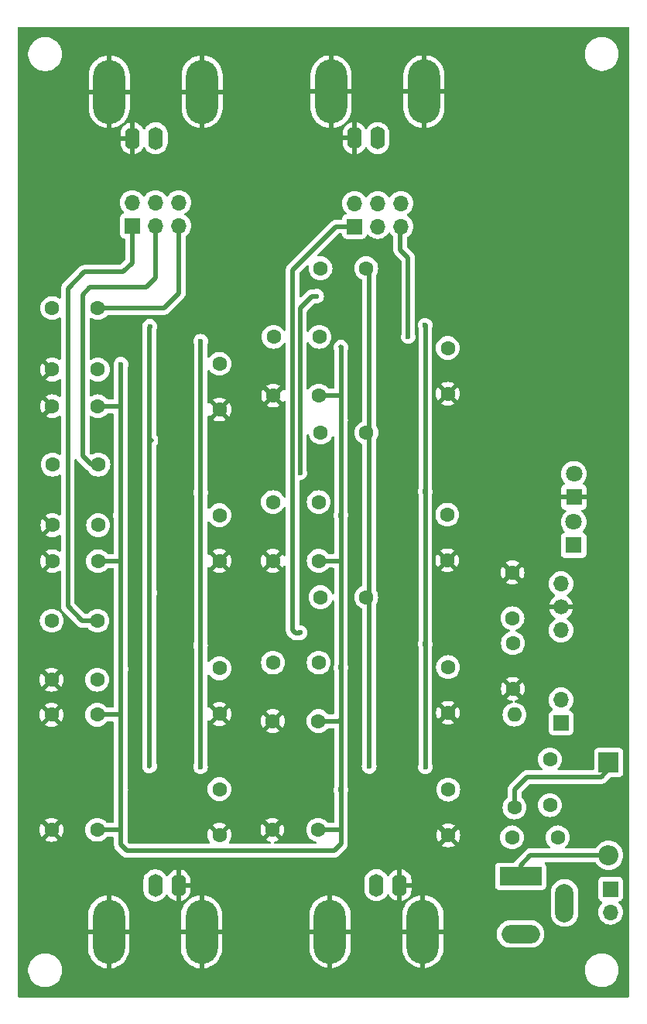
<source format=gbl>
G04 #@! TF.GenerationSoftware,KiCad,Pcbnew,8.0.3*
G04 #@! TF.CreationDate,2025-08-16T11:06:09+02:00*
G04 #@! TF.ProjectId,Pomiar_Filtrow_PCB,506f6d69-6172-45f4-9669-6c74726f775f,rev?*
G04 #@! TF.SameCoordinates,Original*
G04 #@! TF.FileFunction,Copper,L2,Bot*
G04 #@! TF.FilePolarity,Positive*
%FSLAX46Y46*%
G04 Gerber Fmt 4.6, Leading zero omitted, Abs format (unit mm)*
G04 Created by KiCad (PCBNEW 8.0.3) date 2025-08-16 11:06:09*
%MOMM*%
%LPD*%
G01*
G04 APERTURE LIST*
G04 #@! TA.AperFunction,ComponentPad*
%ADD10R,2.200000X2.200000*%
G04 #@! TD*
G04 #@! TA.AperFunction,ComponentPad*
%ADD11O,2.200000X2.200000*%
G04 #@! TD*
G04 #@! TA.AperFunction,ComponentPad*
%ADD12C,1.600000*%
G04 #@! TD*
G04 #@! TA.AperFunction,ComponentPad*
%ADD13O,1.600000X1.600000*%
G04 #@! TD*
G04 #@! TA.AperFunction,ComponentPad*
%ADD14R,1.700000X1.700000*%
G04 #@! TD*
G04 #@! TA.AperFunction,ComponentPad*
%ADD15O,1.700000X1.700000*%
G04 #@! TD*
G04 #@! TA.AperFunction,ComponentPad*
%ADD16O,1.600000X2.500000*%
G04 #@! TD*
G04 #@! TA.AperFunction,ComponentPad*
%ADD17O,3.500000X7.000000*%
G04 #@! TD*
G04 #@! TA.AperFunction,ComponentPad*
%ADD18R,1.800000X1.800000*%
G04 #@! TD*
G04 #@! TA.AperFunction,ComponentPad*
%ADD19C,1.800000*%
G04 #@! TD*
G04 #@! TA.AperFunction,ComponentPad*
%ADD20O,1.600000X1.700000*%
G04 #@! TD*
G04 #@! TA.AperFunction,ComponentPad*
%ADD21R,4.600000X2.000000*%
G04 #@! TD*
G04 #@! TA.AperFunction,ComponentPad*
%ADD22O,4.200000X2.000000*%
G04 #@! TD*
G04 #@! TA.AperFunction,ComponentPad*
%ADD23O,2.000000X4.200000*%
G04 #@! TD*
G04 #@! TA.AperFunction,ViaPad*
%ADD24C,0.600000*%
G04 #@! TD*
G04 #@! TA.AperFunction,Conductor*
%ADD25C,0.500000*%
G04 #@! TD*
G04 #@! TA.AperFunction,Conductor*
%ADD26C,0.200000*%
G04 #@! TD*
G04 APERTURE END LIST*
D10*
X152450000Y-138075000D03*
D11*
X152450000Y-148235000D03*
D12*
X134875000Y-132650000D03*
X134875000Y-127650000D03*
X142150000Y-143005000D03*
D13*
X142150000Y-132845000D03*
D12*
X141925000Y-117300000D03*
X141925000Y-122300000D03*
X134850000Y-97750000D03*
X134850000Y-92750000D03*
X115750000Y-97950000D03*
X120750000Y-97950000D03*
X141975000Y-125025000D03*
X141975000Y-130025000D03*
D14*
X100325000Y-79375000D03*
D15*
X100325000Y-76835000D03*
X102865000Y-79375000D03*
X102865000Y-76835000D03*
X105405000Y-79375000D03*
X105405000Y-76835000D03*
D12*
X125925000Y-84025000D03*
X120925000Y-84025000D03*
D16*
X127050000Y-151500000D03*
D17*
X132130000Y-156580000D03*
D16*
X129590000Y-151500000D03*
D17*
X121970000Y-156580000D03*
D14*
X152650000Y-151925000D03*
D15*
X152650000Y-154465000D03*
D12*
X91530000Y-122580000D03*
X96530000Y-122580000D03*
X120725000Y-109600000D03*
X115725000Y-109600000D03*
X146025000Y-142750000D03*
X146025000Y-137750000D03*
X109875000Y-146000000D03*
X109875000Y-141000000D03*
X96575000Y-95093885D03*
X91575000Y-95093885D03*
D16*
X127175000Y-69775000D03*
D17*
X122095000Y-64695000D03*
D16*
X124635000Y-69775000D03*
D17*
X132255000Y-64695000D03*
D12*
X125950000Y-102000000D03*
X120950000Y-102000000D03*
X109875000Y-116025000D03*
X109875000Y-111025000D03*
X91625000Y-105495000D03*
X96625000Y-105495000D03*
X109875000Y-99468885D03*
X109875000Y-94468885D03*
X120730000Y-127160000D03*
X115730000Y-127160000D03*
D18*
X148625000Y-114325000D03*
D19*
X148625000Y-111785000D03*
D12*
X115662500Y-145450000D03*
X120662500Y-145450000D03*
X134900000Y-146050000D03*
X134900000Y-141050000D03*
X91575000Y-88368885D03*
X96575000Y-88368885D03*
D16*
X102850000Y-151525000D03*
D17*
X107930000Y-156605000D03*
D16*
X105390000Y-151525000D03*
D17*
X97770000Y-156605000D03*
D12*
X134800000Y-115975000D03*
X134800000Y-110975000D03*
X146875000Y-146275000D03*
X141875000Y-146275000D03*
X91505000Y-132855000D03*
X96505000Y-132855000D03*
D14*
X124650000Y-79450000D03*
D15*
X124650000Y-76910000D03*
X127190000Y-79450000D03*
X127190000Y-76910000D03*
X129730000Y-79450000D03*
X129730000Y-76910000D03*
D12*
X120800000Y-91525000D03*
X115800000Y-91525000D03*
X115725000Y-116025000D03*
X120725000Y-116025000D03*
X109875000Y-132775000D03*
X109875000Y-127775000D03*
D16*
X102900000Y-69800000D03*
D17*
X97820000Y-64720000D03*
D16*
X100360000Y-69800000D03*
D17*
X107980000Y-64720000D03*
D12*
X96505000Y-129030000D03*
X91505000Y-129030000D03*
X91500000Y-145450000D03*
X96500000Y-145450000D03*
D14*
X147242500Y-133772500D03*
D15*
X147242500Y-131232500D03*
X147242500Y-123612500D03*
D20*
X147242500Y-121072500D03*
D15*
X147242500Y-118532500D03*
D12*
X91587500Y-116057500D03*
X96587500Y-116057500D03*
X96600000Y-112120000D03*
X91600000Y-112120000D03*
D21*
X142825000Y-150550000D03*
D22*
X142825000Y-156850000D03*
D23*
X147625000Y-153450000D03*
D12*
X125930000Y-120010000D03*
X120930000Y-120010000D03*
X115705000Y-133560000D03*
X120705000Y-133560000D03*
X91575000Y-99118885D03*
X96575000Y-99118885D03*
D18*
X148650000Y-109050000D03*
D19*
X148650000Y-106510000D03*
D24*
X145400000Y-120850000D03*
X109325000Y-150375000D03*
X96275000Y-150300000D03*
X133325000Y-150350000D03*
X120750000Y-150300000D03*
X117850000Y-76875000D03*
X115250000Y-76900000D03*
X117850000Y-79425000D03*
X115250000Y-79450000D03*
X107825000Y-92000000D03*
X107800000Y-125275000D03*
X132375000Y-90250000D03*
X132375000Y-108425000D03*
X107800000Y-138550000D03*
X132375000Y-125125000D03*
X132400000Y-138575000D03*
X107825000Y-108525000D03*
X104900000Y-128625000D03*
X100525000Y-106425000D03*
X104825000Y-111875000D03*
X147000000Y-109025000D03*
X129025000Y-93650000D03*
X101050000Y-136750000D03*
X129000000Y-111825000D03*
X125075000Y-123300000D03*
X128700000Y-128550000D03*
X104775000Y-141900000D03*
X125075000Y-136875000D03*
X125200000Y-88550000D03*
X100575000Y-123225000D03*
X128975000Y-141925000D03*
X125000000Y-106575000D03*
X100650000Y-90125000D03*
X104750000Y-95400000D03*
X99100000Y-94525000D03*
X99050000Y-111050000D03*
X99100000Y-127800000D03*
X123162500Y-92662500D03*
X123150000Y-127700000D03*
X123150000Y-111025000D03*
X99075000Y-141075000D03*
X123150000Y-141075000D03*
X126250000Y-138525000D03*
X130525000Y-91485000D03*
X118675000Y-106400000D03*
X120500000Y-87075000D03*
X118705000Y-123885000D03*
X102250000Y-90375000D03*
X102225000Y-119500000D03*
X102225000Y-138450000D03*
X102375000Y-102820000D03*
D25*
X145400000Y-120850000D02*
X144575000Y-120025000D01*
X145622500Y-121072500D02*
X145400000Y-120850000D01*
X147242500Y-121072500D02*
X145622500Y-121072500D01*
X141925000Y-117375000D02*
X141925000Y-117300000D01*
X144575000Y-120025000D02*
X141925000Y-117375000D01*
X143890000Y-148235000D02*
X142825000Y-149300000D01*
X145375000Y-148235000D02*
X143890000Y-148235000D01*
X142825000Y-149300000D02*
X142825000Y-150550000D01*
X145375000Y-148235000D02*
X145090000Y-148235000D01*
X152450000Y-148235000D02*
X145375000Y-148235000D01*
D26*
X145090000Y-148235000D02*
X145025000Y-148300000D01*
D25*
X143525000Y-139675000D02*
X151625000Y-139675000D01*
X152450000Y-138850000D02*
X152450000Y-138075000D01*
X151625000Y-139675000D02*
X152450000Y-138850000D01*
X142150000Y-141050000D02*
X143525000Y-139675000D01*
X142150000Y-142150000D02*
X142150000Y-141050000D01*
X142150000Y-142150000D02*
X142150000Y-141725000D01*
X142150000Y-143005000D02*
X142150000Y-142150000D01*
D26*
X142150000Y-141725000D02*
X142125000Y-141700000D01*
D25*
X132400000Y-125100000D02*
X132400000Y-123425000D01*
X132375000Y-125125000D02*
X132400000Y-125100000D01*
X132400000Y-108400000D02*
X132400000Y-90275000D01*
X132400000Y-138575000D02*
X132400000Y-125150000D01*
X132400000Y-90275000D02*
X132375000Y-90250000D01*
X107825000Y-108525000D02*
X107825000Y-138525000D01*
X132400000Y-125150000D02*
X132375000Y-125125000D01*
X132400000Y-108450000D02*
X132375000Y-108425000D01*
X132375000Y-108425000D02*
X132400000Y-108400000D01*
X107825000Y-92000000D02*
X107825000Y-108525000D01*
X132400000Y-123425000D02*
X132400000Y-108450000D01*
X123162500Y-141062500D02*
X123162500Y-133350000D01*
X99075000Y-132785000D02*
X99005000Y-132855000D01*
X123137500Y-97950000D02*
X120750000Y-97950000D01*
X123062500Y-116025000D02*
X120725000Y-116025000D01*
D26*
X123150000Y-127700000D02*
X123162500Y-127687500D01*
D25*
X99100000Y-116045000D02*
X99087500Y-116057500D01*
X99005000Y-132855000D02*
X96505000Y-132855000D01*
X123162500Y-100662500D02*
X123162500Y-97925000D01*
X123162500Y-145350000D02*
X123162500Y-146987500D01*
X123162500Y-111012500D02*
X123162500Y-100662500D01*
X99075000Y-127825000D02*
X99075000Y-132785000D01*
D26*
X123162500Y-119737500D02*
X123125000Y-119700000D01*
D25*
X99100000Y-111100000D02*
X99100000Y-116045000D01*
X99075000Y-141075000D02*
X99050000Y-141050000D01*
D26*
X123162500Y-127712500D02*
X123150000Y-127700000D01*
D25*
X123162500Y-111037500D02*
X123150000Y-111025000D01*
X122425000Y-147725000D02*
X99725000Y-147725000D01*
X99100000Y-127800000D02*
X99075000Y-127825000D01*
X99075000Y-94550000D02*
X99100000Y-94525000D01*
X99050000Y-132900000D02*
X99005000Y-132855000D01*
X123162500Y-133350000D02*
X123162500Y-127712500D01*
X123162500Y-120500000D02*
X123162500Y-116125000D01*
X99100000Y-127630000D02*
X99100000Y-127800000D01*
D26*
X123162500Y-141087500D02*
X123150000Y-141075000D01*
D25*
X123162500Y-141087500D02*
X123162500Y-145350000D01*
X123162500Y-92662500D02*
X123150000Y-92650000D01*
X123162500Y-116125000D02*
X123062500Y-116025000D01*
X122952500Y-133560000D02*
X120705000Y-133560000D01*
X99075000Y-99118885D02*
X96575000Y-99118885D01*
X123162500Y-120500000D02*
X123162500Y-119737500D01*
X98825000Y-145425000D02*
X98800000Y-145450000D01*
X123162500Y-100662500D02*
X123175000Y-100650000D01*
X99725000Y-147725000D02*
X99075000Y-147075000D01*
X98800000Y-145450000D02*
X96500000Y-145450000D01*
X123162500Y-127687500D02*
X123162500Y-120500000D01*
X123162500Y-116125000D02*
X123162500Y-111037500D01*
X99100000Y-127630000D02*
X99100000Y-116070000D01*
X123162500Y-133350000D02*
X122952500Y-133560000D01*
X99100000Y-116070000D02*
X99087500Y-116057500D01*
X99075000Y-111025000D02*
X99050000Y-111050000D01*
X99075000Y-147075000D02*
X99075000Y-145425000D01*
X123162500Y-146987500D02*
X122425000Y-147725000D01*
X99087500Y-116057500D02*
X96587500Y-116057500D01*
X123162500Y-97925000D02*
X123137500Y-97950000D01*
X99050000Y-141050000D02*
X99050000Y-132900000D01*
X99075000Y-99118885D02*
X99075000Y-111025000D01*
X99075000Y-145425000D02*
X99075000Y-141075000D01*
X123062500Y-145450000D02*
X120662500Y-145450000D01*
X99075000Y-99118885D02*
X99075000Y-94550000D01*
X99050000Y-111050000D02*
X99100000Y-111100000D01*
X123162500Y-145350000D02*
X123062500Y-145450000D01*
X123150000Y-111025000D02*
X123162500Y-111012500D01*
X99075000Y-145425000D02*
X98825000Y-145425000D01*
D26*
X123150000Y-141075000D02*
X123162500Y-141062500D01*
D25*
X123162500Y-97925000D02*
X123162500Y-92662500D01*
X93275000Y-88100050D02*
X93275000Y-86250000D01*
X100325000Y-83425000D02*
X100325000Y-79375000D01*
X93280000Y-120980000D02*
X93280000Y-88105050D01*
X93275000Y-86250000D02*
X95100000Y-84425000D01*
X94880000Y-122580000D02*
X93280000Y-120980000D01*
X93280000Y-88105050D02*
X93275000Y-88100050D01*
X96530000Y-122580000D02*
X94880000Y-122580000D01*
X99325000Y-84425000D02*
X100325000Y-83425000D01*
X95100000Y-84425000D02*
X99325000Y-84425000D01*
X102865000Y-85060000D02*
X102865000Y-79375000D01*
X96625000Y-105495000D02*
X95845000Y-105495000D01*
X94900000Y-86900000D02*
X95725000Y-86075000D01*
X101850000Y-86075000D02*
X102865000Y-85060000D01*
X95845000Y-105495000D02*
X94900000Y-104550000D01*
X94900000Y-104550000D02*
X94900000Y-86900000D01*
X95725000Y-86075000D02*
X101850000Y-86075000D01*
X105405000Y-86763885D02*
X105405000Y-79375000D01*
X103800000Y-88368885D02*
X105405000Y-86763885D01*
X96575000Y-88368885D02*
X103800000Y-88368885D01*
X126250000Y-138525000D02*
X126260000Y-138515000D01*
X126250000Y-103265000D02*
X126250000Y-84350000D01*
X126260000Y-103275000D02*
X126250000Y-103265000D01*
X126260000Y-138515000D02*
X126260000Y-103275000D01*
X126260000Y-102310000D02*
X125950000Y-102000000D01*
X126250000Y-84350000D02*
X125925000Y-84025000D01*
X126260000Y-103275000D02*
X126260000Y-102310000D01*
X129655000Y-79525000D02*
X129730000Y-79450000D01*
X129655000Y-82005000D02*
X129655000Y-79525000D01*
X130525000Y-91485000D02*
X130525000Y-82875000D01*
X130525000Y-82875000D02*
X129655000Y-82005000D01*
X127190000Y-79885000D02*
X127190000Y-79450000D01*
X120000000Y-87075000D02*
X120500000Y-87075000D01*
X118675000Y-106400000D02*
X118675000Y-88400000D01*
X118675000Y-88400000D02*
X120000000Y-87075000D01*
X117875000Y-123625000D02*
X117875000Y-84200000D01*
X118200000Y-123950000D02*
X117875000Y-123625000D01*
X117875000Y-84200000D02*
X122625000Y-79450000D01*
X118640000Y-123950000D02*
X118200000Y-123950000D01*
X122625000Y-79450000D02*
X124650000Y-79450000D01*
X118705000Y-123885000D02*
X118640000Y-123950000D01*
X102225000Y-138450000D02*
X102175000Y-138500000D01*
X102300000Y-90400000D02*
X102225000Y-90475000D01*
X102375000Y-102870000D02*
X102375000Y-102820000D01*
X102425000Y-102820000D02*
X102425000Y-102820000D01*
X102350000Y-102895000D02*
X102375000Y-102870000D01*
X102375000Y-102820000D02*
X102425000Y-102820000D01*
X102225000Y-119500000D02*
X102240000Y-119515000D01*
X102225000Y-90475000D02*
X102225000Y-119500000D01*
X102225000Y-119500000D02*
X102225000Y-138450000D01*
G04 #@! TA.AperFunction,Conductor*
G36*
X154642539Y-57620185D02*
G01*
X154688294Y-57672989D01*
X154699500Y-57724500D01*
X154699500Y-163650500D01*
X154679815Y-163717539D01*
X154627011Y-163763294D01*
X154575500Y-163774500D01*
X87924500Y-163774500D01*
X87857461Y-163754815D01*
X87811706Y-163702011D01*
X87800500Y-163650500D01*
X87800500Y-160678711D01*
X88949500Y-160678711D01*
X88949500Y-160921288D01*
X88981161Y-161161785D01*
X89043947Y-161396104D01*
X89136773Y-161620205D01*
X89136776Y-161620212D01*
X89258064Y-161830289D01*
X89258066Y-161830292D01*
X89258067Y-161830293D01*
X89405733Y-162022736D01*
X89405739Y-162022743D01*
X89577256Y-162194260D01*
X89577262Y-162194265D01*
X89769711Y-162341936D01*
X89979788Y-162463224D01*
X90203900Y-162556054D01*
X90438211Y-162618838D01*
X90618586Y-162642584D01*
X90678711Y-162650500D01*
X90678712Y-162650500D01*
X90921289Y-162650500D01*
X90969388Y-162644167D01*
X91161789Y-162618838D01*
X91396100Y-162556054D01*
X91620212Y-162463224D01*
X91830289Y-162341936D01*
X92022738Y-162194265D01*
X92194265Y-162022738D01*
X92341936Y-161830289D01*
X92463224Y-161620212D01*
X92556054Y-161396100D01*
X92618838Y-161161789D01*
X92650500Y-160921288D01*
X92650500Y-160678712D01*
X92650500Y-160678711D01*
X149849500Y-160678711D01*
X149849500Y-160921288D01*
X149881161Y-161161785D01*
X149943947Y-161396104D01*
X150036773Y-161620205D01*
X150036776Y-161620212D01*
X150158064Y-161830289D01*
X150158066Y-161830292D01*
X150158067Y-161830293D01*
X150305733Y-162022736D01*
X150305739Y-162022743D01*
X150477256Y-162194260D01*
X150477262Y-162194265D01*
X150669711Y-162341936D01*
X150879788Y-162463224D01*
X151103900Y-162556054D01*
X151338211Y-162618838D01*
X151518586Y-162642584D01*
X151578711Y-162650500D01*
X151578712Y-162650500D01*
X151821289Y-162650500D01*
X151869388Y-162644167D01*
X152061789Y-162618838D01*
X152296100Y-162556054D01*
X152520212Y-162463224D01*
X152730289Y-162341936D01*
X152922738Y-162194265D01*
X153094265Y-162022738D01*
X153241936Y-161830289D01*
X153363224Y-161620212D01*
X153456054Y-161396100D01*
X153518838Y-161161789D01*
X153550500Y-160921288D01*
X153550500Y-160678712D01*
X153518838Y-160438211D01*
X153456054Y-160203900D01*
X153363224Y-159979788D01*
X153241936Y-159769711D01*
X153181018Y-159690321D01*
X153094266Y-159577263D01*
X153094260Y-159577256D01*
X152922743Y-159405739D01*
X152922736Y-159405733D01*
X152730293Y-159258067D01*
X152730292Y-159258066D01*
X152730289Y-159258064D01*
X152520212Y-159136776D01*
X152520205Y-159136773D01*
X152296104Y-159043947D01*
X152061785Y-158981161D01*
X151821289Y-158949500D01*
X151821288Y-158949500D01*
X151578712Y-158949500D01*
X151578711Y-158949500D01*
X151338214Y-158981161D01*
X151103895Y-159043947D01*
X150879794Y-159136773D01*
X150879785Y-159136777D01*
X150669706Y-159258067D01*
X150477263Y-159405733D01*
X150477256Y-159405739D01*
X150305739Y-159577256D01*
X150305733Y-159577263D01*
X150158067Y-159769706D01*
X150036777Y-159979785D01*
X150036773Y-159979794D01*
X149943947Y-160203895D01*
X149881161Y-160438214D01*
X149849500Y-160678711D01*
X92650500Y-160678711D01*
X92618838Y-160438211D01*
X92556054Y-160203900D01*
X92463224Y-159979788D01*
X92341936Y-159769711D01*
X92281018Y-159690321D01*
X92194266Y-159577263D01*
X92194260Y-159577256D01*
X92022743Y-159405739D01*
X92022736Y-159405733D01*
X91830293Y-159258067D01*
X91830292Y-159258066D01*
X91830289Y-159258064D01*
X91620212Y-159136776D01*
X91620205Y-159136773D01*
X91396104Y-159043947D01*
X91161785Y-158981161D01*
X90921289Y-158949500D01*
X90921288Y-158949500D01*
X90678712Y-158949500D01*
X90678711Y-158949500D01*
X90438214Y-158981161D01*
X90203895Y-159043947D01*
X89979794Y-159136773D01*
X89979785Y-159136777D01*
X89769706Y-159258067D01*
X89577263Y-159405733D01*
X89577256Y-159405739D01*
X89405739Y-159577256D01*
X89405733Y-159577263D01*
X89258067Y-159769706D01*
X89136777Y-159979785D01*
X89136773Y-159979794D01*
X89043947Y-160203895D01*
X88981161Y-160438214D01*
X88949500Y-160678711D01*
X87800500Y-160678711D01*
X87800500Y-154707533D01*
X95520000Y-154707533D01*
X95520000Y-156355000D01*
X96795038Y-156355000D01*
X96765000Y-156506016D01*
X96765000Y-156703984D01*
X96795038Y-156855000D01*
X95520000Y-156855000D01*
X95520000Y-158502466D01*
X95520001Y-158502483D01*
X95558496Y-158794884D01*
X95558499Y-158794897D01*
X95634835Y-159079790D01*
X95634838Y-159079800D01*
X95747704Y-159352281D01*
X95747709Y-159352292D01*
X95895174Y-159607707D01*
X95895185Y-159607723D01*
X96074729Y-159841709D01*
X96074735Y-159841716D01*
X96283283Y-160050264D01*
X96283290Y-160050270D01*
X96517276Y-160229814D01*
X96517292Y-160229825D01*
X96772707Y-160377290D01*
X96772718Y-160377295D01*
X97045199Y-160490161D01*
X97045209Y-160490164D01*
X97330102Y-160566500D01*
X97330115Y-160566503D01*
X97520000Y-160591502D01*
X97520000Y-157579961D01*
X97671016Y-157610000D01*
X97868984Y-157610000D01*
X98020000Y-157579961D01*
X98020000Y-160591501D01*
X98209884Y-160566503D01*
X98209897Y-160566500D01*
X98494790Y-160490164D01*
X98494800Y-160490161D01*
X98767281Y-160377295D01*
X98767292Y-160377290D01*
X99022707Y-160229825D01*
X99022723Y-160229814D01*
X99256709Y-160050270D01*
X99256716Y-160050264D01*
X99465264Y-159841716D01*
X99465270Y-159841709D01*
X99644814Y-159607723D01*
X99644825Y-159607707D01*
X99792290Y-159352292D01*
X99792295Y-159352281D01*
X99905161Y-159079800D01*
X99905164Y-159079790D01*
X99981500Y-158794897D01*
X99981503Y-158794884D01*
X100019998Y-158502483D01*
X100020000Y-158502466D01*
X100020000Y-156855000D01*
X98744962Y-156855000D01*
X98775000Y-156703984D01*
X98775000Y-156506016D01*
X98744962Y-156355000D01*
X100020000Y-156355000D01*
X100020000Y-154707533D01*
X105680000Y-154707533D01*
X105680000Y-156355000D01*
X106955038Y-156355000D01*
X106925000Y-156506016D01*
X106925000Y-156703984D01*
X106955038Y-156855000D01*
X105680000Y-156855000D01*
X105680000Y-158502466D01*
X105680001Y-158502483D01*
X105718496Y-158794884D01*
X105718499Y-158794897D01*
X105794835Y-159079790D01*
X105794838Y-159079800D01*
X105907704Y-159352281D01*
X105907709Y-159352292D01*
X106055174Y-159607707D01*
X106055185Y-159607723D01*
X106234729Y-159841709D01*
X106234735Y-159841716D01*
X106443283Y-160050264D01*
X106443290Y-160050270D01*
X106677276Y-160229814D01*
X106677292Y-160229825D01*
X106932707Y-160377290D01*
X106932718Y-160377295D01*
X107205199Y-160490161D01*
X107205209Y-160490164D01*
X107490102Y-160566500D01*
X107490115Y-160566503D01*
X107680000Y-160591502D01*
X107680000Y-157579961D01*
X107831016Y-157610000D01*
X108028984Y-157610000D01*
X108180000Y-157579961D01*
X108180000Y-160591501D01*
X108369884Y-160566503D01*
X108369897Y-160566500D01*
X108654790Y-160490164D01*
X108654800Y-160490161D01*
X108927281Y-160377295D01*
X108927292Y-160377290D01*
X109182707Y-160229825D01*
X109182723Y-160229814D01*
X109416709Y-160050270D01*
X109416716Y-160050264D01*
X109625264Y-159841716D01*
X109625270Y-159841709D01*
X109804814Y-159607723D01*
X109804825Y-159607707D01*
X109952290Y-159352292D01*
X109952295Y-159352281D01*
X110065161Y-159079800D01*
X110065164Y-159079790D01*
X110141500Y-158794897D01*
X110141503Y-158794884D01*
X110179998Y-158502483D01*
X110180000Y-158502466D01*
X110180000Y-156855000D01*
X108904962Y-156855000D01*
X108935000Y-156703984D01*
X108935000Y-156506016D01*
X108904962Y-156355000D01*
X110180000Y-156355000D01*
X110180000Y-154707533D01*
X110179998Y-154707516D01*
X110176709Y-154682533D01*
X119720000Y-154682533D01*
X119720000Y-156330000D01*
X120995038Y-156330000D01*
X120965000Y-156481016D01*
X120965000Y-156678984D01*
X120995038Y-156830000D01*
X119720000Y-156830000D01*
X119720000Y-158477466D01*
X119720001Y-158477483D01*
X119758496Y-158769884D01*
X119758499Y-158769897D01*
X119834835Y-159054790D01*
X119834838Y-159054800D01*
X119947704Y-159327281D01*
X119947709Y-159327292D01*
X120095174Y-159582707D01*
X120095185Y-159582723D01*
X120274729Y-159816709D01*
X120274735Y-159816716D01*
X120483283Y-160025264D01*
X120483290Y-160025270D01*
X120717276Y-160204814D01*
X120717292Y-160204825D01*
X120972707Y-160352290D01*
X120972718Y-160352295D01*
X121245199Y-160465161D01*
X121245209Y-160465164D01*
X121530102Y-160541500D01*
X121530115Y-160541503D01*
X121720000Y-160566502D01*
X121720000Y-157554961D01*
X121871016Y-157585000D01*
X122068984Y-157585000D01*
X122220000Y-157554961D01*
X122220000Y-160566501D01*
X122409884Y-160541503D01*
X122409897Y-160541500D01*
X122694790Y-160465164D01*
X122694800Y-160465161D01*
X122967281Y-160352295D01*
X122967292Y-160352290D01*
X123222707Y-160204825D01*
X123222723Y-160204814D01*
X123456709Y-160025270D01*
X123456716Y-160025264D01*
X123665264Y-159816716D01*
X123665270Y-159816709D01*
X123844814Y-159582723D01*
X123844825Y-159582707D01*
X123992290Y-159327292D01*
X123992295Y-159327281D01*
X124105161Y-159054800D01*
X124105164Y-159054790D01*
X124181500Y-158769897D01*
X124181503Y-158769884D01*
X124219998Y-158477483D01*
X124220000Y-158477466D01*
X124220000Y-156830000D01*
X122944962Y-156830000D01*
X122975000Y-156678984D01*
X122975000Y-156481016D01*
X122944962Y-156330000D01*
X124220000Y-156330000D01*
X124220000Y-154682533D01*
X129880000Y-154682533D01*
X129880000Y-156330000D01*
X131155038Y-156330000D01*
X131125000Y-156481016D01*
X131125000Y-156678984D01*
X131155038Y-156830000D01*
X129880000Y-156830000D01*
X129880000Y-158477466D01*
X129880001Y-158477483D01*
X129918496Y-158769884D01*
X129918499Y-158769897D01*
X129994835Y-159054790D01*
X129994838Y-159054800D01*
X130107704Y-159327281D01*
X130107709Y-159327292D01*
X130255174Y-159582707D01*
X130255185Y-159582723D01*
X130434729Y-159816709D01*
X130434735Y-159816716D01*
X130643283Y-160025264D01*
X130643290Y-160025270D01*
X130877276Y-160204814D01*
X130877292Y-160204825D01*
X131132707Y-160352290D01*
X131132718Y-160352295D01*
X131405199Y-160465161D01*
X131405209Y-160465164D01*
X131690102Y-160541500D01*
X131690115Y-160541503D01*
X131880000Y-160566502D01*
X131880000Y-157554961D01*
X132031016Y-157585000D01*
X132228984Y-157585000D01*
X132380000Y-157554961D01*
X132380000Y-160566501D01*
X132569884Y-160541503D01*
X132569897Y-160541500D01*
X132854790Y-160465164D01*
X132854800Y-160465161D01*
X133127281Y-160352295D01*
X133127292Y-160352290D01*
X133382707Y-160204825D01*
X133382723Y-160204814D01*
X133616709Y-160025270D01*
X133616716Y-160025264D01*
X133825264Y-159816716D01*
X133825270Y-159816709D01*
X134004814Y-159582723D01*
X134004825Y-159582707D01*
X134152290Y-159327292D01*
X134152295Y-159327281D01*
X134265161Y-159054800D01*
X134265164Y-159054790D01*
X134341500Y-158769897D01*
X134341503Y-158769884D01*
X134379998Y-158477483D01*
X134380000Y-158477466D01*
X134380000Y-156830000D01*
X133104962Y-156830000D01*
X133124474Y-156731902D01*
X140224500Y-156731902D01*
X140224500Y-156968097D01*
X140261446Y-157201368D01*
X140334433Y-157425996D01*
X140428189Y-157610000D01*
X140441657Y-157636433D01*
X140580483Y-157827510D01*
X140747490Y-157994517D01*
X140938567Y-158133343D01*
X141037991Y-158184002D01*
X141149003Y-158240566D01*
X141149005Y-158240566D01*
X141149008Y-158240568D01*
X141269412Y-158279689D01*
X141373631Y-158313553D01*
X141606903Y-158350500D01*
X141606908Y-158350500D01*
X144043097Y-158350500D01*
X144276368Y-158313553D01*
X144500992Y-158240568D01*
X144711433Y-158133343D01*
X144902510Y-157994517D01*
X145069517Y-157827510D01*
X145208343Y-157636433D01*
X145315568Y-157425992D01*
X145388553Y-157201368D01*
X145411570Y-157056046D01*
X145425500Y-156968097D01*
X145425500Y-156731902D01*
X145388553Y-156498631D01*
X145315566Y-156274003D01*
X145208342Y-156063566D01*
X145198849Y-156050500D01*
X145069517Y-155872490D01*
X144902510Y-155705483D01*
X144711433Y-155566657D01*
X144634603Y-155527510D01*
X144500996Y-155459433D01*
X144276368Y-155386446D01*
X144043097Y-155349500D01*
X144043092Y-155349500D01*
X141606908Y-155349500D01*
X141606903Y-155349500D01*
X141373631Y-155386446D01*
X141149003Y-155459433D01*
X140938566Y-155566657D01*
X140829550Y-155645862D01*
X140747490Y-155705483D01*
X140747488Y-155705485D01*
X140747487Y-155705485D01*
X140580485Y-155872487D01*
X140580485Y-155872488D01*
X140580483Y-155872490D01*
X140531906Y-155939350D01*
X140441657Y-156063566D01*
X140334433Y-156274003D01*
X140261446Y-156498631D01*
X140224500Y-156731902D01*
X133124474Y-156731902D01*
X133135000Y-156678984D01*
X133135000Y-156481016D01*
X133104962Y-156330000D01*
X134380000Y-156330000D01*
X134380000Y-154682533D01*
X134379998Y-154682516D01*
X134341503Y-154390115D01*
X134341500Y-154390102D01*
X134265164Y-154105209D01*
X134265161Y-154105199D01*
X134152295Y-153832718D01*
X134152290Y-153832707D01*
X134004825Y-153577292D01*
X134004814Y-153577276D01*
X133825270Y-153343290D01*
X133825264Y-153343283D01*
X133616716Y-153134735D01*
X133616709Y-153134729D01*
X133382723Y-152955185D01*
X133382707Y-152955174D01*
X133127292Y-152807709D01*
X133127281Y-152807704D01*
X132854800Y-152694838D01*
X132854790Y-152694835D01*
X132569897Y-152618499D01*
X132569886Y-152618497D01*
X132380000Y-152593496D01*
X132380000Y-155605038D01*
X132228984Y-155575000D01*
X132031016Y-155575000D01*
X131880000Y-155605038D01*
X131880000Y-152593496D01*
X131879999Y-152593496D01*
X131690113Y-152618497D01*
X131690102Y-152618499D01*
X131405209Y-152694835D01*
X131405199Y-152694838D01*
X131132718Y-152807704D01*
X131132707Y-152807709D01*
X130877292Y-152955174D01*
X130877276Y-152955185D01*
X130643290Y-153134729D01*
X130643283Y-153134735D01*
X130434735Y-153343283D01*
X130434729Y-153343290D01*
X130255185Y-153577276D01*
X130255174Y-153577292D01*
X130107709Y-153832707D01*
X130107704Y-153832718D01*
X129994838Y-154105199D01*
X129994835Y-154105209D01*
X129918499Y-154390102D01*
X129918496Y-154390115D01*
X129880001Y-154682516D01*
X129880000Y-154682533D01*
X124220000Y-154682533D01*
X124219998Y-154682516D01*
X124181503Y-154390115D01*
X124181500Y-154390102D01*
X124105164Y-154105209D01*
X124105161Y-154105199D01*
X123992295Y-153832718D01*
X123992290Y-153832707D01*
X123844825Y-153577292D01*
X123844814Y-153577276D01*
X123665270Y-153343290D01*
X123665264Y-153343283D01*
X123456716Y-153134735D01*
X123456709Y-153134729D01*
X123222723Y-152955185D01*
X123222707Y-152955174D01*
X122967292Y-152807709D01*
X122967281Y-152807704D01*
X122694800Y-152694838D01*
X122694790Y-152694835D01*
X122409897Y-152618499D01*
X122409886Y-152618497D01*
X122220000Y-152593496D01*
X122220000Y-155605038D01*
X122068984Y-155575000D01*
X121871016Y-155575000D01*
X121720000Y-155605038D01*
X121720000Y-152593496D01*
X121719999Y-152593496D01*
X121530113Y-152618497D01*
X121530102Y-152618499D01*
X121245209Y-152694835D01*
X121245199Y-152694838D01*
X120972718Y-152807704D01*
X120972707Y-152807709D01*
X120717292Y-152955174D01*
X120717276Y-152955185D01*
X120483290Y-153134729D01*
X120483283Y-153134735D01*
X120274735Y-153343283D01*
X120274729Y-153343290D01*
X120095185Y-153577276D01*
X120095174Y-153577292D01*
X119947709Y-153832707D01*
X119947704Y-153832718D01*
X119834838Y-154105199D01*
X119834835Y-154105209D01*
X119758499Y-154390102D01*
X119758496Y-154390115D01*
X119720001Y-154682516D01*
X119720000Y-154682533D01*
X110176709Y-154682533D01*
X110141503Y-154415115D01*
X110141500Y-154415102D01*
X110065164Y-154130209D01*
X110065161Y-154130199D01*
X109952295Y-153857718D01*
X109952290Y-153857707D01*
X109804825Y-153602292D01*
X109804814Y-153602276D01*
X109625270Y-153368290D01*
X109625264Y-153368283D01*
X109416716Y-153159735D01*
X109416709Y-153159729D01*
X109182723Y-152980185D01*
X109182707Y-152980174D01*
X108927292Y-152832709D01*
X108927281Y-152832704D01*
X108654800Y-152719838D01*
X108654790Y-152719835D01*
X108369897Y-152643499D01*
X108369886Y-152643497D01*
X108180000Y-152618496D01*
X108180000Y-155630038D01*
X108028984Y-155600000D01*
X107831016Y-155600000D01*
X107680000Y-155630038D01*
X107680000Y-152618496D01*
X107679999Y-152618496D01*
X107490113Y-152643497D01*
X107490102Y-152643499D01*
X107205209Y-152719835D01*
X107205199Y-152719838D01*
X106932718Y-152832704D01*
X106932707Y-152832709D01*
X106677292Y-152980174D01*
X106677276Y-152980185D01*
X106443290Y-153159729D01*
X106443283Y-153159735D01*
X106234735Y-153368283D01*
X106234729Y-153368290D01*
X106055185Y-153602276D01*
X106055174Y-153602292D01*
X105907709Y-153857707D01*
X105907704Y-153857718D01*
X105794838Y-154130199D01*
X105794835Y-154130209D01*
X105718499Y-154415102D01*
X105718496Y-154415115D01*
X105680001Y-154707516D01*
X105680000Y-154707533D01*
X100020000Y-154707533D01*
X100019998Y-154707516D01*
X99981503Y-154415115D01*
X99981500Y-154415102D01*
X99905164Y-154130209D01*
X99905161Y-154130199D01*
X99792295Y-153857718D01*
X99792290Y-153857707D01*
X99644825Y-153602292D01*
X99644814Y-153602276D01*
X99465270Y-153368290D01*
X99465264Y-153368283D01*
X99256716Y-153159735D01*
X99256709Y-153159729D01*
X99022723Y-152980185D01*
X99022707Y-152980174D01*
X98767292Y-152832709D01*
X98767281Y-152832704D01*
X98494800Y-152719838D01*
X98494790Y-152719835D01*
X98209897Y-152643499D01*
X98209886Y-152643497D01*
X98020000Y-152618496D01*
X98020000Y-155630038D01*
X97868984Y-155600000D01*
X97671016Y-155600000D01*
X97520000Y-155630038D01*
X97520000Y-152618496D01*
X97519999Y-152618496D01*
X97330113Y-152643497D01*
X97330102Y-152643499D01*
X97045209Y-152719835D01*
X97045199Y-152719838D01*
X96772718Y-152832704D01*
X96772707Y-152832709D01*
X96517292Y-152980174D01*
X96517276Y-152980185D01*
X96283290Y-153159729D01*
X96283283Y-153159735D01*
X96074735Y-153368283D01*
X96074729Y-153368290D01*
X95895185Y-153602276D01*
X95895174Y-153602292D01*
X95747709Y-153857707D01*
X95747704Y-153857718D01*
X95634838Y-154130199D01*
X95634835Y-154130209D01*
X95558499Y-154415102D01*
X95558496Y-154415115D01*
X95520001Y-154707516D01*
X95520000Y-154707533D01*
X87800500Y-154707533D01*
X87800500Y-150972648D01*
X101549500Y-150972648D01*
X101549500Y-152077351D01*
X101581522Y-152279534D01*
X101644781Y-152474223D01*
X101705555Y-152593496D01*
X101724976Y-152631613D01*
X101737715Y-152656613D01*
X101858028Y-152822213D01*
X102002786Y-152966971D01*
X102133391Y-153061859D01*
X102168390Y-153087287D01*
X102257212Y-153132544D01*
X102350776Y-153180218D01*
X102350778Y-153180218D01*
X102350781Y-153180220D01*
X102455137Y-153214127D01*
X102545465Y-153243477D01*
X102646557Y-153259488D01*
X102747648Y-153275500D01*
X102747649Y-153275500D01*
X102952351Y-153275500D01*
X102952352Y-153275500D01*
X103154534Y-153243477D01*
X103349219Y-153180220D01*
X103531610Y-153087287D01*
X103627901Y-153017328D01*
X103697213Y-152966971D01*
X103697215Y-152966968D01*
X103697219Y-152966966D01*
X103841966Y-152822219D01*
X103841968Y-152822215D01*
X103841971Y-152822213D01*
X103962284Y-152656614D01*
X103962285Y-152656613D01*
X103962287Y-152656610D01*
X104009795Y-152563369D01*
X104057770Y-152512574D01*
X104125591Y-152495779D01*
X104191725Y-152518316D01*
X104230765Y-152563370D01*
X104278140Y-152656349D01*
X104398417Y-152821894D01*
X104398417Y-152821895D01*
X104543104Y-152966582D01*
X104708650Y-153086859D01*
X104890968Y-153179754D01*
X105085578Y-153242988D01*
X105140000Y-153251607D01*
X105140000Y-151894504D01*
X105218236Y-151939674D01*
X105331415Y-151970000D01*
X105448585Y-151970000D01*
X105561764Y-151939674D01*
X105640000Y-151894504D01*
X105640000Y-153251606D01*
X105694421Y-153242988D01*
X105889031Y-153179754D01*
X106071349Y-153086859D01*
X106236894Y-152966582D01*
X106236895Y-152966582D01*
X106381582Y-152821895D01*
X106381582Y-152821894D01*
X106501859Y-152656349D01*
X106594755Y-152474031D01*
X106657990Y-152279417D01*
X106690000Y-152077317D01*
X106690000Y-151775000D01*
X105759504Y-151775000D01*
X105804674Y-151696764D01*
X105835000Y-151583585D01*
X105835000Y-151466415D01*
X105804674Y-151353236D01*
X105759504Y-151275000D01*
X106690000Y-151275000D01*
X106690000Y-150972682D01*
X106686035Y-150947648D01*
X125749500Y-150947648D01*
X125749500Y-152052351D01*
X125781522Y-152254534D01*
X125844781Y-152449223D01*
X125937715Y-152631613D01*
X126058028Y-152797213D01*
X126202786Y-152941971D01*
X126306518Y-153017335D01*
X126368390Y-153062287D01*
X126484607Y-153121503D01*
X126550776Y-153155218D01*
X126550778Y-153155218D01*
X126550781Y-153155220D01*
X126626289Y-153179754D01*
X126745465Y-153218477D01*
X126846557Y-153234488D01*
X126947648Y-153250500D01*
X126947649Y-153250500D01*
X127152351Y-153250500D01*
X127152352Y-153250500D01*
X127354534Y-153218477D01*
X127549219Y-153155220D01*
X127731610Y-153062287D01*
X127844630Y-152980174D01*
X127897213Y-152941971D01*
X127897215Y-152941968D01*
X127897219Y-152941966D01*
X128041966Y-152797219D01*
X128041968Y-152797215D01*
X128041971Y-152797213D01*
X128162284Y-152631614D01*
X128162285Y-152631613D01*
X128162287Y-152631610D01*
X128209795Y-152538369D01*
X128257770Y-152487574D01*
X128325591Y-152470779D01*
X128391725Y-152493316D01*
X128430765Y-152538370D01*
X128478140Y-152631349D01*
X128598417Y-152796894D01*
X128598417Y-152796895D01*
X128743104Y-152941582D01*
X128908650Y-153061859D01*
X129090968Y-153154754D01*
X129285578Y-153217988D01*
X129340000Y-153226607D01*
X129340000Y-151869504D01*
X129418236Y-151914674D01*
X129531415Y-151945000D01*
X129648585Y-151945000D01*
X129761764Y-151914674D01*
X129840000Y-151869504D01*
X129840000Y-153226606D01*
X129894421Y-153217988D01*
X130089031Y-153154754D01*
X130271349Y-153061859D01*
X130436894Y-152941582D01*
X130436895Y-152941582D01*
X130581582Y-152796895D01*
X130581582Y-152796894D01*
X130701859Y-152631349D01*
X130794755Y-152449031D01*
X130857990Y-152254417D01*
X130861556Y-152231902D01*
X146124500Y-152231902D01*
X146124500Y-154668097D01*
X146161446Y-154901368D01*
X146234433Y-155125996D01*
X146341638Y-155336395D01*
X146341657Y-155336433D01*
X146480483Y-155527510D01*
X146647490Y-155694517D01*
X146838567Y-155833343D01*
X146937991Y-155884002D01*
X147049003Y-155940566D01*
X147049005Y-155940566D01*
X147049008Y-155940568D01*
X147169412Y-155979689D01*
X147273631Y-156013553D01*
X147506903Y-156050500D01*
X147506908Y-156050500D01*
X147743097Y-156050500D01*
X147976368Y-156013553D01*
X148200992Y-155940568D01*
X148203383Y-155939350D01*
X148208719Y-155936630D01*
X148411433Y-155833343D01*
X148602510Y-155694517D01*
X148769517Y-155527510D01*
X148908343Y-155336433D01*
X149015568Y-155125992D01*
X149088553Y-154901368D01*
X149125500Y-154668097D01*
X149125500Y-154464999D01*
X151294341Y-154464999D01*
X151294341Y-154465000D01*
X151314936Y-154700403D01*
X151314938Y-154700413D01*
X151376094Y-154928655D01*
X151376096Y-154928659D01*
X151376097Y-154928663D01*
X151468113Y-155125992D01*
X151475965Y-155142830D01*
X151475967Y-155142834D01*
X151584281Y-155297521D01*
X151611505Y-155336401D01*
X151778599Y-155503495D01*
X151812899Y-155527512D01*
X151972165Y-155639032D01*
X151972167Y-155639033D01*
X151972170Y-155639035D01*
X152186337Y-155738903D01*
X152414592Y-155800063D01*
X152602918Y-155816539D01*
X152649999Y-155820659D01*
X152650000Y-155820659D01*
X152650001Y-155820659D01*
X152689234Y-155817226D01*
X152885408Y-155800063D01*
X153113663Y-155738903D01*
X153327830Y-155639035D01*
X153521401Y-155503495D01*
X153688495Y-155336401D01*
X153824035Y-155142830D01*
X153923903Y-154928663D01*
X153985063Y-154700408D01*
X154005659Y-154465000D01*
X153985063Y-154229592D01*
X153923903Y-154001337D01*
X153824035Y-153787171D01*
X153688495Y-153593599D01*
X153566567Y-153471671D01*
X153533084Y-153410351D01*
X153538068Y-153340659D01*
X153579939Y-153284725D01*
X153610915Y-153267810D01*
X153742331Y-153218796D01*
X153857546Y-153132546D01*
X153943796Y-153017331D01*
X153994091Y-152882483D01*
X154000500Y-152822873D01*
X154000499Y-151027128D01*
X153994091Y-150967517D01*
X153991075Y-150959432D01*
X153943797Y-150832671D01*
X153943793Y-150832664D01*
X153857547Y-150717455D01*
X153857544Y-150717452D01*
X153742335Y-150631206D01*
X153742328Y-150631202D01*
X153607482Y-150580908D01*
X153607483Y-150580908D01*
X153547883Y-150574501D01*
X153547881Y-150574500D01*
X153547873Y-150574500D01*
X153547864Y-150574500D01*
X151752129Y-150574500D01*
X151752123Y-150574501D01*
X151692516Y-150580908D01*
X151557671Y-150631202D01*
X151557664Y-150631206D01*
X151442455Y-150717452D01*
X151442452Y-150717455D01*
X151356206Y-150832664D01*
X151356202Y-150832671D01*
X151305908Y-150967517D01*
X151299501Y-151027116D01*
X151299501Y-151027123D01*
X151299500Y-151027135D01*
X151299500Y-152822870D01*
X151299501Y-152822876D01*
X151305908Y-152882483D01*
X151356202Y-153017328D01*
X151356206Y-153017335D01*
X151442452Y-153132544D01*
X151442455Y-153132547D01*
X151557664Y-153218793D01*
X151557671Y-153218797D01*
X151689081Y-153267810D01*
X151745015Y-153309681D01*
X151769432Y-153375145D01*
X151754580Y-153443418D01*
X151733430Y-153471673D01*
X151611503Y-153593600D01*
X151475965Y-153787169D01*
X151475964Y-153787171D01*
X151376098Y-154001335D01*
X151376094Y-154001344D01*
X151314938Y-154229586D01*
X151314936Y-154229596D01*
X151294341Y-154464999D01*
X149125500Y-154464999D01*
X149125500Y-152231902D01*
X149088553Y-151998631D01*
X149021523Y-151792335D01*
X149015568Y-151774008D01*
X149015566Y-151774005D01*
X149015566Y-151774003D01*
X148925824Y-151597876D01*
X148908343Y-151563567D01*
X148769517Y-151372490D01*
X148602510Y-151205483D01*
X148411433Y-151066657D01*
X148333867Y-151027135D01*
X148200996Y-150959433D01*
X147976368Y-150886446D01*
X147743097Y-150849500D01*
X147743092Y-150849500D01*
X147506908Y-150849500D01*
X147506903Y-150849500D01*
X147273631Y-150886446D01*
X147049003Y-150959433D01*
X146838566Y-151066657D01*
X146812871Y-151085326D01*
X146647490Y-151205483D01*
X146647488Y-151205485D01*
X146647487Y-151205485D01*
X146480485Y-151372487D01*
X146480485Y-151372488D01*
X146480483Y-151372490D01*
X146430406Y-151441415D01*
X146341657Y-151563566D01*
X146234433Y-151774003D01*
X146161446Y-151998631D01*
X146124500Y-152231902D01*
X130861556Y-152231902D01*
X130890000Y-152052317D01*
X130890000Y-151750000D01*
X129959504Y-151750000D01*
X130004674Y-151671764D01*
X130035000Y-151558585D01*
X130035000Y-151441415D01*
X130004674Y-151328236D01*
X129959504Y-151250000D01*
X130890000Y-151250000D01*
X130890000Y-150947682D01*
X130857990Y-150745582D01*
X130794755Y-150550968D01*
X130701859Y-150368650D01*
X130581582Y-150203105D01*
X130581582Y-150203104D01*
X130436895Y-150058417D01*
X130271349Y-149938140D01*
X130089029Y-149845244D01*
X129894413Y-149782009D01*
X129840000Y-149773390D01*
X129840000Y-151130495D01*
X129761764Y-151085326D01*
X129648585Y-151055000D01*
X129531415Y-151055000D01*
X129418236Y-151085326D01*
X129340000Y-151130495D01*
X129340000Y-149773390D01*
X129285586Y-149782009D01*
X129090970Y-149845244D01*
X128908650Y-149938140D01*
X128743105Y-150058417D01*
X128743104Y-150058417D01*
X128598417Y-150203104D01*
X128598417Y-150203105D01*
X128478140Y-150368650D01*
X128430765Y-150461629D01*
X128382790Y-150512425D01*
X128314969Y-150529220D01*
X128248834Y-150506682D01*
X128209795Y-150461629D01*
X128198990Y-150440424D01*
X128162287Y-150368390D01*
X128154556Y-150357749D01*
X128041971Y-150202786D01*
X127897213Y-150058028D01*
X127731613Y-149937715D01*
X127731612Y-149937714D01*
X127731610Y-149937713D01*
X127674653Y-149908691D01*
X127549223Y-149844781D01*
X127354534Y-149781522D01*
X127179995Y-149753878D01*
X127152352Y-149749500D01*
X126947648Y-149749500D01*
X126923329Y-149753351D01*
X126745465Y-149781522D01*
X126550776Y-149844781D01*
X126368386Y-149937715D01*
X126202786Y-150058028D01*
X126058028Y-150202786D01*
X125937715Y-150368386D01*
X125844781Y-150550776D01*
X125781522Y-150745465D01*
X125749500Y-150947648D01*
X106686035Y-150947648D01*
X106657990Y-150770582D01*
X106594755Y-150575968D01*
X106501859Y-150393650D01*
X106381582Y-150228105D01*
X106381582Y-150228104D01*
X106236895Y-150083417D01*
X106071349Y-149963140D01*
X105889029Y-149870244D01*
X105694413Y-149807009D01*
X105640000Y-149798390D01*
X105640000Y-151155495D01*
X105561764Y-151110326D01*
X105448585Y-151080000D01*
X105331415Y-151080000D01*
X105218236Y-151110326D01*
X105140000Y-151155495D01*
X105140000Y-149798390D01*
X105085586Y-149807009D01*
X104890970Y-149870244D01*
X104708650Y-149963140D01*
X104543105Y-150083417D01*
X104543104Y-150083417D01*
X104398417Y-150228104D01*
X104398417Y-150228105D01*
X104278140Y-150393650D01*
X104230765Y-150486629D01*
X104182790Y-150537425D01*
X104114969Y-150554220D01*
X104048834Y-150531682D01*
X104009795Y-150486629D01*
X103962419Y-150393650D01*
X103962287Y-150393390D01*
X103954556Y-150382749D01*
X103841971Y-150227786D01*
X103697213Y-150083028D01*
X103531613Y-149962715D01*
X103531612Y-149962714D01*
X103531610Y-149962713D01*
X103474653Y-149933691D01*
X103349223Y-149869781D01*
X103154534Y-149806522D01*
X102979995Y-149778878D01*
X102952352Y-149774500D01*
X102747648Y-149774500D01*
X102723329Y-149778351D01*
X102545465Y-149806522D01*
X102350776Y-149869781D01*
X102168386Y-149962715D01*
X102002786Y-150083028D01*
X101858028Y-150227786D01*
X101737715Y-150393386D01*
X101644781Y-150575776D01*
X101581522Y-150770465D01*
X101549500Y-150972648D01*
X87800500Y-150972648D01*
X87800500Y-149502135D01*
X140024500Y-149502135D01*
X140024500Y-151597870D01*
X140024501Y-151597876D01*
X140030908Y-151657483D01*
X140081202Y-151792328D01*
X140081206Y-151792335D01*
X140167452Y-151907544D01*
X140167455Y-151907547D01*
X140282664Y-151993793D01*
X140282671Y-151993797D01*
X140417517Y-152044091D01*
X140417516Y-152044091D01*
X140424444Y-152044835D01*
X140477127Y-152050500D01*
X145172872Y-152050499D01*
X145232483Y-152044091D01*
X145367331Y-151993796D01*
X145482546Y-151907546D01*
X145568796Y-151792331D01*
X145619091Y-151657483D01*
X145625500Y-151597873D01*
X145625499Y-149502128D01*
X145619091Y-149442517D01*
X145592127Y-149370224D01*
X145568797Y-149307671D01*
X145568793Y-149307664D01*
X145477232Y-149185355D01*
X145479775Y-149183450D01*
X145453788Y-149135858D01*
X145458772Y-149066166D01*
X145500644Y-149010233D01*
X145566108Y-148985816D01*
X145574954Y-148985500D01*
X150963353Y-148985500D01*
X151030392Y-149005185D01*
X151069079Y-149044709D01*
X151151164Y-149178659D01*
X151314776Y-149370224D01*
X151463066Y-149496875D01*
X151506343Y-149533838D01*
X151506346Y-149533839D01*
X151721140Y-149665466D01*
X151924018Y-149749500D01*
X151953889Y-149761873D01*
X152198852Y-149820683D01*
X152450000Y-149840449D01*
X152701148Y-149820683D01*
X152946111Y-149761873D01*
X153178859Y-149665466D01*
X153393659Y-149533836D01*
X153585224Y-149370224D01*
X153748836Y-149178659D01*
X153880466Y-148963859D01*
X153976873Y-148731111D01*
X154035683Y-148486148D01*
X154055449Y-148235000D01*
X154035683Y-147983852D01*
X153976873Y-147738889D01*
X153940903Y-147652049D01*
X153880466Y-147506140D01*
X153748839Y-147291346D01*
X153748838Y-147291343D01*
X153711875Y-147248066D01*
X153585224Y-147099776D01*
X153438504Y-146974465D01*
X153393656Y-146936161D01*
X153393653Y-146936160D01*
X153178859Y-146804533D01*
X152946110Y-146708126D01*
X152701151Y-146649317D01*
X152450000Y-146629551D01*
X152198848Y-146649317D01*
X151953889Y-146708126D01*
X151721140Y-146804533D01*
X151506346Y-146936160D01*
X151506343Y-146936161D01*
X151314776Y-147099776D01*
X151151162Y-147291343D01*
X151103266Y-147369504D01*
X151077218Y-147412011D01*
X151069081Y-147425289D01*
X151017269Y-147472165D01*
X150963353Y-147484500D01*
X147804049Y-147484500D01*
X147737010Y-147464815D01*
X147691255Y-147412011D01*
X147681311Y-147342853D01*
X147710336Y-147279297D01*
X147716368Y-147272819D01*
X147875045Y-147114141D01*
X147875047Y-147114139D01*
X148005568Y-146927734D01*
X148101739Y-146721496D01*
X148160635Y-146501692D01*
X148180468Y-146275000D01*
X148176233Y-146226599D01*
X148169916Y-146154394D01*
X148160635Y-146048308D01*
X148107499Y-145850000D01*
X148101741Y-145828511D01*
X148101738Y-145828502D01*
X148074495Y-145770080D01*
X148005568Y-145622266D01*
X147884947Y-145450000D01*
X147875045Y-145435858D01*
X147714141Y-145274954D01*
X147527734Y-145144432D01*
X147527732Y-145144431D01*
X147321497Y-145048261D01*
X147321488Y-145048258D01*
X147101697Y-144989366D01*
X147101693Y-144989365D01*
X147101692Y-144989365D01*
X147101691Y-144989364D01*
X147101686Y-144989364D01*
X146875002Y-144969532D01*
X146874998Y-144969532D01*
X146648313Y-144989364D01*
X146648302Y-144989366D01*
X146428511Y-145048258D01*
X146428502Y-145048261D01*
X146222267Y-145144431D01*
X146222265Y-145144432D01*
X146035858Y-145274954D01*
X145874954Y-145435858D01*
X145744432Y-145622265D01*
X145744431Y-145622267D01*
X145648261Y-145828502D01*
X145648258Y-145828511D01*
X145589366Y-146048302D01*
X145589364Y-146048313D01*
X145569532Y-146274998D01*
X145569532Y-146275001D01*
X145589364Y-146501686D01*
X145589366Y-146501697D01*
X145648258Y-146721488D01*
X145648261Y-146721497D01*
X145744431Y-146927732D01*
X145744432Y-146927734D01*
X145874954Y-147114141D01*
X146033632Y-147272819D01*
X146067117Y-147334142D01*
X146062133Y-147403834D01*
X146020261Y-147459767D01*
X145954797Y-147484184D01*
X145945951Y-147484500D01*
X143816080Y-147484500D01*
X143671092Y-147513340D01*
X143671082Y-147513343D01*
X143534511Y-147569912D01*
X143534498Y-147569919D01*
X143411584Y-147652048D01*
X143411580Y-147652051D01*
X142242050Y-148821580D01*
X142242044Y-148821588D01*
X142192812Y-148895268D01*
X142192813Y-148895269D01*
X142159916Y-148944504D01*
X142148132Y-148972953D01*
X142104290Y-149027357D01*
X142037996Y-149049421D01*
X142033571Y-149049500D01*
X140477129Y-149049500D01*
X140477123Y-149049501D01*
X140417516Y-149055908D01*
X140282671Y-149106202D01*
X140282664Y-149106206D01*
X140167455Y-149192452D01*
X140167452Y-149192455D01*
X140081206Y-149307664D01*
X140081202Y-149307671D01*
X140030908Y-149442517D01*
X140024501Y-149502116D01*
X140024501Y-149502123D01*
X140024500Y-149502135D01*
X87800500Y-149502135D01*
X87800500Y-145449997D01*
X90195034Y-145449997D01*
X90195034Y-145450002D01*
X90214858Y-145676599D01*
X90214860Y-145676610D01*
X90273730Y-145896317D01*
X90273735Y-145896331D01*
X90369863Y-146102478D01*
X90420974Y-146175472D01*
X91100000Y-145496446D01*
X91100000Y-145502661D01*
X91127259Y-145604394D01*
X91179920Y-145695606D01*
X91254394Y-145770080D01*
X91345606Y-145822741D01*
X91447339Y-145850000D01*
X91453553Y-145850000D01*
X90774526Y-146529025D01*
X90847513Y-146580132D01*
X90847521Y-146580136D01*
X91053668Y-146676264D01*
X91053682Y-146676269D01*
X91273389Y-146735139D01*
X91273400Y-146735141D01*
X91499998Y-146754966D01*
X91500002Y-146754966D01*
X91726599Y-146735141D01*
X91726610Y-146735139D01*
X91946317Y-146676269D01*
X91946331Y-146676264D01*
X92152478Y-146580136D01*
X92225471Y-146529024D01*
X91546447Y-145850000D01*
X91552661Y-145850000D01*
X91654394Y-145822741D01*
X91745606Y-145770080D01*
X91820080Y-145695606D01*
X91872741Y-145604394D01*
X91900000Y-145502661D01*
X91900000Y-145496447D01*
X92579024Y-146175471D01*
X92630136Y-146102478D01*
X92726264Y-145896331D01*
X92726269Y-145896317D01*
X92785139Y-145676610D01*
X92785141Y-145676599D01*
X92804966Y-145450002D01*
X92804966Y-145449997D01*
X92785141Y-145223400D01*
X92785139Y-145223389D01*
X92726269Y-145003682D01*
X92726264Y-145003668D01*
X92630136Y-144797521D01*
X92630132Y-144797513D01*
X92579025Y-144724526D01*
X91900000Y-145403551D01*
X91900000Y-145397339D01*
X91872741Y-145295606D01*
X91820080Y-145204394D01*
X91745606Y-145129920D01*
X91654394Y-145077259D01*
X91552661Y-145050000D01*
X91546448Y-145050000D01*
X92225472Y-144370974D01*
X92152478Y-144319863D01*
X91946331Y-144223735D01*
X91946317Y-144223730D01*
X91726610Y-144164860D01*
X91726599Y-144164858D01*
X91500002Y-144145034D01*
X91499998Y-144145034D01*
X91273400Y-144164858D01*
X91273389Y-144164860D01*
X91053682Y-144223730D01*
X91053673Y-144223734D01*
X90847516Y-144319866D01*
X90847512Y-144319868D01*
X90774526Y-144370973D01*
X90774526Y-144370974D01*
X91453553Y-145050000D01*
X91447339Y-145050000D01*
X91345606Y-145077259D01*
X91254394Y-145129920D01*
X91179920Y-145204394D01*
X91127259Y-145295606D01*
X91100000Y-145397339D01*
X91100000Y-145403552D01*
X90420974Y-144724526D01*
X90420973Y-144724526D01*
X90369868Y-144797512D01*
X90369866Y-144797516D01*
X90273734Y-145003673D01*
X90273730Y-145003682D01*
X90214860Y-145223389D01*
X90214858Y-145223400D01*
X90195034Y-145449997D01*
X87800500Y-145449997D01*
X87800500Y-132854997D01*
X90200034Y-132854997D01*
X90200034Y-132855002D01*
X90219858Y-133081599D01*
X90219860Y-133081610D01*
X90278730Y-133301317D01*
X90278735Y-133301331D01*
X90374863Y-133507478D01*
X90425974Y-133580472D01*
X91105000Y-132901446D01*
X91105000Y-132907661D01*
X91132259Y-133009394D01*
X91184920Y-133100606D01*
X91259394Y-133175080D01*
X91350606Y-133227741D01*
X91452339Y-133255000D01*
X91458553Y-133255000D01*
X90779526Y-133934025D01*
X90852513Y-133985132D01*
X90852521Y-133985136D01*
X91058668Y-134081264D01*
X91058682Y-134081269D01*
X91278389Y-134140139D01*
X91278400Y-134140141D01*
X91504998Y-134159966D01*
X91505002Y-134159966D01*
X91731599Y-134140141D01*
X91731610Y-134140139D01*
X91951317Y-134081269D01*
X91951331Y-134081264D01*
X92157478Y-133985136D01*
X92230471Y-133934024D01*
X91551447Y-133255000D01*
X91557661Y-133255000D01*
X91659394Y-133227741D01*
X91750606Y-133175080D01*
X91825080Y-133100606D01*
X91877741Y-133009394D01*
X91905000Y-132907661D01*
X91905000Y-132901447D01*
X92584024Y-133580471D01*
X92635136Y-133507478D01*
X92731264Y-133301331D01*
X92731269Y-133301317D01*
X92790139Y-133081610D01*
X92790141Y-133081599D01*
X92809966Y-132855002D01*
X92809966Y-132854997D01*
X92790141Y-132628400D01*
X92790139Y-132628389D01*
X92731269Y-132408682D01*
X92731264Y-132408668D01*
X92635136Y-132202521D01*
X92635132Y-132202513D01*
X92584025Y-132129526D01*
X91905000Y-132808551D01*
X91905000Y-132802339D01*
X91877741Y-132700606D01*
X91825080Y-132609394D01*
X91750606Y-132534920D01*
X91659394Y-132482259D01*
X91557661Y-132455000D01*
X91551448Y-132455000D01*
X92230472Y-131775974D01*
X92157478Y-131724863D01*
X91951331Y-131628735D01*
X91951317Y-131628730D01*
X91731610Y-131569860D01*
X91731599Y-131569858D01*
X91505002Y-131550034D01*
X91504998Y-131550034D01*
X91278400Y-131569858D01*
X91278389Y-131569860D01*
X91058682Y-131628730D01*
X91058673Y-131628734D01*
X90852516Y-131724866D01*
X90852512Y-131724868D01*
X90779526Y-131775973D01*
X90779526Y-131775974D01*
X91458553Y-132455000D01*
X91452339Y-132455000D01*
X91350606Y-132482259D01*
X91259394Y-132534920D01*
X91184920Y-132609394D01*
X91132259Y-132700606D01*
X91105000Y-132802339D01*
X91105000Y-132808552D01*
X90425974Y-132129526D01*
X90425973Y-132129526D01*
X90374868Y-132202512D01*
X90374866Y-132202516D01*
X90278734Y-132408673D01*
X90278730Y-132408682D01*
X90219860Y-132628389D01*
X90219858Y-132628400D01*
X90200034Y-132854997D01*
X87800500Y-132854997D01*
X87800500Y-129029997D01*
X90200034Y-129029997D01*
X90200034Y-129030002D01*
X90219858Y-129256599D01*
X90219860Y-129256610D01*
X90278730Y-129476317D01*
X90278735Y-129476331D01*
X90374863Y-129682478D01*
X90425974Y-129755472D01*
X91105000Y-129076446D01*
X91105000Y-129082661D01*
X91132259Y-129184394D01*
X91184920Y-129275606D01*
X91259394Y-129350080D01*
X91350606Y-129402741D01*
X91452339Y-129430000D01*
X91458553Y-129430000D01*
X90779526Y-130109025D01*
X90852513Y-130160132D01*
X90852521Y-130160136D01*
X91058668Y-130256264D01*
X91058682Y-130256269D01*
X91278389Y-130315139D01*
X91278400Y-130315141D01*
X91504998Y-130334966D01*
X91505002Y-130334966D01*
X91731599Y-130315141D01*
X91731610Y-130315139D01*
X91951317Y-130256269D01*
X91951331Y-130256264D01*
X92157478Y-130160136D01*
X92230471Y-130109024D01*
X91551447Y-129430000D01*
X91557661Y-129430000D01*
X91659394Y-129402741D01*
X91750606Y-129350080D01*
X91825080Y-129275606D01*
X91877741Y-129184394D01*
X91905000Y-129082661D01*
X91905000Y-129076447D01*
X92584024Y-129755471D01*
X92635136Y-129682478D01*
X92731264Y-129476331D01*
X92731269Y-129476317D01*
X92790139Y-129256610D01*
X92790141Y-129256599D01*
X92809966Y-129030002D01*
X92809966Y-129029998D01*
X95199532Y-129029998D01*
X95199532Y-129030001D01*
X95219364Y-129256686D01*
X95219366Y-129256697D01*
X95278258Y-129476488D01*
X95278261Y-129476497D01*
X95374431Y-129682732D01*
X95374432Y-129682734D01*
X95504954Y-129869141D01*
X95665858Y-130030045D01*
X95665861Y-130030047D01*
X95852266Y-130160568D01*
X96058504Y-130256739D01*
X96278308Y-130315635D01*
X96440230Y-130329801D01*
X96504998Y-130335468D01*
X96505000Y-130335468D01*
X96505002Y-130335468D01*
X96561673Y-130330509D01*
X96731692Y-130315635D01*
X96951496Y-130256739D01*
X97157734Y-130160568D01*
X97344139Y-130030047D01*
X97505047Y-129869139D01*
X97635568Y-129682734D01*
X97731739Y-129476496D01*
X97790635Y-129256692D01*
X97810468Y-129030000D01*
X97807995Y-129001739D01*
X97802212Y-128935633D01*
X97790635Y-128803308D01*
X97731739Y-128583504D01*
X97635568Y-128377266D01*
X97505047Y-128190861D01*
X97505045Y-128190858D01*
X97344141Y-128029954D01*
X97157734Y-127899432D01*
X97157732Y-127899431D01*
X96951497Y-127803261D01*
X96951488Y-127803258D01*
X96731697Y-127744366D01*
X96731693Y-127744365D01*
X96731692Y-127744365D01*
X96731691Y-127744364D01*
X96731686Y-127744364D01*
X96505002Y-127724532D01*
X96504998Y-127724532D01*
X96278313Y-127744364D01*
X96278302Y-127744366D01*
X96058511Y-127803258D01*
X96058502Y-127803261D01*
X95852267Y-127899431D01*
X95852265Y-127899432D01*
X95665858Y-128029954D01*
X95504954Y-128190858D01*
X95374432Y-128377265D01*
X95374431Y-128377267D01*
X95278261Y-128583502D01*
X95278258Y-128583511D01*
X95219366Y-128803302D01*
X95219364Y-128803313D01*
X95199532Y-129029998D01*
X92809966Y-129029998D01*
X92809966Y-129029997D01*
X92790141Y-128803400D01*
X92790139Y-128803389D01*
X92731269Y-128583682D01*
X92731264Y-128583668D01*
X92635136Y-128377521D01*
X92635132Y-128377513D01*
X92584025Y-128304526D01*
X91905000Y-128983551D01*
X91905000Y-128977339D01*
X91877741Y-128875606D01*
X91825080Y-128784394D01*
X91750606Y-128709920D01*
X91659394Y-128657259D01*
X91557661Y-128630000D01*
X91551448Y-128630000D01*
X92230472Y-127950974D01*
X92157478Y-127899863D01*
X91951331Y-127803735D01*
X91951317Y-127803730D01*
X91731610Y-127744860D01*
X91731599Y-127744858D01*
X91505002Y-127725034D01*
X91504998Y-127725034D01*
X91278400Y-127744858D01*
X91278389Y-127744860D01*
X91058682Y-127803730D01*
X91058673Y-127803734D01*
X90852516Y-127899866D01*
X90852512Y-127899868D01*
X90779526Y-127950973D01*
X90779526Y-127950974D01*
X91458553Y-128630000D01*
X91452339Y-128630000D01*
X91350606Y-128657259D01*
X91259394Y-128709920D01*
X91184920Y-128784394D01*
X91132259Y-128875606D01*
X91105000Y-128977339D01*
X91105000Y-128983552D01*
X90425974Y-128304526D01*
X90425973Y-128304526D01*
X90374868Y-128377512D01*
X90374866Y-128377516D01*
X90278734Y-128583673D01*
X90278730Y-128583682D01*
X90219860Y-128803389D01*
X90219858Y-128803400D01*
X90200034Y-129029997D01*
X87800500Y-129029997D01*
X87800500Y-122579998D01*
X90224532Y-122579998D01*
X90224532Y-122580001D01*
X90244364Y-122806686D01*
X90244366Y-122806697D01*
X90303258Y-123026488D01*
X90303261Y-123026497D01*
X90399431Y-123232732D01*
X90399432Y-123232734D01*
X90529954Y-123419141D01*
X90690858Y-123580045D01*
X90699059Y-123585787D01*
X90877266Y-123710568D01*
X91083504Y-123806739D01*
X91303308Y-123865635D01*
X91465230Y-123879801D01*
X91529998Y-123885468D01*
X91530000Y-123885468D01*
X91530002Y-123885468D01*
X91586673Y-123880509D01*
X91756692Y-123865635D01*
X91976496Y-123806739D01*
X92182734Y-123710568D01*
X92369139Y-123580047D01*
X92530047Y-123419139D01*
X92660568Y-123232734D01*
X92756739Y-123026496D01*
X92815635Y-122806692D01*
X92835468Y-122580000D01*
X92815635Y-122353308D01*
X92756739Y-122133504D01*
X92660568Y-121927266D01*
X92530047Y-121740861D01*
X92530045Y-121740858D01*
X92369141Y-121579954D01*
X92182734Y-121449432D01*
X92182732Y-121449431D01*
X91976497Y-121353261D01*
X91976488Y-121353258D01*
X91756697Y-121294366D01*
X91756693Y-121294365D01*
X91756692Y-121294365D01*
X91756691Y-121294364D01*
X91756686Y-121294364D01*
X91530002Y-121274532D01*
X91529998Y-121274532D01*
X91303313Y-121294364D01*
X91303302Y-121294366D01*
X91083511Y-121353258D01*
X91083502Y-121353261D01*
X90877267Y-121449431D01*
X90877265Y-121449432D01*
X90690858Y-121579954D01*
X90529954Y-121740858D01*
X90399432Y-121927265D01*
X90399431Y-121927267D01*
X90303261Y-122133502D01*
X90303258Y-122133511D01*
X90244366Y-122353302D01*
X90244364Y-122353313D01*
X90224532Y-122579998D01*
X87800500Y-122579998D01*
X87800500Y-88368883D01*
X90269532Y-88368883D01*
X90269532Y-88368886D01*
X90289364Y-88595571D01*
X90289366Y-88595582D01*
X90348258Y-88815373D01*
X90348261Y-88815382D01*
X90444431Y-89021617D01*
X90444432Y-89021619D01*
X90574954Y-89208026D01*
X90735858Y-89368930D01*
X90735861Y-89368932D01*
X90922266Y-89499453D01*
X91128504Y-89595624D01*
X91348308Y-89654520D01*
X91510230Y-89668686D01*
X91574998Y-89674353D01*
X91575000Y-89674353D01*
X91575002Y-89674353D01*
X91631673Y-89669394D01*
X91801692Y-89654520D01*
X92021496Y-89595624D01*
X92227734Y-89499453D01*
X92334378Y-89424780D01*
X92400583Y-89402454D01*
X92468350Y-89419464D01*
X92516163Y-89470413D01*
X92529500Y-89526356D01*
X92529500Y-93937024D01*
X92509815Y-94004063D01*
X92457011Y-94049818D01*
X92387853Y-94059762D01*
X92334376Y-94038599D01*
X92227482Y-93963751D01*
X92021326Y-93867619D01*
X92021317Y-93867615D01*
X91801610Y-93808745D01*
X91801599Y-93808743D01*
X91575002Y-93788919D01*
X91574998Y-93788919D01*
X91348400Y-93808743D01*
X91348389Y-93808745D01*
X91128682Y-93867615D01*
X91128673Y-93867619D01*
X90922516Y-93963751D01*
X90922512Y-93963753D01*
X90849526Y-94014858D01*
X90849526Y-94014859D01*
X91528553Y-94693885D01*
X91522339Y-94693885D01*
X91420606Y-94721144D01*
X91329394Y-94773805D01*
X91254920Y-94848279D01*
X91202259Y-94939491D01*
X91175000Y-95041224D01*
X91175000Y-95047437D01*
X90495974Y-94368411D01*
X90495973Y-94368411D01*
X90444868Y-94441397D01*
X90444866Y-94441401D01*
X90348734Y-94647558D01*
X90348730Y-94647567D01*
X90289860Y-94867274D01*
X90289858Y-94867285D01*
X90270034Y-95093882D01*
X90270034Y-95093887D01*
X90289858Y-95320484D01*
X90289860Y-95320495D01*
X90348730Y-95540202D01*
X90348735Y-95540216D01*
X90444863Y-95746363D01*
X90495974Y-95819357D01*
X91175000Y-95140331D01*
X91175000Y-95146546D01*
X91202259Y-95248279D01*
X91254920Y-95339491D01*
X91329394Y-95413965D01*
X91420606Y-95466626D01*
X91522339Y-95493885D01*
X91528551Y-95493885D01*
X90849526Y-96172910D01*
X90922513Y-96224017D01*
X90922521Y-96224021D01*
X91128668Y-96320149D01*
X91128682Y-96320154D01*
X91348389Y-96379024D01*
X91348400Y-96379026D01*
X91574998Y-96398851D01*
X91575002Y-96398851D01*
X91801599Y-96379026D01*
X91801610Y-96379024D01*
X92021317Y-96320154D01*
X92021326Y-96320150D01*
X92227483Y-96224018D01*
X92227489Y-96224014D01*
X92334376Y-96149171D01*
X92400582Y-96126843D01*
X92468349Y-96143853D01*
X92516162Y-96194800D01*
X92529500Y-96250745D01*
X92529500Y-97962024D01*
X92509815Y-98029063D01*
X92457011Y-98074818D01*
X92387853Y-98084762D01*
X92334376Y-98063599D01*
X92227482Y-97988751D01*
X92021326Y-97892619D01*
X92021317Y-97892615D01*
X91801610Y-97833745D01*
X91801599Y-97833743D01*
X91575002Y-97813919D01*
X91574998Y-97813919D01*
X91348400Y-97833743D01*
X91348389Y-97833745D01*
X91128682Y-97892615D01*
X91128673Y-97892619D01*
X90922516Y-97988751D01*
X90922512Y-97988753D01*
X90849526Y-98039858D01*
X90849526Y-98039859D01*
X91528553Y-98718885D01*
X91522339Y-98718885D01*
X91420606Y-98746144D01*
X91329394Y-98798805D01*
X91254920Y-98873279D01*
X91202259Y-98964491D01*
X91175000Y-99066224D01*
X91175000Y-99072437D01*
X90495974Y-98393411D01*
X90495973Y-98393411D01*
X90444868Y-98466397D01*
X90444866Y-98466401D01*
X90348734Y-98672558D01*
X90348730Y-98672567D01*
X90289860Y-98892274D01*
X90289858Y-98892285D01*
X90270034Y-99118882D01*
X90270034Y-99118887D01*
X90289858Y-99345484D01*
X90289860Y-99345495D01*
X90348730Y-99565202D01*
X90348735Y-99565216D01*
X90444863Y-99771363D01*
X90495974Y-99844357D01*
X91175000Y-99165331D01*
X91175000Y-99171546D01*
X91202259Y-99273279D01*
X91254920Y-99364491D01*
X91329394Y-99438965D01*
X91420606Y-99491626D01*
X91522339Y-99518885D01*
X91528551Y-99518885D01*
X90849526Y-100197910D01*
X90922513Y-100249017D01*
X90922521Y-100249021D01*
X91128668Y-100345149D01*
X91128682Y-100345154D01*
X91348389Y-100404024D01*
X91348400Y-100404026D01*
X91574998Y-100423851D01*
X91575002Y-100423851D01*
X91801599Y-100404026D01*
X91801610Y-100404024D01*
X92021317Y-100345154D01*
X92021326Y-100345150D01*
X92227483Y-100249018D01*
X92227489Y-100249014D01*
X92334376Y-100174171D01*
X92400582Y-100151843D01*
X92468349Y-100168853D01*
X92516162Y-100219800D01*
X92529500Y-100275745D01*
X92529500Y-104302518D01*
X92509815Y-104369557D01*
X92457011Y-104415312D01*
X92387853Y-104425256D01*
X92334378Y-104404094D01*
X92308058Y-104385665D01*
X92277734Y-104364432D01*
X92277732Y-104364431D01*
X92071497Y-104268261D01*
X92071488Y-104268258D01*
X91851697Y-104209366D01*
X91851693Y-104209365D01*
X91851692Y-104209365D01*
X91851691Y-104209364D01*
X91851686Y-104209364D01*
X91625002Y-104189532D01*
X91624998Y-104189532D01*
X91398313Y-104209364D01*
X91398302Y-104209366D01*
X91178511Y-104268258D01*
X91178502Y-104268261D01*
X90972267Y-104364431D01*
X90972265Y-104364432D01*
X90785858Y-104494954D01*
X90624954Y-104655858D01*
X90494432Y-104842265D01*
X90494431Y-104842267D01*
X90398261Y-105048502D01*
X90398258Y-105048511D01*
X90339366Y-105268302D01*
X90339364Y-105268313D01*
X90319532Y-105494998D01*
X90319532Y-105495001D01*
X90339364Y-105721686D01*
X90339366Y-105721697D01*
X90398258Y-105941488D01*
X90398261Y-105941497D01*
X90494431Y-106147732D01*
X90494432Y-106147734D01*
X90624954Y-106334141D01*
X90785858Y-106495045D01*
X90785861Y-106495047D01*
X90972266Y-106625568D01*
X91178504Y-106721739D01*
X91398308Y-106780635D01*
X91560230Y-106794801D01*
X91624998Y-106800468D01*
X91625000Y-106800468D01*
X91625002Y-106800468D01*
X91681673Y-106795509D01*
X91851692Y-106780635D01*
X92071496Y-106721739D01*
X92277734Y-106625568D01*
X92334378Y-106585905D01*
X92400583Y-106563579D01*
X92468350Y-106580589D01*
X92516163Y-106631537D01*
X92529500Y-106687481D01*
X92529500Y-110945633D01*
X92509815Y-111012672D01*
X92457011Y-111058427D01*
X92387853Y-111068371D01*
X92334377Y-111047208D01*
X92252487Y-110989868D01*
X92252483Y-110989866D01*
X92046326Y-110893734D01*
X92046317Y-110893730D01*
X91826610Y-110834860D01*
X91826599Y-110834858D01*
X91600002Y-110815034D01*
X91599998Y-110815034D01*
X91373400Y-110834858D01*
X91373389Y-110834860D01*
X91153682Y-110893730D01*
X91153673Y-110893734D01*
X90947516Y-110989866D01*
X90947512Y-110989868D01*
X90874526Y-111040973D01*
X90874526Y-111040974D01*
X91553553Y-111720000D01*
X91547339Y-111720000D01*
X91445606Y-111747259D01*
X91354394Y-111799920D01*
X91279920Y-111874394D01*
X91227259Y-111965606D01*
X91200000Y-112067339D01*
X91200000Y-112073552D01*
X90520974Y-111394526D01*
X90520973Y-111394526D01*
X90469868Y-111467512D01*
X90469866Y-111467516D01*
X90373734Y-111673673D01*
X90373730Y-111673682D01*
X90314860Y-111893389D01*
X90314858Y-111893400D01*
X90295034Y-112119997D01*
X90295034Y-112120002D01*
X90314858Y-112346599D01*
X90314860Y-112346610D01*
X90373730Y-112566317D01*
X90373735Y-112566331D01*
X90469863Y-112772478D01*
X90520974Y-112845472D01*
X91200000Y-112166446D01*
X91200000Y-112172661D01*
X91227259Y-112274394D01*
X91279920Y-112365606D01*
X91354394Y-112440080D01*
X91445606Y-112492741D01*
X91547339Y-112520000D01*
X91553551Y-112520000D01*
X90874526Y-113199025D01*
X90947513Y-113250132D01*
X90947521Y-113250136D01*
X91153668Y-113346264D01*
X91153682Y-113346269D01*
X91373389Y-113405139D01*
X91373400Y-113405141D01*
X91599998Y-113424966D01*
X91600002Y-113424966D01*
X91826599Y-113405141D01*
X91826610Y-113405139D01*
X92046317Y-113346269D01*
X92046326Y-113346265D01*
X92252482Y-113250134D01*
X92334376Y-113192791D01*
X92400582Y-113170464D01*
X92468350Y-113187474D01*
X92516163Y-113238422D01*
X92529500Y-113294366D01*
X92529500Y-114891886D01*
X92509815Y-114958925D01*
X92457011Y-115004680D01*
X92387853Y-115014624D01*
X92334377Y-114993461D01*
X92239987Y-114927368D01*
X92239983Y-114927366D01*
X92033826Y-114831234D01*
X92033817Y-114831230D01*
X91814110Y-114772360D01*
X91814099Y-114772358D01*
X91587502Y-114752534D01*
X91587498Y-114752534D01*
X91360900Y-114772358D01*
X91360889Y-114772360D01*
X91141182Y-114831230D01*
X91141173Y-114831234D01*
X90935016Y-114927366D01*
X90935012Y-114927368D01*
X90862026Y-114978473D01*
X90862026Y-114978474D01*
X91541053Y-115657500D01*
X91534839Y-115657500D01*
X91433106Y-115684759D01*
X91341894Y-115737420D01*
X91267420Y-115811894D01*
X91214759Y-115903106D01*
X91187500Y-116004839D01*
X91187500Y-116011052D01*
X90508474Y-115332026D01*
X90508473Y-115332026D01*
X90457368Y-115405012D01*
X90457366Y-115405016D01*
X90361234Y-115611173D01*
X90361230Y-115611182D01*
X90302360Y-115830889D01*
X90302358Y-115830900D01*
X90282534Y-116057497D01*
X90282534Y-116057502D01*
X90302358Y-116284099D01*
X90302360Y-116284110D01*
X90361230Y-116503817D01*
X90361235Y-116503831D01*
X90457363Y-116709978D01*
X90508474Y-116782972D01*
X91187500Y-116103946D01*
X91187500Y-116110161D01*
X91214759Y-116211894D01*
X91267420Y-116303106D01*
X91341894Y-116377580D01*
X91433106Y-116430241D01*
X91534839Y-116457500D01*
X91541051Y-116457500D01*
X90862026Y-117136525D01*
X90935013Y-117187632D01*
X90935021Y-117187636D01*
X91141168Y-117283764D01*
X91141182Y-117283769D01*
X91360889Y-117342639D01*
X91360900Y-117342641D01*
X91587498Y-117362466D01*
X91587502Y-117362466D01*
X91814099Y-117342641D01*
X91814110Y-117342639D01*
X92033817Y-117283769D01*
X92033826Y-117283765D01*
X92239983Y-117187633D01*
X92239989Y-117187629D01*
X92334376Y-117121539D01*
X92400582Y-117099211D01*
X92468349Y-117116221D01*
X92516163Y-117167168D01*
X92529500Y-117223113D01*
X92529500Y-121053918D01*
X92529500Y-121053920D01*
X92529499Y-121053920D01*
X92558340Y-121198907D01*
X92558343Y-121198917D01*
X92614913Y-121335490D01*
X92614914Y-121335491D01*
X92614916Y-121335495D01*
X92626785Y-121353258D01*
X92626786Y-121353259D01*
X92626787Y-121353261D01*
X92697051Y-121458420D01*
X92697052Y-121458421D01*
X94401584Y-123162952D01*
X94401586Y-123162954D01*
X94439048Y-123187984D01*
X94457780Y-123200500D01*
X94524505Y-123245084D01*
X94548887Y-123255183D01*
X94548888Y-123255184D01*
X94548889Y-123255184D01*
X94661088Y-123301659D01*
X94756639Y-123320665D01*
X94781360Y-123325582D01*
X94806081Y-123330500D01*
X94806082Y-123330500D01*
X94806083Y-123330500D01*
X94953918Y-123330500D01*
X95403337Y-123330500D01*
X95470376Y-123350185D01*
X95504912Y-123383377D01*
X95529954Y-123419141D01*
X95690858Y-123580045D01*
X95699059Y-123585787D01*
X95877266Y-123710568D01*
X96083504Y-123806739D01*
X96303308Y-123865635D01*
X96465230Y-123879801D01*
X96529998Y-123885468D01*
X96530000Y-123885468D01*
X96530002Y-123885468D01*
X96586673Y-123880509D01*
X96756692Y-123865635D01*
X96976496Y-123806739D01*
X97182734Y-123710568D01*
X97369139Y-123580047D01*
X97530047Y-123419139D01*
X97660568Y-123232734D01*
X97756739Y-123026496D01*
X97815635Y-122806692D01*
X97835468Y-122580000D01*
X97815635Y-122353308D01*
X97756739Y-122133504D01*
X97660568Y-121927266D01*
X97530047Y-121740861D01*
X97530045Y-121740858D01*
X97369141Y-121579954D01*
X97182734Y-121449432D01*
X97182732Y-121449431D01*
X96976497Y-121353261D01*
X96976488Y-121353258D01*
X96756697Y-121294366D01*
X96756693Y-121294365D01*
X96756692Y-121294365D01*
X96756691Y-121294364D01*
X96756686Y-121294364D01*
X96530002Y-121274532D01*
X96529998Y-121274532D01*
X96303313Y-121294364D01*
X96303302Y-121294366D01*
X96083511Y-121353258D01*
X96083502Y-121353261D01*
X95877267Y-121449431D01*
X95877265Y-121449432D01*
X95690858Y-121579954D01*
X95529954Y-121740858D01*
X95504912Y-121776623D01*
X95450335Y-121820248D01*
X95403337Y-121829500D01*
X95242230Y-121829500D01*
X95175191Y-121809815D01*
X95154549Y-121793181D01*
X94066819Y-120705451D01*
X94033334Y-120644128D01*
X94030500Y-120617770D01*
X94030500Y-112119998D01*
X95294532Y-112119998D01*
X95294532Y-112120001D01*
X95314364Y-112346686D01*
X95314366Y-112346697D01*
X95373258Y-112566488D01*
X95373261Y-112566497D01*
X95469431Y-112772732D01*
X95469432Y-112772734D01*
X95599954Y-112959141D01*
X95760858Y-113120045D01*
X95760861Y-113120047D01*
X95947266Y-113250568D01*
X96153504Y-113346739D01*
X96373308Y-113405635D01*
X96535230Y-113419801D01*
X96599998Y-113425468D01*
X96600000Y-113425468D01*
X96600002Y-113425468D01*
X96656673Y-113420509D01*
X96826692Y-113405635D01*
X97046496Y-113346739D01*
X97252734Y-113250568D01*
X97439139Y-113120047D01*
X97600047Y-112959139D01*
X97730568Y-112772734D01*
X97826739Y-112566496D01*
X97885635Y-112346692D01*
X97905468Y-112120000D01*
X97885635Y-111893308D01*
X97835718Y-111707014D01*
X97826741Y-111673511D01*
X97826738Y-111673502D01*
X97770874Y-111553702D01*
X97730568Y-111467266D01*
X97600047Y-111280861D01*
X97600045Y-111280858D01*
X97439141Y-111119954D01*
X97252734Y-110989432D01*
X97252732Y-110989431D01*
X97046497Y-110893261D01*
X97046488Y-110893258D01*
X96826697Y-110834366D01*
X96826693Y-110834365D01*
X96826692Y-110834365D01*
X96826691Y-110834364D01*
X96826686Y-110834364D01*
X96600002Y-110814532D01*
X96599998Y-110814532D01*
X96373313Y-110834364D01*
X96373302Y-110834366D01*
X96153511Y-110893258D01*
X96153502Y-110893261D01*
X95947267Y-110989431D01*
X95947265Y-110989432D01*
X95760858Y-111119954D01*
X95599954Y-111280858D01*
X95469432Y-111467265D01*
X95469431Y-111467267D01*
X95373261Y-111673502D01*
X95373258Y-111673511D01*
X95314366Y-111893302D01*
X95314364Y-111893313D01*
X95294532Y-112119998D01*
X94030500Y-112119998D01*
X94030500Y-105008338D01*
X94050185Y-104941299D01*
X94102989Y-104895544D01*
X94172147Y-104885600D01*
X94235703Y-104914625D01*
X94257601Y-104939446D01*
X94258839Y-104941299D01*
X94317051Y-105028420D01*
X94317052Y-105028421D01*
X95366584Y-106077952D01*
X95366586Y-106077954D01*
X95396058Y-106097645D01*
X95440270Y-106127186D01*
X95494571Y-106163469D01*
X95493448Y-106165149D01*
X95528191Y-106195948D01*
X95624954Y-106334141D01*
X95785858Y-106495045D01*
X95785861Y-106495047D01*
X95972266Y-106625568D01*
X96178504Y-106721739D01*
X96398308Y-106780635D01*
X96560230Y-106794801D01*
X96624998Y-106800468D01*
X96625000Y-106800468D01*
X96625002Y-106800468D01*
X96681673Y-106795509D01*
X96851692Y-106780635D01*
X97071496Y-106721739D01*
X97277734Y-106625568D01*
X97464139Y-106495047D01*
X97625047Y-106334139D01*
X97755568Y-106147734D01*
X97851739Y-105941496D01*
X97910635Y-105721692D01*
X97930468Y-105495000D01*
X97910635Y-105268308D01*
X97851739Y-105048504D01*
X97755568Y-104842266D01*
X97625047Y-104655861D01*
X97625045Y-104655858D01*
X97464141Y-104494954D01*
X97277734Y-104364432D01*
X97277732Y-104364431D01*
X97071497Y-104268261D01*
X97071488Y-104268258D01*
X96851697Y-104209366D01*
X96851693Y-104209365D01*
X96851692Y-104209365D01*
X96851691Y-104209364D01*
X96851686Y-104209364D01*
X96625002Y-104189532D01*
X96624998Y-104189532D01*
X96398313Y-104209364D01*
X96398302Y-104209366D01*
X96178511Y-104268258D01*
X96178502Y-104268261D01*
X95972263Y-104364433D01*
X95941941Y-104385665D01*
X95875735Y-104407992D01*
X95807968Y-104390980D01*
X95783138Y-104371770D01*
X95686819Y-104275451D01*
X95653334Y-104214128D01*
X95650500Y-104187770D01*
X95650500Y-100297362D01*
X95670185Y-100230323D01*
X95722989Y-100184568D01*
X95792147Y-100174624D01*
X95845621Y-100195786D01*
X95922266Y-100249453D01*
X96128504Y-100345624D01*
X96348308Y-100404520D01*
X96510230Y-100418686D01*
X96574998Y-100424353D01*
X96575000Y-100424353D01*
X96575002Y-100424353D01*
X96631673Y-100419394D01*
X96801692Y-100404520D01*
X97021496Y-100345624D01*
X97227734Y-100249453D01*
X97414139Y-100118932D01*
X97575047Y-99958024D01*
X97600088Y-99922262D01*
X97654665Y-99878637D01*
X97701663Y-99869385D01*
X98200500Y-99869385D01*
X98267539Y-99889070D01*
X98313294Y-99941874D01*
X98324500Y-99993385D01*
X98324500Y-110678583D01*
X98317541Y-110719538D01*
X98264633Y-110870737D01*
X98264630Y-110870750D01*
X98244435Y-111049996D01*
X98244435Y-111050003D01*
X98264630Y-111229249D01*
X98264631Y-111229254D01*
X98324212Y-111399525D01*
X98330492Y-111409519D01*
X98349500Y-111475493D01*
X98349500Y-115183000D01*
X98329815Y-115250039D01*
X98277011Y-115295794D01*
X98225500Y-115307000D01*
X97714163Y-115307000D01*
X97647124Y-115287315D01*
X97612588Y-115254123D01*
X97587545Y-115218358D01*
X97426641Y-115057454D01*
X97240234Y-114926932D01*
X97240232Y-114926931D01*
X97033997Y-114830761D01*
X97033988Y-114830758D01*
X96814197Y-114771866D01*
X96814193Y-114771865D01*
X96814192Y-114771865D01*
X96814191Y-114771864D01*
X96814186Y-114771864D01*
X96587502Y-114752032D01*
X96587498Y-114752032D01*
X96360813Y-114771864D01*
X96360802Y-114771866D01*
X96141011Y-114830758D01*
X96141002Y-114830761D01*
X95934767Y-114926931D01*
X95934765Y-114926932D01*
X95748358Y-115057454D01*
X95587454Y-115218358D01*
X95456932Y-115404765D01*
X95456931Y-115404767D01*
X95360761Y-115611002D01*
X95360758Y-115611011D01*
X95301866Y-115830802D01*
X95301864Y-115830813D01*
X95282032Y-116057498D01*
X95282032Y-116057501D01*
X95301864Y-116284186D01*
X95301866Y-116284197D01*
X95360758Y-116503988D01*
X95360761Y-116503997D01*
X95456931Y-116710232D01*
X95456932Y-116710234D01*
X95587454Y-116896641D01*
X95748358Y-117057545D01*
X95748361Y-117057547D01*
X95934766Y-117188068D01*
X96141004Y-117284239D01*
X96360808Y-117343135D01*
X96522730Y-117357301D01*
X96587498Y-117362968D01*
X96587500Y-117362968D01*
X96587502Y-117362968D01*
X96644173Y-117358009D01*
X96814192Y-117343135D01*
X97033996Y-117284239D01*
X97240234Y-117188068D01*
X97426639Y-117057547D01*
X97587547Y-116896639D01*
X97610302Y-116864141D01*
X97612588Y-116860877D01*
X97667165Y-116817252D01*
X97714163Y-116808000D01*
X98225500Y-116808000D01*
X98292539Y-116827685D01*
X98338294Y-116880489D01*
X98349500Y-116932000D01*
X98349500Y-127500028D01*
X98342542Y-127540982D01*
X98314631Y-127620747D01*
X98294435Y-127799996D01*
X98294435Y-127800003D01*
X98314630Y-127979246D01*
X98314631Y-127979253D01*
X98317541Y-127987567D01*
X98324500Y-128028523D01*
X98324500Y-131980500D01*
X98304815Y-132047539D01*
X98252011Y-132093294D01*
X98200500Y-132104500D01*
X97631663Y-132104500D01*
X97564624Y-132084815D01*
X97530088Y-132051623D01*
X97505045Y-132015858D01*
X97344141Y-131854954D01*
X97157734Y-131724432D01*
X97157732Y-131724431D01*
X96951497Y-131628261D01*
X96951488Y-131628258D01*
X96731697Y-131569366D01*
X96731693Y-131569365D01*
X96731692Y-131569365D01*
X96731691Y-131569364D01*
X96731686Y-131569364D01*
X96505002Y-131549532D01*
X96504998Y-131549532D01*
X96278313Y-131569364D01*
X96278302Y-131569366D01*
X96058511Y-131628258D01*
X96058502Y-131628261D01*
X95852267Y-131724431D01*
X95852265Y-131724432D01*
X95665858Y-131854954D01*
X95504954Y-132015858D01*
X95374432Y-132202265D01*
X95374431Y-132202267D01*
X95278261Y-132408502D01*
X95278258Y-132408511D01*
X95219366Y-132628302D01*
X95219364Y-132628313D01*
X95199532Y-132854998D01*
X95199532Y-132855001D01*
X95219364Y-133081686D01*
X95219366Y-133081697D01*
X95278258Y-133301488D01*
X95278261Y-133301497D01*
X95374431Y-133507732D01*
X95374432Y-133507734D01*
X95504954Y-133694141D01*
X95665858Y-133855045D01*
X95665861Y-133855047D01*
X95852266Y-133985568D01*
X96058504Y-134081739D01*
X96278308Y-134140635D01*
X96440230Y-134154801D01*
X96504998Y-134160468D01*
X96505000Y-134160468D01*
X96505002Y-134160468D01*
X96561673Y-134155509D01*
X96731692Y-134140635D01*
X96951496Y-134081739D01*
X97157734Y-133985568D01*
X97344139Y-133855047D01*
X97505047Y-133694139D01*
X97530088Y-133658377D01*
X97584665Y-133614752D01*
X97631663Y-133605500D01*
X98175500Y-133605500D01*
X98242539Y-133625185D01*
X98288294Y-133677989D01*
X98299500Y-133729500D01*
X98299500Y-140846474D01*
X98292542Y-140887427D01*
X98289631Y-140895745D01*
X98289631Y-140895746D01*
X98269435Y-141074996D01*
X98269435Y-141075003D01*
X98289630Y-141254249D01*
X98289631Y-141254254D01*
X98317542Y-141334017D01*
X98324500Y-141374972D01*
X98324500Y-144575500D01*
X98304815Y-144642539D01*
X98252011Y-144688294D01*
X98200500Y-144699500D01*
X97626663Y-144699500D01*
X97559624Y-144679815D01*
X97525088Y-144646623D01*
X97500045Y-144610858D01*
X97339141Y-144449954D01*
X97152734Y-144319432D01*
X97152732Y-144319431D01*
X96946497Y-144223261D01*
X96946488Y-144223258D01*
X96726697Y-144164366D01*
X96726693Y-144164365D01*
X96726692Y-144164365D01*
X96726691Y-144164364D01*
X96726686Y-144164364D01*
X96500002Y-144144532D01*
X96499998Y-144144532D01*
X96273313Y-144164364D01*
X96273302Y-144164366D01*
X96053511Y-144223258D01*
X96053502Y-144223261D01*
X95847267Y-144319431D01*
X95847265Y-144319432D01*
X95660858Y-144449954D01*
X95499954Y-144610858D01*
X95369432Y-144797265D01*
X95369431Y-144797267D01*
X95273261Y-145003502D01*
X95273258Y-145003511D01*
X95214366Y-145223302D01*
X95214364Y-145223313D01*
X95194532Y-145449998D01*
X95194532Y-145450001D01*
X95214364Y-145676686D01*
X95214366Y-145676697D01*
X95273258Y-145896488D01*
X95273261Y-145896497D01*
X95369431Y-146102732D01*
X95369432Y-146102734D01*
X95499954Y-146289141D01*
X95660858Y-146450045D01*
X95660861Y-146450047D01*
X95847266Y-146580568D01*
X96053504Y-146676739D01*
X96273308Y-146735635D01*
X96435230Y-146749801D01*
X96499998Y-146755468D01*
X96500000Y-146755468D01*
X96500002Y-146755468D01*
X96556673Y-146750509D01*
X96726692Y-146735635D01*
X96946496Y-146676739D01*
X97152734Y-146580568D01*
X97339139Y-146450047D01*
X97500047Y-146289139D01*
X97525088Y-146253377D01*
X97579665Y-146209752D01*
X97626663Y-146200500D01*
X98200500Y-146200500D01*
X98267539Y-146220185D01*
X98313294Y-146272989D01*
X98324500Y-146324500D01*
X98324500Y-147148918D01*
X98324500Y-147148920D01*
X98324499Y-147148920D01*
X98353340Y-147293907D01*
X98353343Y-147293917D01*
X98409912Y-147430488D01*
X98409916Y-147430495D01*
X98433581Y-147465912D01*
X98433582Y-147465915D01*
X98433583Y-147465915D01*
X98492051Y-147553420D01*
X98492052Y-147553421D01*
X99246584Y-148307952D01*
X99246586Y-148307954D01*
X99276058Y-148327645D01*
X99320270Y-148357186D01*
X99369505Y-148390084D01*
X99369506Y-148390084D01*
X99369507Y-148390085D01*
X99369509Y-148390086D01*
X99506082Y-148446656D01*
X99506087Y-148446658D01*
X99506091Y-148446658D01*
X99506092Y-148446659D01*
X99651079Y-148475500D01*
X99651082Y-148475500D01*
X122498920Y-148475500D01*
X122596462Y-148456096D01*
X122643913Y-148446658D01*
X122780495Y-148390084D01*
X122829729Y-148357186D01*
X122829734Y-148357183D01*
X122854071Y-148340921D01*
X122903416Y-148307952D01*
X123745452Y-147465915D01*
X123809870Y-147369506D01*
X123827584Y-147342995D01*
X123876513Y-147224870D01*
X123884159Y-147206412D01*
X123907263Y-147090259D01*
X123913000Y-147061418D01*
X123913000Y-146049997D01*
X133595034Y-146049997D01*
X133595034Y-146050002D01*
X133614858Y-146276599D01*
X133614860Y-146276610D01*
X133673730Y-146496317D01*
X133673735Y-146496331D01*
X133769863Y-146702478D01*
X133820974Y-146775472D01*
X134500000Y-146096446D01*
X134500000Y-146102661D01*
X134527259Y-146204394D01*
X134579920Y-146295606D01*
X134654394Y-146370080D01*
X134745606Y-146422741D01*
X134847339Y-146450000D01*
X134853553Y-146450000D01*
X134174526Y-147129025D01*
X134247513Y-147180132D01*
X134247521Y-147180136D01*
X134453668Y-147276264D01*
X134453682Y-147276269D01*
X134673389Y-147335139D01*
X134673400Y-147335141D01*
X134899998Y-147354966D01*
X134900002Y-147354966D01*
X135126599Y-147335141D01*
X135126610Y-147335139D01*
X135346317Y-147276269D01*
X135346331Y-147276264D01*
X135552478Y-147180136D01*
X135625471Y-147129024D01*
X134946447Y-146450000D01*
X134952661Y-146450000D01*
X135054394Y-146422741D01*
X135145606Y-146370080D01*
X135220080Y-146295606D01*
X135272741Y-146204394D01*
X135300000Y-146102661D01*
X135300000Y-146096447D01*
X135979024Y-146775471D01*
X136030136Y-146702478D01*
X136126264Y-146496331D01*
X136126269Y-146496317D01*
X136185139Y-146276610D01*
X136185141Y-146276599D01*
X136185281Y-146274998D01*
X140569532Y-146274998D01*
X140569532Y-146275001D01*
X140589364Y-146501686D01*
X140589366Y-146501697D01*
X140648258Y-146721488D01*
X140648261Y-146721497D01*
X140744431Y-146927732D01*
X140744432Y-146927734D01*
X140874954Y-147114141D01*
X141035858Y-147275045D01*
X141035861Y-147275047D01*
X141222266Y-147405568D01*
X141428504Y-147501739D01*
X141428509Y-147501740D01*
X141428511Y-147501741D01*
X141471800Y-147513340D01*
X141648308Y-147560635D01*
X141810230Y-147574801D01*
X141874998Y-147580468D01*
X141875000Y-147580468D01*
X141875002Y-147580468D01*
X141931673Y-147575509D01*
X142101692Y-147560635D01*
X142321496Y-147501739D01*
X142527734Y-147405568D01*
X142714139Y-147275047D01*
X142875047Y-147114139D01*
X143005568Y-146927734D01*
X143101739Y-146721496D01*
X143160635Y-146501692D01*
X143180468Y-146275000D01*
X143176233Y-146226599D01*
X143169916Y-146154394D01*
X143160635Y-146048308D01*
X143107499Y-145850000D01*
X143101741Y-145828511D01*
X143101738Y-145828502D01*
X143074495Y-145770080D01*
X143005568Y-145622266D01*
X142884947Y-145450000D01*
X142875045Y-145435858D01*
X142714141Y-145274954D01*
X142527734Y-145144432D01*
X142527732Y-145144431D01*
X142321497Y-145048261D01*
X142321488Y-145048258D01*
X142101697Y-144989366D01*
X142101693Y-144989365D01*
X142101692Y-144989365D01*
X142101691Y-144989364D01*
X142101686Y-144989364D01*
X141875002Y-144969532D01*
X141874998Y-144969532D01*
X141648313Y-144989364D01*
X141648302Y-144989366D01*
X141428511Y-145048258D01*
X141428502Y-145048261D01*
X141222267Y-145144431D01*
X141222265Y-145144432D01*
X141035858Y-145274954D01*
X140874954Y-145435858D01*
X140744432Y-145622265D01*
X140744431Y-145622267D01*
X140648261Y-145828502D01*
X140648258Y-145828511D01*
X140589366Y-146048302D01*
X140589364Y-146048313D01*
X140569532Y-146274998D01*
X136185281Y-146274998D01*
X136204966Y-146050002D01*
X136204966Y-146049997D01*
X136185141Y-145823400D01*
X136185139Y-145823389D01*
X136126269Y-145603682D01*
X136126264Y-145603668D01*
X136030136Y-145397521D01*
X136030132Y-145397513D01*
X135979025Y-145324526D01*
X135300000Y-146003551D01*
X135300000Y-145997339D01*
X135272741Y-145895606D01*
X135220080Y-145804394D01*
X135145606Y-145729920D01*
X135054394Y-145677259D01*
X134952661Y-145650000D01*
X134946448Y-145650000D01*
X135625472Y-144970974D01*
X135552478Y-144919863D01*
X135346331Y-144823735D01*
X135346317Y-144823730D01*
X135126610Y-144764860D01*
X135126599Y-144764858D01*
X134900002Y-144745034D01*
X134899998Y-144745034D01*
X134673400Y-144764858D01*
X134673389Y-144764860D01*
X134453682Y-144823730D01*
X134453673Y-144823734D01*
X134247516Y-144919866D01*
X134247512Y-144919868D01*
X134174526Y-144970973D01*
X134174526Y-144970974D01*
X134853553Y-145650000D01*
X134847339Y-145650000D01*
X134745606Y-145677259D01*
X134654394Y-145729920D01*
X134579920Y-145804394D01*
X134527259Y-145895606D01*
X134500000Y-145997339D01*
X134500000Y-146003552D01*
X133820974Y-145324526D01*
X133820973Y-145324526D01*
X133769868Y-145397512D01*
X133769866Y-145397516D01*
X133673734Y-145603673D01*
X133673730Y-145603682D01*
X133614860Y-145823389D01*
X133614858Y-145823400D01*
X133595034Y-146049997D01*
X123913000Y-146049997D01*
X123913000Y-145276082D01*
X123913000Y-143004998D01*
X140844532Y-143004998D01*
X140844532Y-143005001D01*
X140864364Y-143231686D01*
X140864366Y-143231697D01*
X140923258Y-143451488D01*
X140923261Y-143451497D01*
X141019431Y-143657732D01*
X141019432Y-143657734D01*
X141149954Y-143844141D01*
X141310858Y-144005045D01*
X141310861Y-144005047D01*
X141497266Y-144135568D01*
X141703504Y-144231739D01*
X141923308Y-144290635D01*
X142085230Y-144304801D01*
X142149998Y-144310468D01*
X142150000Y-144310468D01*
X142150002Y-144310468D01*
X142206673Y-144305509D01*
X142376692Y-144290635D01*
X142596496Y-144231739D01*
X142802734Y-144135568D01*
X142989139Y-144005047D01*
X143150047Y-143844139D01*
X143280568Y-143657734D01*
X143376739Y-143451496D01*
X143435635Y-143231692D01*
X143455468Y-143005000D01*
X143435635Y-142778308D01*
X143428049Y-142749998D01*
X144719532Y-142749998D01*
X144719532Y-142750001D01*
X144739364Y-142976686D01*
X144739366Y-142976697D01*
X144798258Y-143196488D01*
X144798261Y-143196497D01*
X144894431Y-143402732D01*
X144894432Y-143402734D01*
X145024954Y-143589141D01*
X145185858Y-143750045D01*
X145185861Y-143750047D01*
X145372266Y-143880568D01*
X145578504Y-143976739D01*
X145798308Y-144035635D01*
X145960230Y-144049801D01*
X146024998Y-144055468D01*
X146025000Y-144055468D01*
X146025002Y-144055468D01*
X146081673Y-144050509D01*
X146251692Y-144035635D01*
X146471496Y-143976739D01*
X146677734Y-143880568D01*
X146864139Y-143750047D01*
X147025047Y-143589139D01*
X147155568Y-143402734D01*
X147251739Y-143196496D01*
X147310635Y-142976692D01*
X147330468Y-142750000D01*
X147310635Y-142523308D01*
X147251739Y-142303504D01*
X147155568Y-142097266D01*
X147025047Y-141910861D01*
X147025045Y-141910858D01*
X146864141Y-141749954D01*
X146677734Y-141619432D01*
X146677732Y-141619431D01*
X146471497Y-141523261D01*
X146471488Y-141523258D01*
X146251697Y-141464366D01*
X146251693Y-141464365D01*
X146251692Y-141464365D01*
X146251691Y-141464364D01*
X146251686Y-141464364D01*
X146025002Y-141444532D01*
X146024998Y-141444532D01*
X145798313Y-141464364D01*
X145798302Y-141464366D01*
X145578511Y-141523258D01*
X145578502Y-141523261D01*
X145372267Y-141619431D01*
X145372265Y-141619432D01*
X145185858Y-141749954D01*
X145024954Y-141910858D01*
X144894432Y-142097265D01*
X144894431Y-142097267D01*
X144798261Y-142303502D01*
X144798258Y-142303511D01*
X144739366Y-142523302D01*
X144739364Y-142523313D01*
X144719532Y-142749998D01*
X143428049Y-142749998D01*
X143376739Y-142558504D01*
X143280568Y-142352266D01*
X143150047Y-142165861D01*
X142989139Y-142004953D01*
X142982130Y-142000045D01*
X142953375Y-141979910D01*
X142909751Y-141925332D01*
X142900500Y-141878336D01*
X142900500Y-141412229D01*
X142920185Y-141345190D01*
X142936819Y-141324548D01*
X143799548Y-140461819D01*
X143860871Y-140428334D01*
X143887229Y-140425500D01*
X151698920Y-140425500D01*
X151840861Y-140397265D01*
X151843913Y-140396658D01*
X151963154Y-140347267D01*
X151980491Y-140340086D01*
X151980492Y-140340085D01*
X151980495Y-140340084D01*
X152039683Y-140300536D01*
X152103416Y-140257952D01*
X152649548Y-139711817D01*
X152710871Y-139678333D01*
X152737229Y-139675499D01*
X153597871Y-139675499D01*
X153597872Y-139675499D01*
X153657483Y-139669091D01*
X153792331Y-139618796D01*
X153907546Y-139532546D01*
X153993796Y-139417331D01*
X154044091Y-139282483D01*
X154050500Y-139222873D01*
X154050499Y-136927128D01*
X154044091Y-136867517D01*
X153993796Y-136732669D01*
X153993795Y-136732668D01*
X153993793Y-136732664D01*
X153907547Y-136617455D01*
X153907544Y-136617452D01*
X153792335Y-136531206D01*
X153792328Y-136531202D01*
X153657482Y-136480908D01*
X153657483Y-136480908D01*
X153597883Y-136474501D01*
X153597881Y-136474500D01*
X153597873Y-136474500D01*
X153597864Y-136474500D01*
X151302129Y-136474500D01*
X151302123Y-136474501D01*
X151242516Y-136480908D01*
X151107671Y-136531202D01*
X151107664Y-136531206D01*
X150992455Y-136617452D01*
X150992452Y-136617455D01*
X150906206Y-136732664D01*
X150906202Y-136732671D01*
X150855908Y-136867517D01*
X150849501Y-136927116D01*
X150849501Y-136927123D01*
X150849500Y-136927135D01*
X150849501Y-138800500D01*
X150829816Y-138867539D01*
X150777013Y-138913294D01*
X150725501Y-138924500D01*
X146989049Y-138924500D01*
X146922010Y-138904815D01*
X146876255Y-138852011D01*
X146866311Y-138782853D01*
X146895336Y-138719297D01*
X146901368Y-138712819D01*
X147025045Y-138589141D01*
X147025047Y-138589139D01*
X147155568Y-138402734D01*
X147251739Y-138196496D01*
X147310635Y-137976692D01*
X147330468Y-137750000D01*
X147310635Y-137523308D01*
X147251739Y-137303504D01*
X147155568Y-137097266D01*
X147036437Y-136927128D01*
X147025045Y-136910858D01*
X146864141Y-136749954D01*
X146677734Y-136619432D01*
X146677732Y-136619431D01*
X146471497Y-136523261D01*
X146471488Y-136523258D01*
X146251697Y-136464366D01*
X146251693Y-136464365D01*
X146251692Y-136464365D01*
X146251691Y-136464364D01*
X146251686Y-136464364D01*
X146025002Y-136444532D01*
X146024998Y-136444532D01*
X145798313Y-136464364D01*
X145798302Y-136464366D01*
X145578511Y-136523258D01*
X145578502Y-136523261D01*
X145372267Y-136619431D01*
X145372265Y-136619432D01*
X145185858Y-136749954D01*
X145024954Y-136910858D01*
X144894432Y-137097265D01*
X144894431Y-137097267D01*
X144798261Y-137303502D01*
X144798258Y-137303511D01*
X144739366Y-137523302D01*
X144739364Y-137523313D01*
X144719532Y-137749998D01*
X144719532Y-137750001D01*
X144739364Y-137976686D01*
X144739366Y-137976697D01*
X144798258Y-138196488D01*
X144798261Y-138196497D01*
X144894431Y-138402732D01*
X144894432Y-138402734D01*
X145024954Y-138589141D01*
X145148632Y-138712819D01*
X145182117Y-138774142D01*
X145177133Y-138843834D01*
X145135261Y-138899767D01*
X145069797Y-138924184D01*
X145060951Y-138924500D01*
X143451076Y-138924500D01*
X143422242Y-138930234D01*
X143422243Y-138930235D01*
X143306092Y-138953339D01*
X143306086Y-138953341D01*
X143245552Y-138978416D01*
X143169508Y-139009914D01*
X143169498Y-139009919D01*
X143090515Y-139062695D01*
X143046582Y-139092049D01*
X141567047Y-140571584D01*
X141567043Y-140571589D01*
X141541992Y-140609083D01*
X141541992Y-140609084D01*
X141484913Y-140694508D01*
X141428343Y-140831082D01*
X141428340Y-140831092D01*
X141399500Y-140976079D01*
X141399500Y-141878336D01*
X141379815Y-141945375D01*
X141346625Y-141979910D01*
X141310863Y-142004951D01*
X141149951Y-142165862D01*
X141019432Y-142352265D01*
X141019431Y-142352267D01*
X140923261Y-142558502D01*
X140923258Y-142558511D01*
X140864366Y-142778302D01*
X140864364Y-142778313D01*
X140844532Y-143004998D01*
X123913000Y-143004998D01*
X123913000Y-141339248D01*
X123919958Y-141298295D01*
X123927519Y-141276686D01*
X123935368Y-141254255D01*
X123955565Y-141075000D01*
X123952748Y-141050001D01*
X123952748Y-141049998D01*
X133594532Y-141049998D01*
X133594532Y-141050001D01*
X133614364Y-141276686D01*
X133614366Y-141276697D01*
X133673258Y-141496488D01*
X133673261Y-141496497D01*
X133769431Y-141702732D01*
X133769432Y-141702734D01*
X133899954Y-141889141D01*
X134060858Y-142050045D01*
X134060861Y-142050047D01*
X134247266Y-142180568D01*
X134453504Y-142276739D01*
X134673308Y-142335635D01*
X134835230Y-142349801D01*
X134899998Y-142355468D01*
X134900000Y-142355468D01*
X134900002Y-142355468D01*
X134956673Y-142350509D01*
X135126692Y-142335635D01*
X135346496Y-142276739D01*
X135552734Y-142180568D01*
X135739139Y-142050047D01*
X135900047Y-141889139D01*
X136030568Y-141702734D01*
X136126739Y-141496496D01*
X136185635Y-141276692D01*
X136205468Y-141050000D01*
X136185635Y-140823308D01*
X136126739Y-140603504D01*
X136030568Y-140397266D01*
X135900047Y-140210861D01*
X135900045Y-140210858D01*
X135739141Y-140049954D01*
X135552734Y-139919432D01*
X135552732Y-139919431D01*
X135346497Y-139823261D01*
X135346488Y-139823258D01*
X135126697Y-139764366D01*
X135126693Y-139764365D01*
X135126692Y-139764365D01*
X135126691Y-139764364D01*
X135126686Y-139764364D01*
X134900002Y-139744532D01*
X134899998Y-139744532D01*
X134673313Y-139764364D01*
X134673302Y-139764366D01*
X134453511Y-139823258D01*
X134453502Y-139823261D01*
X134247267Y-139919431D01*
X134247265Y-139919432D01*
X134060858Y-140049954D01*
X133899954Y-140210858D01*
X133769432Y-140397265D01*
X133769431Y-140397267D01*
X133673261Y-140603502D01*
X133673258Y-140603511D01*
X133614366Y-140823302D01*
X133614364Y-140823313D01*
X133594532Y-141049998D01*
X123952748Y-141049998D01*
X123942100Y-140955496D01*
X123935368Y-140895745D01*
X123919958Y-140851705D01*
X123913000Y-140810751D01*
X123913000Y-127964248D01*
X123919958Y-127923295D01*
X123928155Y-127899868D01*
X123935368Y-127879255D01*
X123943878Y-127803730D01*
X123955565Y-127700003D01*
X123955565Y-127699996D01*
X123938474Y-127548313D01*
X123935368Y-127520745D01*
X123919958Y-127476705D01*
X123913000Y-127435751D01*
X123913000Y-111289248D01*
X123919958Y-111248295D01*
X123926622Y-111229249D01*
X123935368Y-111204255D01*
X123936174Y-111197094D01*
X123955565Y-111025003D01*
X123955565Y-111024996D01*
X123938184Y-110870737D01*
X123935368Y-110845745D01*
X123919958Y-110801705D01*
X123913000Y-110760751D01*
X123913000Y-100798970D01*
X123915383Y-100774778D01*
X123925500Y-100723917D01*
X123925500Y-100576082D01*
X123915383Y-100525218D01*
X123913000Y-100501027D01*
X123913000Y-92962472D01*
X123919958Y-92921517D01*
X123947868Y-92841754D01*
X123947869Y-92841749D01*
X123968065Y-92662503D01*
X123968065Y-92662496D01*
X123947869Y-92483250D01*
X123947868Y-92483245D01*
X123888289Y-92312978D01*
X123882340Y-92303511D01*
X123831705Y-92222925D01*
X123792316Y-92160238D01*
X123664762Y-92032684D01*
X123612746Y-92000000D01*
X123512023Y-91936711D01*
X123341754Y-91877131D01*
X123341749Y-91877130D01*
X123162504Y-91856935D01*
X123162496Y-91856935D01*
X122983250Y-91877130D01*
X122983245Y-91877131D01*
X122812976Y-91936711D01*
X122660237Y-92032684D01*
X122532684Y-92160237D01*
X122436711Y-92312976D01*
X122377131Y-92483245D01*
X122377130Y-92483250D01*
X122356935Y-92662496D01*
X122356935Y-92662503D01*
X122377130Y-92841749D01*
X122377131Y-92841754D01*
X122405042Y-92921517D01*
X122412000Y-92962472D01*
X122412000Y-97075500D01*
X122392315Y-97142539D01*
X122339511Y-97188294D01*
X122288000Y-97199500D01*
X121876663Y-97199500D01*
X121809624Y-97179815D01*
X121775088Y-97146623D01*
X121750045Y-97110858D01*
X121589141Y-96949954D01*
X121402734Y-96819432D01*
X121402732Y-96819431D01*
X121196497Y-96723261D01*
X121196488Y-96723258D01*
X120976697Y-96664366D01*
X120976693Y-96664365D01*
X120976692Y-96664365D01*
X120976691Y-96664364D01*
X120976686Y-96664364D01*
X120750002Y-96644532D01*
X120749998Y-96644532D01*
X120523313Y-96664364D01*
X120523302Y-96664366D01*
X120303511Y-96723258D01*
X120303502Y-96723261D01*
X120097267Y-96819431D01*
X120097265Y-96819432D01*
X119910858Y-96949954D01*
X119749954Y-97110858D01*
X119651075Y-97252074D01*
X119596498Y-97295699D01*
X119527000Y-97302893D01*
X119464645Y-97271370D01*
X119429231Y-97211141D01*
X119425500Y-97180951D01*
X119425500Y-92213947D01*
X119445185Y-92146908D01*
X119497989Y-92101153D01*
X119567147Y-92091209D01*
X119630703Y-92120234D01*
X119661882Y-92161543D01*
X119669429Y-92177728D01*
X119669432Y-92177734D01*
X119799954Y-92364141D01*
X119960858Y-92525045D01*
X119960861Y-92525047D01*
X120147266Y-92655568D01*
X120353504Y-92751739D01*
X120573308Y-92810635D01*
X120735230Y-92824801D01*
X120799998Y-92830468D01*
X120800000Y-92830468D01*
X120800002Y-92830468D01*
X120856673Y-92825509D01*
X121026692Y-92810635D01*
X121246496Y-92751739D01*
X121452734Y-92655568D01*
X121639139Y-92525047D01*
X121800047Y-92364139D01*
X121930568Y-92177734D01*
X122026739Y-91971496D01*
X122085635Y-91751692D01*
X122105468Y-91525000D01*
X122101968Y-91485000D01*
X122091923Y-91370184D01*
X122085635Y-91298308D01*
X122026739Y-91078504D01*
X121930568Y-90872266D01*
X121800047Y-90685861D01*
X121800045Y-90685858D01*
X121639141Y-90524954D01*
X121452734Y-90394432D01*
X121452732Y-90394431D01*
X121246497Y-90298261D01*
X121246488Y-90298258D01*
X121026697Y-90239366D01*
X121026693Y-90239365D01*
X121026692Y-90239365D01*
X121026691Y-90239364D01*
X121026686Y-90239364D01*
X120800002Y-90219532D01*
X120799998Y-90219532D01*
X120573313Y-90239364D01*
X120573302Y-90239366D01*
X120353511Y-90298258D01*
X120353502Y-90298261D01*
X120147267Y-90394431D01*
X120147265Y-90394432D01*
X119960858Y-90524954D01*
X119799954Y-90685858D01*
X119671897Y-90868745D01*
X119669432Y-90872266D01*
X119661880Y-90888459D01*
X119615709Y-90940897D01*
X119548515Y-90960048D01*
X119481634Y-90939832D01*
X119436300Y-90886666D01*
X119425500Y-90836052D01*
X119425500Y-88762229D01*
X119445185Y-88695190D01*
X119461815Y-88674552D01*
X120238306Y-87898060D01*
X120299627Y-87864577D01*
X120339869Y-87862523D01*
X120499997Y-87880565D01*
X120500000Y-87880565D01*
X120500004Y-87880565D01*
X120679249Y-87860369D01*
X120679252Y-87860368D01*
X120679255Y-87860368D01*
X120849522Y-87800789D01*
X121002262Y-87704816D01*
X121129816Y-87577262D01*
X121225789Y-87424522D01*
X121285368Y-87254255D01*
X121285369Y-87254249D01*
X121305565Y-87075003D01*
X121305565Y-87074996D01*
X121285369Y-86895750D01*
X121285368Y-86895745D01*
X121250695Y-86796656D01*
X121225789Y-86725478D01*
X121129816Y-86572738D01*
X121002262Y-86445184D01*
X120964703Y-86421584D01*
X120849523Y-86349211D01*
X120679254Y-86289631D01*
X120679249Y-86289630D01*
X120500004Y-86269435D01*
X120499996Y-86269435D01*
X120320750Y-86289630D01*
X120320745Y-86289631D01*
X120240983Y-86317542D01*
X120200028Y-86324500D01*
X119926080Y-86324500D01*
X119781092Y-86353340D01*
X119781086Y-86353342D01*
X119644508Y-86409914D01*
X119644496Y-86409921D01*
X119595269Y-86442813D01*
X119521588Y-86492044D01*
X119521580Y-86492050D01*
X118837181Y-87176450D01*
X118775858Y-87209935D01*
X118706166Y-87204951D01*
X118650233Y-87163079D01*
X118625816Y-87097615D01*
X118625500Y-87088769D01*
X118625500Y-84562229D01*
X118645185Y-84495190D01*
X118661819Y-84474548D01*
X119010288Y-84126079D01*
X119427353Y-83709013D01*
X119488674Y-83675530D01*
X119558365Y-83680514D01*
X119614299Y-83722386D01*
X119638716Y-83787850D01*
X119638560Y-83807503D01*
X119619532Y-84024997D01*
X119619532Y-84025001D01*
X119639364Y-84251686D01*
X119639366Y-84251697D01*
X119698258Y-84471488D01*
X119698261Y-84471497D01*
X119794431Y-84677732D01*
X119794432Y-84677734D01*
X119924954Y-84864141D01*
X120085858Y-85025045D01*
X120085861Y-85025047D01*
X120272266Y-85155568D01*
X120478504Y-85251739D01*
X120698308Y-85310635D01*
X120856786Y-85324500D01*
X120924998Y-85330468D01*
X120925000Y-85330468D01*
X120925002Y-85330468D01*
X120993214Y-85324500D01*
X121151692Y-85310635D01*
X121371496Y-85251739D01*
X121577734Y-85155568D01*
X121764139Y-85025047D01*
X121925047Y-84864139D01*
X122055568Y-84677734D01*
X122151739Y-84471496D01*
X122210635Y-84251692D01*
X122230468Y-84025000D01*
X122230468Y-84024998D01*
X124619532Y-84024998D01*
X124619532Y-84025001D01*
X124639364Y-84251686D01*
X124639366Y-84251697D01*
X124698258Y-84471488D01*
X124698261Y-84471497D01*
X124794431Y-84677732D01*
X124794432Y-84677734D01*
X124924954Y-84864141D01*
X125085858Y-85025045D01*
X125085861Y-85025047D01*
X125272266Y-85155568D01*
X125427905Y-85228144D01*
X125480344Y-85274317D01*
X125499500Y-85340526D01*
X125499500Y-100696131D01*
X125479815Y-100763170D01*
X125427905Y-100808513D01*
X125297268Y-100869430D01*
X125110858Y-100999954D01*
X124949954Y-101160858D01*
X124819432Y-101347265D01*
X124819431Y-101347267D01*
X124723261Y-101553502D01*
X124723258Y-101553511D01*
X124664366Y-101773302D01*
X124664364Y-101773313D01*
X124644532Y-101999998D01*
X124644532Y-102000001D01*
X124664364Y-102226686D01*
X124664366Y-102226697D01*
X124723258Y-102446488D01*
X124723261Y-102446497D01*
X124819431Y-102652732D01*
X124819432Y-102652734D01*
X124949954Y-102839141D01*
X125110858Y-103000045D01*
X125110861Y-103000047D01*
X125297266Y-103130568D01*
X125427904Y-103191485D01*
X125480344Y-103237657D01*
X125499500Y-103303867D01*
X125499500Y-103338919D01*
X125507117Y-103377209D01*
X125509500Y-103401402D01*
X125509500Y-118692142D01*
X125489815Y-118759181D01*
X125437905Y-118804524D01*
X125277267Y-118879431D01*
X125277265Y-118879432D01*
X125090858Y-119009954D01*
X124929954Y-119170858D01*
X124799432Y-119357265D01*
X124799431Y-119357267D01*
X124703261Y-119563502D01*
X124703258Y-119563511D01*
X124644366Y-119783302D01*
X124644364Y-119783313D01*
X124624532Y-120009998D01*
X124624532Y-120010001D01*
X124644364Y-120236686D01*
X124644366Y-120236697D01*
X124703258Y-120456488D01*
X124703261Y-120456497D01*
X124799431Y-120662732D01*
X124799432Y-120662734D01*
X124929954Y-120849141D01*
X125090858Y-121010045D01*
X125090861Y-121010047D01*
X125277266Y-121140568D01*
X125437906Y-121215476D01*
X125490344Y-121261647D01*
X125509500Y-121327857D01*
X125509500Y-138196449D01*
X125502542Y-138237403D01*
X125464632Y-138345742D01*
X125464630Y-138345750D01*
X125444435Y-138524996D01*
X125444435Y-138525003D01*
X125464630Y-138704249D01*
X125464631Y-138704254D01*
X125524211Y-138874523D01*
X125609285Y-139009916D01*
X125620184Y-139027262D01*
X125747738Y-139154816D01*
X125838080Y-139211582D01*
X125875935Y-139235368D01*
X125900478Y-139250789D01*
X126043367Y-139300788D01*
X126070745Y-139310368D01*
X126070750Y-139310369D01*
X126249996Y-139330565D01*
X126250000Y-139330565D01*
X126250004Y-139330565D01*
X126429249Y-139310369D01*
X126429252Y-139310368D01*
X126429255Y-139310368D01*
X126599522Y-139250789D01*
X126752262Y-139154816D01*
X126879816Y-139027262D01*
X126975789Y-138874522D01*
X127035368Y-138704255D01*
X127035369Y-138704249D01*
X127055565Y-138525003D01*
X127055565Y-138524996D01*
X127035369Y-138345750D01*
X127035368Y-138345745D01*
X127017458Y-138294561D01*
X127010500Y-138253606D01*
X127010500Y-120773335D01*
X127030185Y-120706296D01*
X127032925Y-120702212D01*
X127060568Y-120662734D01*
X127156739Y-120456496D01*
X127215635Y-120236692D01*
X127235468Y-120010000D01*
X127215635Y-119783308D01*
X127156739Y-119563504D01*
X127060568Y-119357266D01*
X127032923Y-119317784D01*
X127010597Y-119251579D01*
X127010500Y-119246663D01*
X127010500Y-102791898D01*
X127030185Y-102724859D01*
X127032925Y-102720775D01*
X127080568Y-102652734D01*
X127176739Y-102446496D01*
X127235635Y-102226692D01*
X127255468Y-102000000D01*
X127235635Y-101773308D01*
X127176739Y-101553504D01*
X127080568Y-101347266D01*
X127022924Y-101264941D01*
X127000597Y-101198735D01*
X127000500Y-101193819D01*
X127000500Y-84795476D01*
X127020185Y-84728437D01*
X127022910Y-84724373D01*
X127055568Y-84677734D01*
X127151739Y-84471496D01*
X127210635Y-84251692D01*
X127230468Y-84025000D01*
X127210635Y-83798308D01*
X127151739Y-83578504D01*
X127055568Y-83372266D01*
X126925047Y-83185861D01*
X126925045Y-83185858D01*
X126764141Y-83024954D01*
X126577734Y-82894432D01*
X126577732Y-82894431D01*
X126371497Y-82798261D01*
X126371488Y-82798258D01*
X126151697Y-82739366D01*
X126151693Y-82739365D01*
X126151692Y-82739365D01*
X126151691Y-82739364D01*
X126151686Y-82739364D01*
X125925002Y-82719532D01*
X125924998Y-82719532D01*
X125698313Y-82739364D01*
X125698302Y-82739366D01*
X125478511Y-82798258D01*
X125478502Y-82798261D01*
X125272267Y-82894431D01*
X125272265Y-82894432D01*
X125085858Y-83024954D01*
X124924954Y-83185858D01*
X124794432Y-83372265D01*
X124794431Y-83372267D01*
X124698261Y-83578502D01*
X124698258Y-83578511D01*
X124639366Y-83798302D01*
X124639364Y-83798313D01*
X124619532Y-84024998D01*
X122230468Y-84024998D01*
X122210635Y-83798308D01*
X122151739Y-83578504D01*
X122055568Y-83372266D01*
X121925047Y-83185861D01*
X121925045Y-83185858D01*
X121764141Y-83024954D01*
X121577734Y-82894432D01*
X121577732Y-82894431D01*
X121371497Y-82798261D01*
X121371488Y-82798258D01*
X121151697Y-82739366D01*
X121151693Y-82739365D01*
X121151692Y-82739365D01*
X121151691Y-82739364D01*
X121151686Y-82739364D01*
X120925002Y-82719532D01*
X120924998Y-82719532D01*
X120707502Y-82738560D01*
X120639002Y-82724793D01*
X120588819Y-82676178D01*
X120572886Y-82608149D01*
X120596262Y-82542306D01*
X120609007Y-82527358D01*
X122899548Y-80236819D01*
X122960871Y-80203334D01*
X122987229Y-80200500D01*
X123175501Y-80200500D01*
X123242540Y-80220185D01*
X123288295Y-80272989D01*
X123299501Y-80324500D01*
X123299501Y-80347876D01*
X123305908Y-80407483D01*
X123356202Y-80542328D01*
X123356206Y-80542335D01*
X123442452Y-80657544D01*
X123442455Y-80657547D01*
X123557664Y-80743793D01*
X123557671Y-80743797D01*
X123692517Y-80794091D01*
X123692516Y-80794091D01*
X123699444Y-80794835D01*
X123752127Y-80800500D01*
X125547872Y-80800499D01*
X125607483Y-80794091D01*
X125742331Y-80743796D01*
X125857546Y-80657546D01*
X125943796Y-80542331D01*
X125992810Y-80410916D01*
X126034681Y-80354984D01*
X126100145Y-80330566D01*
X126168418Y-80345417D01*
X126196673Y-80366569D01*
X126318599Y-80488495D01*
X126403581Y-80548000D01*
X126512165Y-80624032D01*
X126512167Y-80624033D01*
X126512170Y-80624035D01*
X126726337Y-80723903D01*
X126726343Y-80723904D01*
X126726344Y-80723905D01*
X126732293Y-80725499D01*
X126954592Y-80785063D01*
X127131034Y-80800500D01*
X127189999Y-80805659D01*
X127190000Y-80805659D01*
X127190001Y-80805659D01*
X127248966Y-80800500D01*
X127425408Y-80785063D01*
X127653663Y-80723903D01*
X127867830Y-80624035D01*
X128061401Y-80488495D01*
X128228495Y-80321401D01*
X128358425Y-80135842D01*
X128413002Y-80092217D01*
X128482500Y-80085023D01*
X128544855Y-80116546D01*
X128561575Y-80135842D01*
X128691501Y-80321396D01*
X128691506Y-80321402D01*
X128858592Y-80488489D01*
X128860194Y-80489833D01*
X128860707Y-80490604D01*
X128862427Y-80492324D01*
X128862081Y-80492669D01*
X128898903Y-80548000D01*
X128904500Y-80584832D01*
X128904500Y-82078918D01*
X128904500Y-82078920D01*
X128904499Y-82078920D01*
X128933340Y-82223907D01*
X128933343Y-82223917D01*
X128989912Y-82360488D01*
X128989916Y-82360495D01*
X129014028Y-82396581D01*
X129014029Y-82396584D01*
X129014030Y-82396584D01*
X129063264Y-82470270D01*
X129072051Y-82483420D01*
X129072052Y-82483421D01*
X129738181Y-83149549D01*
X129771666Y-83210872D01*
X129774500Y-83237230D01*
X129774500Y-91185028D01*
X129767542Y-91225982D01*
X129739631Y-91305747D01*
X129719435Y-91484996D01*
X129719435Y-91485003D01*
X129739630Y-91664249D01*
X129739631Y-91664254D01*
X129799211Y-91834523D01*
X129885278Y-91971497D01*
X129895184Y-91987262D01*
X130022738Y-92114816D01*
X130175478Y-92210789D01*
X130345745Y-92270368D01*
X130345750Y-92270369D01*
X130524996Y-92290565D01*
X130525000Y-92290565D01*
X130525004Y-92290565D01*
X130704249Y-92270369D01*
X130704252Y-92270368D01*
X130704255Y-92270368D01*
X130874522Y-92210789D01*
X131027262Y-92114816D01*
X131154816Y-91987262D01*
X131250789Y-91834522D01*
X131310368Y-91664255D01*
X131310369Y-91664249D01*
X131330565Y-91485003D01*
X131330565Y-91484996D01*
X131310368Y-91305747D01*
X131310368Y-91305745D01*
X131282458Y-91225982D01*
X131275500Y-91185028D01*
X131275500Y-90249996D01*
X131569435Y-90249996D01*
X131569435Y-90250003D01*
X131589630Y-90429249D01*
X131589633Y-90429262D01*
X131642541Y-90580461D01*
X131649500Y-90621416D01*
X131649500Y-108053583D01*
X131642541Y-108094538D01*
X131589633Y-108245737D01*
X131589630Y-108245750D01*
X131569435Y-108424996D01*
X131569435Y-108425003D01*
X131589630Y-108604249D01*
X131589633Y-108604262D01*
X131642541Y-108755461D01*
X131649500Y-108796416D01*
X131649500Y-124753583D01*
X131642541Y-124794538D01*
X131589633Y-124945737D01*
X131589630Y-124945750D01*
X131569435Y-125124996D01*
X131569435Y-125125003D01*
X131589630Y-125304249D01*
X131589633Y-125304262D01*
X131642541Y-125455461D01*
X131649500Y-125496416D01*
X131649500Y-138275028D01*
X131642542Y-138315982D01*
X131614631Y-138395747D01*
X131594435Y-138574996D01*
X131594435Y-138575003D01*
X131614630Y-138754249D01*
X131614631Y-138754254D01*
X131674211Y-138924523D01*
X131738767Y-139027262D01*
X131770184Y-139077262D01*
X131897738Y-139204816D01*
X131988080Y-139261582D01*
X132021342Y-139282482D01*
X132050478Y-139300789D01*
X132135573Y-139330565D01*
X132220745Y-139360368D01*
X132220750Y-139360369D01*
X132399996Y-139380565D01*
X132400000Y-139380565D01*
X132400004Y-139380565D01*
X132579249Y-139360369D01*
X132579252Y-139360368D01*
X132579255Y-139360368D01*
X132749522Y-139300789D01*
X132902262Y-139204816D01*
X133029816Y-139077262D01*
X133125789Y-138924522D01*
X133185368Y-138754255D01*
X133188185Y-138729254D01*
X133205565Y-138575003D01*
X133205565Y-138574996D01*
X133185368Y-138395747D01*
X133185368Y-138395745D01*
X133157458Y-138315982D01*
X133150500Y-138275028D01*
X133150500Y-132649997D01*
X133570034Y-132649997D01*
X133570034Y-132650002D01*
X133589858Y-132876599D01*
X133589860Y-132876610D01*
X133648730Y-133096317D01*
X133648735Y-133096331D01*
X133744863Y-133302478D01*
X133795974Y-133375472D01*
X134475000Y-132696446D01*
X134475000Y-132702661D01*
X134502259Y-132804394D01*
X134554920Y-132895606D01*
X134629394Y-132970080D01*
X134720606Y-133022741D01*
X134822339Y-133050000D01*
X134828553Y-133050000D01*
X134149526Y-133729025D01*
X134222513Y-133780132D01*
X134222521Y-133780136D01*
X134428668Y-133876264D01*
X134428682Y-133876269D01*
X134648389Y-133935139D01*
X134648400Y-133935141D01*
X134874998Y-133954966D01*
X134875002Y-133954966D01*
X135101599Y-133935141D01*
X135101610Y-133935139D01*
X135321317Y-133876269D01*
X135321331Y-133876264D01*
X135527478Y-133780136D01*
X135600471Y-133729024D01*
X134921447Y-133050000D01*
X134927661Y-133050000D01*
X135029394Y-133022741D01*
X135120606Y-132970080D01*
X135195080Y-132895606D01*
X135247741Y-132804394D01*
X135275000Y-132702661D01*
X135275000Y-132696447D01*
X135954024Y-133375471D01*
X136005136Y-133302478D01*
X136101264Y-133096331D01*
X136101269Y-133096317D01*
X136160139Y-132876610D01*
X136160141Y-132876599D01*
X136179966Y-132650002D01*
X136179966Y-132649997D01*
X136160141Y-132423400D01*
X136160139Y-132423389D01*
X136101269Y-132203682D01*
X136101264Y-132203668D01*
X136005136Y-131997521D01*
X136005132Y-131997513D01*
X135954025Y-131924526D01*
X135275000Y-132603551D01*
X135275000Y-132597339D01*
X135247741Y-132495606D01*
X135195080Y-132404394D01*
X135120606Y-132329920D01*
X135029394Y-132277259D01*
X134927661Y-132250000D01*
X134921448Y-132250000D01*
X135600472Y-131570974D01*
X135527478Y-131519863D01*
X135321331Y-131423735D01*
X135321317Y-131423730D01*
X135101610Y-131364860D01*
X135101599Y-131364858D01*
X134875002Y-131345034D01*
X134874998Y-131345034D01*
X134648400Y-131364858D01*
X134648389Y-131364860D01*
X134428682Y-131423730D01*
X134428673Y-131423734D01*
X134222516Y-131519866D01*
X134222512Y-131519868D01*
X134149526Y-131570973D01*
X134149526Y-131570974D01*
X134828553Y-132250000D01*
X134822339Y-132250000D01*
X134720606Y-132277259D01*
X134629394Y-132329920D01*
X134554920Y-132404394D01*
X134502259Y-132495606D01*
X134475000Y-132597339D01*
X134475000Y-132603552D01*
X133795974Y-131924526D01*
X133795973Y-131924526D01*
X133744868Y-131997512D01*
X133744866Y-131997516D01*
X133648734Y-132203673D01*
X133648730Y-132203682D01*
X133589860Y-132423389D01*
X133589858Y-132423400D01*
X133570034Y-132649997D01*
X133150500Y-132649997D01*
X133150500Y-130024997D01*
X140670034Y-130024997D01*
X140670034Y-130025002D01*
X140689858Y-130251599D01*
X140689860Y-130251610D01*
X140748730Y-130471317D01*
X140748735Y-130471331D01*
X140844863Y-130677478D01*
X140895974Y-130750472D01*
X141575000Y-130071446D01*
X141575000Y-130077661D01*
X141602259Y-130179394D01*
X141654920Y-130270606D01*
X141729394Y-130345080D01*
X141820606Y-130397741D01*
X141922339Y-130425000D01*
X141928553Y-130425000D01*
X141249526Y-131104025D01*
X141322513Y-131155132D01*
X141322521Y-131155136D01*
X141528668Y-131251264D01*
X141528682Y-131251269D01*
X141748389Y-131310139D01*
X141748400Y-131310141D01*
X141880866Y-131321730D01*
X141945935Y-131347182D01*
X141986913Y-131403773D01*
X141990792Y-131473535D01*
X141956338Y-131534319D01*
X141902153Y-131565033D01*
X141703508Y-131618259D01*
X141703502Y-131618261D01*
X141497267Y-131714431D01*
X141497265Y-131714432D01*
X141310858Y-131844954D01*
X141149954Y-132005858D01*
X141019432Y-132192265D01*
X141019431Y-132192267D01*
X140923261Y-132398502D01*
X140923258Y-132398511D01*
X140864366Y-132618302D01*
X140864364Y-132618313D01*
X140844532Y-132844998D01*
X140844532Y-132845001D01*
X140864364Y-133071686D01*
X140864366Y-133071697D01*
X140923258Y-133291488D01*
X140923261Y-133291497D01*
X141019431Y-133497732D01*
X141019432Y-133497734D01*
X141149954Y-133684141D01*
X141310858Y-133845045D01*
X141323683Y-133854025D01*
X141497266Y-133975568D01*
X141703504Y-134071739D01*
X141703509Y-134071740D01*
X141703511Y-134071741D01*
X141740821Y-134081738D01*
X141923308Y-134130635D01*
X142085230Y-134144801D01*
X142149998Y-134150468D01*
X142150000Y-134150468D01*
X142150002Y-134150468D01*
X142206673Y-134145509D01*
X142376692Y-134130635D01*
X142596496Y-134071739D01*
X142802734Y-133975568D01*
X142989139Y-133845047D01*
X143150047Y-133684139D01*
X143280568Y-133497734D01*
X143376739Y-133291496D01*
X143435635Y-133071692D01*
X143455468Y-132845000D01*
X143435635Y-132618308D01*
X143379464Y-132408673D01*
X143376741Y-132398511D01*
X143376738Y-132398502D01*
X143357311Y-132356841D01*
X143280568Y-132192266D01*
X143150047Y-132005861D01*
X143150045Y-132005858D01*
X142989141Y-131844954D01*
X142802734Y-131714432D01*
X142802732Y-131714431D01*
X142596497Y-131618261D01*
X142596488Y-131618258D01*
X142376697Y-131559366D01*
X142376687Y-131559364D01*
X142244088Y-131547763D01*
X142179019Y-131522310D01*
X142138041Y-131465719D01*
X142134163Y-131395957D01*
X142168617Y-131335173D01*
X142222803Y-131304460D01*
X142421317Y-131251269D01*
X142421331Y-131251264D01*
X142461573Y-131232499D01*
X145886841Y-131232499D01*
X145886841Y-131232500D01*
X145907436Y-131467903D01*
X145907438Y-131467913D01*
X145968594Y-131696155D01*
X145968596Y-131696159D01*
X145968597Y-131696163D01*
X146005813Y-131775973D01*
X146068465Y-131910330D01*
X146068467Y-131910334D01*
X146174340Y-132061535D01*
X146204001Y-132103896D01*
X146204006Y-132103902D01*
X146325930Y-132225826D01*
X146359415Y-132287149D01*
X146354431Y-132356841D01*
X146312559Y-132412774D01*
X146281583Y-132429689D01*
X146150169Y-132478703D01*
X146150164Y-132478706D01*
X146034955Y-132564952D01*
X146034952Y-132564955D01*
X145948706Y-132680164D01*
X145948702Y-132680171D01*
X145898408Y-132815017D01*
X145892001Y-132874616D01*
X145892001Y-132874623D01*
X145892000Y-132874635D01*
X145892000Y-134670370D01*
X145892001Y-134670376D01*
X145898408Y-134729983D01*
X145948702Y-134864828D01*
X145948706Y-134864835D01*
X146034952Y-134980044D01*
X146034955Y-134980047D01*
X146150164Y-135066293D01*
X146150171Y-135066297D01*
X146285017Y-135116591D01*
X146285016Y-135116591D01*
X146291944Y-135117335D01*
X146344627Y-135123000D01*
X148140372Y-135122999D01*
X148199983Y-135116591D01*
X148334831Y-135066296D01*
X148450046Y-134980046D01*
X148536296Y-134864831D01*
X148586591Y-134729983D01*
X148593000Y-134670373D01*
X148592999Y-132874628D01*
X148586591Y-132815017D01*
X148584533Y-132809500D01*
X148536297Y-132680171D01*
X148536293Y-132680164D01*
X148450047Y-132564955D01*
X148450044Y-132564952D01*
X148334835Y-132478706D01*
X148334828Y-132478702D01*
X148203417Y-132429689D01*
X148147483Y-132387818D01*
X148123066Y-132322353D01*
X148137918Y-132254080D01*
X148159063Y-132225832D01*
X148280995Y-132103901D01*
X148416535Y-131910330D01*
X148516403Y-131696163D01*
X148577563Y-131467908D01*
X148598159Y-131232500D01*
X148577563Y-130997092D01*
X148516403Y-130768837D01*
X148416535Y-130554671D01*
X148358171Y-130471317D01*
X148280994Y-130361097D01*
X148113902Y-130194006D01*
X148113895Y-130194001D01*
X147920334Y-130058467D01*
X147920330Y-130058465D01*
X147920328Y-130058464D01*
X147706163Y-129958597D01*
X147706159Y-129958596D01*
X147706155Y-129958594D01*
X147477913Y-129897438D01*
X147477903Y-129897436D01*
X147242501Y-129876841D01*
X147242499Y-129876841D01*
X147007096Y-129897436D01*
X147007086Y-129897438D01*
X146778844Y-129958594D01*
X146778835Y-129958598D01*
X146564671Y-130058464D01*
X146564669Y-130058465D01*
X146371097Y-130194005D01*
X146204005Y-130361097D01*
X146068465Y-130554669D01*
X146068464Y-130554671D01*
X145968598Y-130768835D01*
X145968594Y-130768844D01*
X145907438Y-130997086D01*
X145907436Y-130997096D01*
X145886841Y-131232499D01*
X142461573Y-131232499D01*
X142627478Y-131155136D01*
X142700471Y-131104024D01*
X142021447Y-130425000D01*
X142027661Y-130425000D01*
X142129394Y-130397741D01*
X142220606Y-130345080D01*
X142295080Y-130270606D01*
X142347741Y-130179394D01*
X142375000Y-130077661D01*
X142375000Y-130071447D01*
X143054024Y-130750471D01*
X143105136Y-130677478D01*
X143201264Y-130471331D01*
X143201269Y-130471317D01*
X143260139Y-130251610D01*
X143260141Y-130251599D01*
X143279966Y-130025002D01*
X143279966Y-130024997D01*
X143260141Y-129798400D01*
X143260139Y-129798389D01*
X143201269Y-129578682D01*
X143201264Y-129578668D01*
X143105136Y-129372521D01*
X143105132Y-129372513D01*
X143054025Y-129299526D01*
X142375000Y-129978551D01*
X142375000Y-129972339D01*
X142347741Y-129870606D01*
X142295080Y-129779394D01*
X142220606Y-129704920D01*
X142129394Y-129652259D01*
X142027661Y-129625000D01*
X142021448Y-129625000D01*
X142700472Y-128945974D01*
X142627478Y-128894863D01*
X142421331Y-128798735D01*
X142421317Y-128798730D01*
X142201610Y-128739860D01*
X142201599Y-128739858D01*
X141975002Y-128720034D01*
X141974998Y-128720034D01*
X141748400Y-128739858D01*
X141748389Y-128739860D01*
X141528682Y-128798730D01*
X141528673Y-128798734D01*
X141322516Y-128894866D01*
X141322512Y-128894868D01*
X141249526Y-128945973D01*
X141249526Y-128945974D01*
X141928553Y-129625000D01*
X141922339Y-129625000D01*
X141820606Y-129652259D01*
X141729394Y-129704920D01*
X141654920Y-129779394D01*
X141602259Y-129870606D01*
X141575000Y-129972339D01*
X141575000Y-129978552D01*
X140895974Y-129299526D01*
X140895973Y-129299526D01*
X140844868Y-129372512D01*
X140844866Y-129372516D01*
X140748734Y-129578673D01*
X140748730Y-129578682D01*
X140689860Y-129798389D01*
X140689858Y-129798400D01*
X140670034Y-130024997D01*
X133150500Y-130024997D01*
X133150500Y-127649998D01*
X133569532Y-127649998D01*
X133569532Y-127650001D01*
X133589364Y-127876686D01*
X133589366Y-127876697D01*
X133648258Y-128096488D01*
X133648261Y-128096497D01*
X133744431Y-128302732D01*
X133744432Y-128302734D01*
X133874954Y-128489141D01*
X134035858Y-128650045D01*
X134035861Y-128650047D01*
X134222266Y-128780568D01*
X134428504Y-128876739D01*
X134648308Y-128935635D01*
X134810230Y-128949801D01*
X134874998Y-128955468D01*
X134875000Y-128955468D01*
X134875002Y-128955468D01*
X134931673Y-128950509D01*
X135101692Y-128935635D01*
X135321496Y-128876739D01*
X135527734Y-128780568D01*
X135714139Y-128650047D01*
X135875047Y-128489139D01*
X136005568Y-128302734D01*
X136101739Y-128096496D01*
X136160635Y-127876692D01*
X136180468Y-127650000D01*
X136160635Y-127423308D01*
X136101739Y-127203504D01*
X136005568Y-126997266D01*
X135875047Y-126810861D01*
X135875045Y-126810858D01*
X135714141Y-126649954D01*
X135527734Y-126519432D01*
X135527732Y-126519431D01*
X135321497Y-126423261D01*
X135321488Y-126423258D01*
X135101697Y-126364366D01*
X135101693Y-126364365D01*
X135101692Y-126364365D01*
X135101691Y-126364364D01*
X135101686Y-126364364D01*
X134875002Y-126344532D01*
X134874998Y-126344532D01*
X134648313Y-126364364D01*
X134648302Y-126364366D01*
X134428511Y-126423258D01*
X134428502Y-126423261D01*
X134222267Y-126519431D01*
X134222265Y-126519432D01*
X134035858Y-126649954D01*
X133874954Y-126810858D01*
X133744432Y-126997265D01*
X133744431Y-126997267D01*
X133648261Y-127203502D01*
X133648258Y-127203511D01*
X133589366Y-127423302D01*
X133589364Y-127423313D01*
X133569532Y-127649998D01*
X133150500Y-127649998D01*
X133150500Y-125353523D01*
X133157459Y-125312567D01*
X133160368Y-125304255D01*
X133180565Y-125125000D01*
X133177269Y-125095750D01*
X133160573Y-124947561D01*
X133160368Y-124945745D01*
X133159946Y-124944538D01*
X133157458Y-124937427D01*
X133150500Y-124896474D01*
X133150500Y-122299998D01*
X140619532Y-122299998D01*
X140619532Y-122300001D01*
X140639364Y-122526686D01*
X140639366Y-122526697D01*
X140698258Y-122746488D01*
X140698261Y-122746497D01*
X140794431Y-122952732D01*
X140794432Y-122952734D01*
X140924954Y-123139141D01*
X141085858Y-123300045D01*
X141085861Y-123300047D01*
X141272266Y-123430568D01*
X141478504Y-123526739D01*
X141563163Y-123549423D01*
X141622823Y-123585787D01*
X141653353Y-123648634D01*
X141645059Y-123718010D01*
X141600574Y-123771888D01*
X141563166Y-123788972D01*
X141528514Y-123798257D01*
X141528502Y-123798261D01*
X141322267Y-123894431D01*
X141322265Y-123894432D01*
X141135858Y-124024954D01*
X140974954Y-124185858D01*
X140844432Y-124372265D01*
X140844431Y-124372267D01*
X140748261Y-124578502D01*
X140748258Y-124578511D01*
X140689366Y-124798302D01*
X140689364Y-124798313D01*
X140669532Y-125024998D01*
X140669532Y-125025001D01*
X140689364Y-125251686D01*
X140689366Y-125251697D01*
X140748258Y-125471488D01*
X140748261Y-125471497D01*
X140844431Y-125677732D01*
X140844432Y-125677734D01*
X140974954Y-125864141D01*
X141135858Y-126025045D01*
X141135861Y-126025047D01*
X141322266Y-126155568D01*
X141528504Y-126251739D01*
X141748308Y-126310635D01*
X141910230Y-126324801D01*
X141974998Y-126330468D01*
X141975000Y-126330468D01*
X141975002Y-126330468D01*
X142031673Y-126325509D01*
X142201692Y-126310635D01*
X142421496Y-126251739D01*
X142627734Y-126155568D01*
X142814139Y-126025047D01*
X142975047Y-125864139D01*
X143105568Y-125677734D01*
X143201739Y-125471496D01*
X143260635Y-125251692D01*
X143280468Y-125025000D01*
X143260635Y-124798308D01*
X143201739Y-124578504D01*
X143105568Y-124372266D01*
X142975047Y-124185861D01*
X142975045Y-124185858D01*
X142814141Y-124024954D01*
X142627734Y-123894432D01*
X142627732Y-123894431D01*
X142421497Y-123798261D01*
X142421491Y-123798259D01*
X142336835Y-123775576D01*
X142277175Y-123739211D01*
X142246646Y-123676364D01*
X142254941Y-123606988D01*
X142299426Y-123553110D01*
X142336837Y-123536026D01*
X142371486Y-123526742D01*
X142371489Y-123526740D01*
X142371496Y-123526739D01*
X142577734Y-123430568D01*
X142764139Y-123300047D01*
X142925047Y-123139139D01*
X143055568Y-122952734D01*
X143151739Y-122746496D01*
X143210635Y-122526692D01*
X143230468Y-122300000D01*
X143210635Y-122073308D01*
X143151739Y-121853504D01*
X143055568Y-121647266D01*
X142925047Y-121460861D01*
X142925045Y-121460858D01*
X142764141Y-121299954D01*
X142577734Y-121169432D01*
X142577732Y-121169431D01*
X142371497Y-121073261D01*
X142371488Y-121073258D01*
X142151697Y-121014366D01*
X142151693Y-121014365D01*
X142151692Y-121014365D01*
X142151691Y-121014364D01*
X142151686Y-121014364D01*
X141925002Y-120994532D01*
X141924998Y-120994532D01*
X141698313Y-121014364D01*
X141698302Y-121014366D01*
X141478511Y-121073258D01*
X141478502Y-121073261D01*
X141272267Y-121169431D01*
X141272265Y-121169432D01*
X141085858Y-121299954D01*
X140924954Y-121460858D01*
X140794432Y-121647265D01*
X140794431Y-121647267D01*
X140698261Y-121853502D01*
X140698258Y-121853511D01*
X140639366Y-122073302D01*
X140639364Y-122073313D01*
X140619532Y-122299998D01*
X133150500Y-122299998D01*
X133150500Y-117299997D01*
X140620034Y-117299997D01*
X140620034Y-117300002D01*
X140639858Y-117526599D01*
X140639860Y-117526610D01*
X140698730Y-117746317D01*
X140698735Y-117746331D01*
X140794863Y-117952478D01*
X140845974Y-118025472D01*
X141525000Y-117346446D01*
X141525000Y-117352661D01*
X141552259Y-117454394D01*
X141604920Y-117545606D01*
X141679394Y-117620080D01*
X141770606Y-117672741D01*
X141872339Y-117700000D01*
X141878553Y-117700000D01*
X141199526Y-118379025D01*
X141272513Y-118430132D01*
X141272521Y-118430136D01*
X141478668Y-118526264D01*
X141478682Y-118526269D01*
X141698389Y-118585139D01*
X141698400Y-118585141D01*
X141924998Y-118604966D01*
X141925002Y-118604966D01*
X142151599Y-118585141D01*
X142151610Y-118585139D01*
X142348066Y-118532499D01*
X145886841Y-118532499D01*
X145886841Y-118532500D01*
X145907436Y-118767903D01*
X145907438Y-118767913D01*
X145968594Y-118996155D01*
X145968596Y-118996159D01*
X145968597Y-118996163D01*
X145975028Y-119009954D01*
X146068465Y-119210330D01*
X146068467Y-119210334D01*
X146145778Y-119320745D01*
X146204005Y-119403901D01*
X146371099Y-119570995D01*
X146375785Y-119574276D01*
X146563547Y-119705749D01*
X146607172Y-119760326D01*
X146614365Y-119829824D01*
X146582843Y-119892179D01*
X146564595Y-119907091D01*
X146565093Y-119907776D01*
X146395605Y-120030917D01*
X146395604Y-120030917D01*
X146250917Y-120175604D01*
X146250917Y-120175605D01*
X146130640Y-120341150D01*
X146037744Y-120523470D01*
X145974509Y-120718086D01*
X145957972Y-120822500D01*
X146809488Y-120822500D01*
X146776575Y-120879507D01*
X146742500Y-121006674D01*
X146742500Y-121138326D01*
X146776575Y-121265493D01*
X146809488Y-121322500D01*
X145957972Y-121322500D01*
X145974509Y-121426913D01*
X146037744Y-121621529D01*
X146130640Y-121803849D01*
X146250917Y-121969394D01*
X146250917Y-121969395D01*
X146395604Y-122114082D01*
X146565093Y-122237224D01*
X146563680Y-122239168D01*
X146603984Y-122283539D01*
X146615542Y-122352446D01*
X146588012Y-122416664D01*
X146563549Y-122439250D01*
X146371094Y-122574008D01*
X146204005Y-122741097D01*
X146068465Y-122934669D01*
X146068464Y-122934671D01*
X145968598Y-123148835D01*
X145968594Y-123148844D01*
X145907438Y-123377086D01*
X145907436Y-123377096D01*
X145886841Y-123612499D01*
X145886841Y-123612500D01*
X145907436Y-123847903D01*
X145907438Y-123847913D01*
X145968594Y-124076155D01*
X145968596Y-124076159D01*
X145968597Y-124076163D01*
X146019749Y-124185858D01*
X146068465Y-124290330D01*
X146068467Y-124290334D01*
X146165153Y-124428415D01*
X146204005Y-124483901D01*
X146371099Y-124650995D01*
X146467884Y-124718765D01*
X146564665Y-124786532D01*
X146564667Y-124786533D01*
X146564670Y-124786535D01*
X146778837Y-124886403D01*
X147007092Y-124947563D01*
X147195418Y-124964039D01*
X147242499Y-124968159D01*
X147242500Y-124968159D01*
X147242501Y-124968159D01*
X147281734Y-124964726D01*
X147477908Y-124947563D01*
X147706163Y-124886403D01*
X147920330Y-124786535D01*
X148113901Y-124650995D01*
X148280995Y-124483901D01*
X148416535Y-124290330D01*
X148516403Y-124076163D01*
X148577563Y-123847908D01*
X148598159Y-123612500D01*
X148595319Y-123580045D01*
X148590656Y-123526738D01*
X148577563Y-123377092D01*
X148516403Y-123148837D01*
X148416535Y-122934671D01*
X148326920Y-122806686D01*
X148280994Y-122741097D01*
X148113902Y-122574006D01*
X148113901Y-122574005D01*
X147921450Y-122439249D01*
X147877827Y-122384673D01*
X147870634Y-122315174D01*
X147902156Y-122252820D01*
X147920440Y-122237958D01*
X147919907Y-122237224D01*
X148089394Y-122114082D01*
X148089395Y-122114082D01*
X148234082Y-121969395D01*
X148234082Y-121969394D01*
X148354359Y-121803849D01*
X148447255Y-121621529D01*
X148510490Y-121426913D01*
X148527028Y-121322500D01*
X147675512Y-121322500D01*
X147708425Y-121265493D01*
X147742500Y-121138326D01*
X147742500Y-121006674D01*
X147708425Y-120879507D01*
X147675512Y-120822500D01*
X148527028Y-120822500D01*
X148510490Y-120718086D01*
X148447255Y-120523470D01*
X148354359Y-120341150D01*
X148234082Y-120175605D01*
X148234082Y-120175604D01*
X148089395Y-120030917D01*
X147919907Y-119907776D01*
X147921269Y-119905900D01*
X147880836Y-119861087D01*
X147869508Y-119792142D01*
X147897252Y-119728017D01*
X147921450Y-119705750D01*
X148113901Y-119570995D01*
X148280995Y-119403901D01*
X148416535Y-119210330D01*
X148516403Y-118996163D01*
X148577563Y-118767908D01*
X148598159Y-118532500D01*
X148577563Y-118297092D01*
X148516403Y-118068837D01*
X148416535Y-117854671D01*
X148280995Y-117661099D01*
X148280994Y-117661097D01*
X148113902Y-117494006D01*
X148113895Y-117494001D01*
X147920334Y-117358467D01*
X147920330Y-117358465D01*
X147887455Y-117343135D01*
X147706163Y-117258597D01*
X147706159Y-117258596D01*
X147706155Y-117258594D01*
X147477913Y-117197438D01*
X147477903Y-117197436D01*
X147242501Y-117176841D01*
X147242499Y-117176841D01*
X147007096Y-117197436D01*
X147007086Y-117197438D01*
X146778844Y-117258594D01*
X146778835Y-117258598D01*
X146564671Y-117358464D01*
X146564669Y-117358465D01*
X146371097Y-117494005D01*
X146204005Y-117661097D01*
X146068465Y-117854669D01*
X146068464Y-117854671D01*
X145968598Y-118068835D01*
X145968594Y-118068844D01*
X145907438Y-118297086D01*
X145907436Y-118297096D01*
X145886841Y-118532499D01*
X142348066Y-118532499D01*
X142371317Y-118526269D01*
X142371331Y-118526264D01*
X142577478Y-118430136D01*
X142650471Y-118379024D01*
X141971447Y-117700000D01*
X141977661Y-117700000D01*
X142079394Y-117672741D01*
X142170606Y-117620080D01*
X142245080Y-117545606D01*
X142297741Y-117454394D01*
X142325000Y-117352661D01*
X142325000Y-117346447D01*
X143004024Y-118025471D01*
X143055136Y-117952478D01*
X143151264Y-117746331D01*
X143151269Y-117746317D01*
X143210139Y-117526610D01*
X143210141Y-117526599D01*
X143229966Y-117300002D01*
X143229966Y-117299997D01*
X143210141Y-117073400D01*
X143210139Y-117073389D01*
X143151269Y-116853682D01*
X143151264Y-116853668D01*
X143055136Y-116647521D01*
X143055132Y-116647513D01*
X143004025Y-116574526D01*
X142325000Y-117253551D01*
X142325000Y-117247339D01*
X142297741Y-117145606D01*
X142245080Y-117054394D01*
X142170606Y-116979920D01*
X142079394Y-116927259D01*
X141977661Y-116900000D01*
X141971448Y-116900000D01*
X142650472Y-116220974D01*
X142577478Y-116169863D01*
X142371331Y-116073735D01*
X142371317Y-116073730D01*
X142151610Y-116014860D01*
X142151599Y-116014858D01*
X141925002Y-115995034D01*
X141924998Y-115995034D01*
X141698400Y-116014858D01*
X141698389Y-116014860D01*
X141478682Y-116073730D01*
X141478673Y-116073734D01*
X141272516Y-116169866D01*
X141272512Y-116169868D01*
X141199526Y-116220973D01*
X141199526Y-116220974D01*
X141878553Y-116900000D01*
X141872339Y-116900000D01*
X141770606Y-116927259D01*
X141679394Y-116979920D01*
X141604920Y-117054394D01*
X141552259Y-117145606D01*
X141525000Y-117247339D01*
X141525000Y-117253552D01*
X140845974Y-116574526D01*
X140845973Y-116574526D01*
X140794868Y-116647512D01*
X140794866Y-116647516D01*
X140698734Y-116853673D01*
X140698730Y-116853682D01*
X140639860Y-117073389D01*
X140639858Y-117073400D01*
X140620034Y-117299997D01*
X133150500Y-117299997D01*
X133150500Y-115974997D01*
X133495034Y-115974997D01*
X133495034Y-115975002D01*
X133514858Y-116201599D01*
X133514860Y-116201610D01*
X133573730Y-116421317D01*
X133573735Y-116421331D01*
X133669863Y-116627478D01*
X133720974Y-116700472D01*
X134400000Y-116021446D01*
X134400000Y-116027661D01*
X134427259Y-116129394D01*
X134479920Y-116220606D01*
X134554394Y-116295080D01*
X134645606Y-116347741D01*
X134747339Y-116375000D01*
X134753553Y-116375000D01*
X134074526Y-117054025D01*
X134147513Y-117105132D01*
X134147521Y-117105136D01*
X134353668Y-117201264D01*
X134353682Y-117201269D01*
X134573389Y-117260139D01*
X134573400Y-117260141D01*
X134799998Y-117279966D01*
X134800002Y-117279966D01*
X135026599Y-117260141D01*
X135026610Y-117260139D01*
X135246317Y-117201269D01*
X135246331Y-117201264D01*
X135452478Y-117105136D01*
X135525471Y-117054024D01*
X134846447Y-116375000D01*
X134852661Y-116375000D01*
X134954394Y-116347741D01*
X135045606Y-116295080D01*
X135120080Y-116220606D01*
X135172741Y-116129394D01*
X135200000Y-116027661D01*
X135200000Y-116021447D01*
X135879024Y-116700471D01*
X135930136Y-116627478D01*
X136026264Y-116421331D01*
X136026269Y-116421317D01*
X136085139Y-116201610D01*
X136085141Y-116201599D01*
X136104966Y-115975002D01*
X136104966Y-115974997D01*
X136085141Y-115748400D01*
X136085139Y-115748389D01*
X136026269Y-115528682D01*
X136026264Y-115528668D01*
X135930136Y-115322521D01*
X135930132Y-115322513D01*
X135879025Y-115249526D01*
X135200000Y-115928551D01*
X135200000Y-115922339D01*
X135172741Y-115820606D01*
X135120080Y-115729394D01*
X135045606Y-115654920D01*
X134954394Y-115602259D01*
X134852661Y-115575000D01*
X134846448Y-115575000D01*
X135525472Y-114895974D01*
X135452478Y-114844863D01*
X135246331Y-114748735D01*
X135246317Y-114748730D01*
X135026610Y-114689860D01*
X135026599Y-114689858D01*
X134800002Y-114670034D01*
X134799998Y-114670034D01*
X134573400Y-114689858D01*
X134573389Y-114689860D01*
X134353682Y-114748730D01*
X134353673Y-114748734D01*
X134147516Y-114844866D01*
X134147512Y-114844868D01*
X134074526Y-114895973D01*
X134074526Y-114895974D01*
X134753553Y-115575000D01*
X134747339Y-115575000D01*
X134645606Y-115602259D01*
X134554394Y-115654920D01*
X134479920Y-115729394D01*
X134427259Y-115820606D01*
X134400000Y-115922339D01*
X134400000Y-115928552D01*
X133720974Y-115249526D01*
X133720973Y-115249526D01*
X133669868Y-115322512D01*
X133669866Y-115322516D01*
X133573734Y-115528673D01*
X133573730Y-115528682D01*
X133514860Y-115748389D01*
X133514858Y-115748400D01*
X133495034Y-115974997D01*
X133150500Y-115974997D01*
X133150500Y-110974998D01*
X133494532Y-110974998D01*
X133494532Y-110975001D01*
X133514364Y-111201686D01*
X133514366Y-111201697D01*
X133573258Y-111421488D01*
X133573261Y-111421497D01*
X133669431Y-111627732D01*
X133669432Y-111627734D01*
X133799954Y-111814141D01*
X133960858Y-111975045D01*
X133960861Y-111975047D01*
X134147266Y-112105568D01*
X134353504Y-112201739D01*
X134573308Y-112260635D01*
X134730574Y-112274394D01*
X134799998Y-112280468D01*
X134800000Y-112280468D01*
X134800002Y-112280468D01*
X134869426Y-112274394D01*
X135026692Y-112260635D01*
X135246496Y-112201739D01*
X135452734Y-112105568D01*
X135639139Y-111975047D01*
X135800047Y-111814139D01*
X135820455Y-111784993D01*
X147219700Y-111784993D01*
X147219700Y-111785006D01*
X147238864Y-112016297D01*
X147238866Y-112016308D01*
X147295842Y-112241300D01*
X147389075Y-112453848D01*
X147516016Y-112648147D01*
X147516019Y-112648151D01*
X147516021Y-112648153D01*
X147610803Y-112751114D01*
X147641724Y-112813767D01*
X147633864Y-112883193D01*
X147589716Y-112937348D01*
X147562906Y-112951277D01*
X147482669Y-112981203D01*
X147482664Y-112981206D01*
X147367455Y-113067452D01*
X147367452Y-113067455D01*
X147281206Y-113182664D01*
X147281202Y-113182671D01*
X147230908Y-113317517D01*
X147224501Y-113377116D01*
X147224501Y-113377123D01*
X147224500Y-113377135D01*
X147224500Y-115272870D01*
X147224501Y-115272876D01*
X147230908Y-115332483D01*
X147281202Y-115467328D01*
X147281206Y-115467335D01*
X147367452Y-115582544D01*
X147367455Y-115582547D01*
X147482664Y-115668793D01*
X147482671Y-115668797D01*
X147617517Y-115719091D01*
X147617516Y-115719091D01*
X147624444Y-115719835D01*
X147677127Y-115725500D01*
X149572872Y-115725499D01*
X149632483Y-115719091D01*
X149767331Y-115668796D01*
X149882546Y-115582546D01*
X149968796Y-115467331D01*
X150019091Y-115332483D01*
X150025500Y-115272873D01*
X150025499Y-113377128D01*
X150019091Y-113317517D01*
X150010456Y-113294366D01*
X149968797Y-113182671D01*
X149968793Y-113182664D01*
X149882547Y-113067455D01*
X149882544Y-113067452D01*
X149767335Y-112981206D01*
X149767328Y-112981202D01*
X149687094Y-112951277D01*
X149631160Y-112909406D01*
X149606743Y-112843941D01*
X149621595Y-112775668D01*
X149639190Y-112751121D01*
X149733979Y-112648153D01*
X149860924Y-112453849D01*
X149954157Y-112241300D01*
X150011134Y-112016305D01*
X150021319Y-111893389D01*
X150030300Y-111785006D01*
X150030300Y-111784993D01*
X150011135Y-111553702D01*
X150011133Y-111553691D01*
X149954157Y-111328699D01*
X149860924Y-111116151D01*
X149733983Y-110921852D01*
X149733980Y-110921849D01*
X149733979Y-110921847D01*
X149576784Y-110751087D01*
X149576779Y-110751083D01*
X149576777Y-110751081D01*
X149474985Y-110671853D01*
X149434172Y-110615143D01*
X149430497Y-110545370D01*
X149465129Y-110484687D01*
X149527070Y-110452360D01*
X149551147Y-110450000D01*
X149597828Y-110450000D01*
X149597844Y-110449999D01*
X149657372Y-110443598D01*
X149657379Y-110443596D01*
X149792086Y-110393354D01*
X149792093Y-110393350D01*
X149907187Y-110307190D01*
X149907190Y-110307187D01*
X149993350Y-110192093D01*
X149993354Y-110192086D01*
X150043596Y-110057379D01*
X150043598Y-110057372D01*
X150049999Y-109997844D01*
X150050000Y-109997827D01*
X150050000Y-109300000D01*
X149025278Y-109300000D01*
X149069333Y-109223694D01*
X149100000Y-109109244D01*
X149100000Y-108990756D01*
X149069333Y-108876306D01*
X149025278Y-108800000D01*
X150050000Y-108800000D01*
X150050000Y-108102172D01*
X150049999Y-108102155D01*
X150043598Y-108042627D01*
X150043596Y-108042620D01*
X149993354Y-107907913D01*
X149993350Y-107907906D01*
X149907190Y-107792812D01*
X149907187Y-107792809D01*
X149792093Y-107706649D01*
X149792086Y-107706645D01*
X149711729Y-107676674D01*
X149655795Y-107634803D01*
X149631378Y-107569338D01*
X149646230Y-107501065D01*
X149663826Y-107476516D01*
X149758979Y-107373153D01*
X149885924Y-107178849D01*
X149979157Y-106966300D01*
X150036134Y-106741305D01*
X150037755Y-106721741D01*
X150055300Y-106510006D01*
X150055300Y-106509993D01*
X150036135Y-106278702D01*
X150036133Y-106278691D01*
X149979157Y-106053699D01*
X149885924Y-105841151D01*
X149758983Y-105646852D01*
X149758980Y-105646849D01*
X149758979Y-105646847D01*
X149601784Y-105476087D01*
X149601779Y-105476083D01*
X149601777Y-105476081D01*
X149418634Y-105333535D01*
X149418628Y-105333531D01*
X149214504Y-105223064D01*
X149214495Y-105223061D01*
X148994984Y-105147702D01*
X148823282Y-105119050D01*
X148766049Y-105109500D01*
X148533951Y-105109500D01*
X148488164Y-105117140D01*
X148305015Y-105147702D01*
X148085504Y-105223061D01*
X148085495Y-105223064D01*
X147881371Y-105333531D01*
X147881365Y-105333535D01*
X147698222Y-105476081D01*
X147698219Y-105476084D01*
X147698216Y-105476086D01*
X147698216Y-105476087D01*
X147680805Y-105495001D01*
X147541016Y-105646852D01*
X147414075Y-105841151D01*
X147320842Y-106053699D01*
X147263866Y-106278691D01*
X147263864Y-106278702D01*
X147244700Y-106509993D01*
X147244700Y-106510006D01*
X147263864Y-106741297D01*
X147263866Y-106741308D01*
X147320842Y-106966300D01*
X147414075Y-107178848D01*
X147541018Y-107373150D01*
X147636167Y-107476510D01*
X147667089Y-107539164D01*
X147659228Y-107608590D01*
X147615081Y-107662746D01*
X147588271Y-107676674D01*
X147507911Y-107706646D01*
X147507906Y-107706649D01*
X147392812Y-107792809D01*
X147392809Y-107792812D01*
X147306649Y-107907906D01*
X147306645Y-107907913D01*
X147256403Y-108042620D01*
X147256401Y-108042627D01*
X147250000Y-108102155D01*
X147250000Y-108800000D01*
X148274722Y-108800000D01*
X148230667Y-108876306D01*
X148200000Y-108990756D01*
X148200000Y-109109244D01*
X148230667Y-109223694D01*
X148274722Y-109300000D01*
X147250000Y-109300000D01*
X147250000Y-109997844D01*
X147256401Y-110057372D01*
X147256403Y-110057379D01*
X147306645Y-110192086D01*
X147306649Y-110192093D01*
X147392809Y-110307187D01*
X147392812Y-110307190D01*
X147507906Y-110393350D01*
X147507913Y-110393354D01*
X147642620Y-110443596D01*
X147642627Y-110443598D01*
X147702155Y-110449999D01*
X147705479Y-110450177D01*
X147705469Y-110450355D01*
X147705475Y-110450356D01*
X147705463Y-110450459D01*
X147705385Y-110451918D01*
X147765892Y-110469685D01*
X147811647Y-110522489D01*
X147821591Y-110591647D01*
X147792566Y-110655203D01*
X147775015Y-110671853D01*
X147673222Y-110751081D01*
X147673219Y-110751084D01*
X147673216Y-110751086D01*
X147673216Y-110751087D01*
X147629752Y-110798302D01*
X147516016Y-110921852D01*
X147389075Y-111116151D01*
X147295842Y-111328699D01*
X147238866Y-111553691D01*
X147238864Y-111553702D01*
X147219700Y-111784993D01*
X135820455Y-111784993D01*
X135930568Y-111627734D01*
X136026739Y-111421496D01*
X136085635Y-111201692D01*
X136105468Y-110975000D01*
X136103874Y-110956785D01*
X136094160Y-110845747D01*
X136085635Y-110748308D01*
X136026739Y-110528504D01*
X135930568Y-110322266D01*
X135800047Y-110135861D01*
X135800045Y-110135858D01*
X135639141Y-109974954D01*
X135452734Y-109844432D01*
X135452732Y-109844431D01*
X135246497Y-109748261D01*
X135246488Y-109748258D01*
X135026697Y-109689366D01*
X135026693Y-109689365D01*
X135026692Y-109689365D01*
X135026691Y-109689364D01*
X135026686Y-109689364D01*
X134800002Y-109669532D01*
X134799998Y-109669532D01*
X134573313Y-109689364D01*
X134573302Y-109689366D01*
X134353511Y-109748258D01*
X134353502Y-109748261D01*
X134147267Y-109844431D01*
X134147265Y-109844432D01*
X133960858Y-109974954D01*
X133799954Y-110135858D01*
X133669432Y-110322265D01*
X133669431Y-110322267D01*
X133573261Y-110528502D01*
X133573258Y-110528511D01*
X133514366Y-110748302D01*
X133514364Y-110748313D01*
X133494532Y-110974998D01*
X133150500Y-110974998D01*
X133150500Y-108653523D01*
X133157459Y-108612567D01*
X133160368Y-108604255D01*
X133161174Y-108597094D01*
X133180565Y-108425003D01*
X133180565Y-108424996D01*
X133160408Y-108246097D01*
X133160368Y-108245745D01*
X133160365Y-108245737D01*
X133157458Y-108237427D01*
X133150500Y-108196474D01*
X133150500Y-97749997D01*
X133545034Y-97749997D01*
X133545034Y-97750002D01*
X133564858Y-97976599D01*
X133564860Y-97976610D01*
X133623730Y-98196317D01*
X133623735Y-98196331D01*
X133719863Y-98402478D01*
X133770974Y-98475472D01*
X134450000Y-97796446D01*
X134450000Y-97802661D01*
X134477259Y-97904394D01*
X134529920Y-97995606D01*
X134604394Y-98070080D01*
X134695606Y-98122741D01*
X134797339Y-98150000D01*
X134803553Y-98150000D01*
X134124526Y-98829025D01*
X134197513Y-98880132D01*
X134197521Y-98880136D01*
X134403668Y-98976264D01*
X134403682Y-98976269D01*
X134623389Y-99035139D01*
X134623400Y-99035141D01*
X134849998Y-99054966D01*
X134850002Y-99054966D01*
X135076599Y-99035141D01*
X135076610Y-99035139D01*
X135296317Y-98976269D01*
X135296331Y-98976264D01*
X135502478Y-98880136D01*
X135575471Y-98829024D01*
X134896447Y-98150000D01*
X134902661Y-98150000D01*
X135004394Y-98122741D01*
X135095606Y-98070080D01*
X135170080Y-97995606D01*
X135222741Y-97904394D01*
X135250000Y-97802661D01*
X135250000Y-97796447D01*
X135929024Y-98475471D01*
X135980136Y-98402478D01*
X136076264Y-98196331D01*
X136076269Y-98196317D01*
X136135139Y-97976610D01*
X136135141Y-97976599D01*
X136154966Y-97750002D01*
X136154966Y-97749997D01*
X136135141Y-97523400D01*
X136135139Y-97523389D01*
X136076269Y-97303682D01*
X136076264Y-97303668D01*
X135980136Y-97097521D01*
X135980132Y-97097513D01*
X135929025Y-97024526D01*
X135250000Y-97703551D01*
X135250000Y-97697339D01*
X135222741Y-97595606D01*
X135170080Y-97504394D01*
X135095606Y-97429920D01*
X135004394Y-97377259D01*
X134902661Y-97350000D01*
X134896448Y-97350000D01*
X135575472Y-96670974D01*
X135502478Y-96619863D01*
X135296331Y-96523735D01*
X135296317Y-96523730D01*
X135076610Y-96464860D01*
X135076599Y-96464858D01*
X134850002Y-96445034D01*
X134849998Y-96445034D01*
X134623400Y-96464858D01*
X134623389Y-96464860D01*
X134403682Y-96523730D01*
X134403673Y-96523734D01*
X134197516Y-96619866D01*
X134197512Y-96619868D01*
X134124526Y-96670973D01*
X134124526Y-96670974D01*
X134803553Y-97350000D01*
X134797339Y-97350000D01*
X134695606Y-97377259D01*
X134604394Y-97429920D01*
X134529920Y-97504394D01*
X134477259Y-97595606D01*
X134450000Y-97697339D01*
X134450000Y-97703552D01*
X133770974Y-97024526D01*
X133770973Y-97024526D01*
X133719868Y-97097512D01*
X133719866Y-97097516D01*
X133623734Y-97303673D01*
X133623730Y-97303682D01*
X133564860Y-97523389D01*
X133564858Y-97523400D01*
X133545034Y-97749997D01*
X133150500Y-97749997D01*
X133150500Y-92749998D01*
X133544532Y-92749998D01*
X133544532Y-92750001D01*
X133564364Y-92976686D01*
X133564366Y-92976697D01*
X133623258Y-93196488D01*
X133623261Y-93196497D01*
X133719431Y-93402732D01*
X133719432Y-93402734D01*
X133849954Y-93589141D01*
X134010858Y-93750045D01*
X134010861Y-93750047D01*
X134197266Y-93880568D01*
X134403504Y-93976739D01*
X134623308Y-94035635D01*
X134785230Y-94049801D01*
X134849998Y-94055468D01*
X134850000Y-94055468D01*
X134850002Y-94055468D01*
X134906673Y-94050509D01*
X135076692Y-94035635D01*
X135296496Y-93976739D01*
X135502734Y-93880568D01*
X135689139Y-93750047D01*
X135850047Y-93589139D01*
X135980568Y-93402734D01*
X136076739Y-93196496D01*
X136135635Y-92976692D01*
X136155468Y-92750000D01*
X136135635Y-92523308D01*
X136076739Y-92303504D01*
X135980568Y-92097266D01*
X135850047Y-91910861D01*
X135850045Y-91910858D01*
X135689141Y-91749954D01*
X135502734Y-91619432D01*
X135502732Y-91619431D01*
X135296497Y-91523261D01*
X135296488Y-91523258D01*
X135076697Y-91464366D01*
X135076693Y-91464365D01*
X135076692Y-91464365D01*
X135076691Y-91464364D01*
X135076686Y-91464364D01*
X134850002Y-91444532D01*
X134849998Y-91444532D01*
X134623313Y-91464364D01*
X134623302Y-91464366D01*
X134403511Y-91523258D01*
X134403502Y-91523261D01*
X134197267Y-91619431D01*
X134197265Y-91619432D01*
X134010858Y-91749954D01*
X133849954Y-91910858D01*
X133719432Y-92097265D01*
X133719431Y-92097267D01*
X133623261Y-92303502D01*
X133623258Y-92303511D01*
X133564366Y-92523302D01*
X133564364Y-92523313D01*
X133544532Y-92749998D01*
X133150500Y-92749998D01*
X133150500Y-90478523D01*
X133157459Y-90437567D01*
X133160368Y-90429255D01*
X133166481Y-90374998D01*
X133180565Y-90250003D01*
X133180565Y-90249996D01*
X133160369Y-90070750D01*
X133160368Y-90070745D01*
X133100788Y-89900476D01*
X133004815Y-89747737D01*
X132877262Y-89620184D01*
X132724523Y-89524211D01*
X132554254Y-89464631D01*
X132554249Y-89464630D01*
X132375004Y-89444435D01*
X132374996Y-89444435D01*
X132195750Y-89464630D01*
X132195745Y-89464631D01*
X132025476Y-89524211D01*
X131872737Y-89620184D01*
X131745184Y-89747737D01*
X131649211Y-89900476D01*
X131589631Y-90070745D01*
X131589630Y-90070750D01*
X131569435Y-90249996D01*
X131275500Y-90249996D01*
X131275500Y-82801079D01*
X131246659Y-82656092D01*
X131246658Y-82656091D01*
X131246658Y-82656087D01*
X131246656Y-82656082D01*
X131190086Y-82519509D01*
X131190085Y-82519507D01*
X131157186Y-82470270D01*
X131157185Y-82470268D01*
X131107956Y-82396589D01*
X131107952Y-82396584D01*
X130441819Y-81730451D01*
X130408334Y-81669128D01*
X130405500Y-81642770D01*
X130405500Y-80690216D01*
X130425185Y-80623177D01*
X130458375Y-80588642D01*
X130601401Y-80488495D01*
X130768495Y-80321401D01*
X130904035Y-80127830D01*
X131003903Y-79913663D01*
X131065063Y-79685408D01*
X131085659Y-79450000D01*
X131065063Y-79214592D01*
X131003903Y-78986337D01*
X130904035Y-78772171D01*
X130898425Y-78764158D01*
X130768494Y-78578597D01*
X130601402Y-78411506D01*
X130601396Y-78411501D01*
X130415842Y-78281575D01*
X130372217Y-78226998D01*
X130365023Y-78157500D01*
X130396546Y-78095145D01*
X130415842Y-78078425D01*
X130492853Y-78024501D01*
X130601401Y-77948495D01*
X130768495Y-77781401D01*
X130904035Y-77587830D01*
X131003903Y-77373663D01*
X131065063Y-77145408D01*
X131085659Y-76910000D01*
X131065063Y-76674592D01*
X131003903Y-76446337D01*
X130904035Y-76232171D01*
X130898425Y-76224158D01*
X130768494Y-76038597D01*
X130601402Y-75871506D01*
X130601395Y-75871501D01*
X130407834Y-75735967D01*
X130407830Y-75735965D01*
X130407828Y-75735964D01*
X130193663Y-75636097D01*
X130193659Y-75636096D01*
X130193655Y-75636094D01*
X129965413Y-75574938D01*
X129965403Y-75574936D01*
X129730001Y-75554341D01*
X129729999Y-75554341D01*
X129494596Y-75574936D01*
X129494586Y-75574938D01*
X129266344Y-75636094D01*
X129266335Y-75636098D01*
X129052171Y-75735964D01*
X129052169Y-75735965D01*
X128858597Y-75871505D01*
X128691505Y-76038597D01*
X128561575Y-76224158D01*
X128506998Y-76267783D01*
X128437500Y-76274977D01*
X128375145Y-76243454D01*
X128358425Y-76224158D01*
X128228494Y-76038597D01*
X128061402Y-75871506D01*
X128061395Y-75871501D01*
X127867834Y-75735967D01*
X127867830Y-75735965D01*
X127867828Y-75735964D01*
X127653663Y-75636097D01*
X127653659Y-75636096D01*
X127653655Y-75636094D01*
X127425413Y-75574938D01*
X127425403Y-75574936D01*
X127190001Y-75554341D01*
X127189999Y-75554341D01*
X126954596Y-75574936D01*
X126954586Y-75574938D01*
X126726344Y-75636094D01*
X126726335Y-75636098D01*
X126512171Y-75735964D01*
X126512169Y-75735965D01*
X126318597Y-75871505D01*
X126151505Y-76038597D01*
X126021575Y-76224158D01*
X125966998Y-76267783D01*
X125897500Y-76274977D01*
X125835145Y-76243454D01*
X125818425Y-76224158D01*
X125688494Y-76038597D01*
X125521402Y-75871506D01*
X125521395Y-75871501D01*
X125327834Y-75735967D01*
X125327830Y-75735965D01*
X125327828Y-75735964D01*
X125113663Y-75636097D01*
X125113659Y-75636096D01*
X125113655Y-75636094D01*
X124885413Y-75574938D01*
X124885403Y-75574936D01*
X124650001Y-75554341D01*
X124649999Y-75554341D01*
X124414596Y-75574936D01*
X124414586Y-75574938D01*
X124186344Y-75636094D01*
X124186335Y-75636098D01*
X123972171Y-75735964D01*
X123972169Y-75735965D01*
X123778597Y-75871505D01*
X123611505Y-76038597D01*
X123475965Y-76232169D01*
X123475964Y-76232171D01*
X123376098Y-76446335D01*
X123376094Y-76446344D01*
X123314938Y-76674586D01*
X123314936Y-76674596D01*
X123294341Y-76909999D01*
X123294341Y-76910000D01*
X123314936Y-77145403D01*
X123314938Y-77145413D01*
X123376094Y-77373655D01*
X123376096Y-77373659D01*
X123376097Y-77373663D01*
X123380000Y-77382032D01*
X123475965Y-77587830D01*
X123475967Y-77587834D01*
X123558985Y-77706395D01*
X123611501Y-77781396D01*
X123611506Y-77781402D01*
X123733430Y-77903326D01*
X123766915Y-77964649D01*
X123761931Y-78034341D01*
X123720059Y-78090274D01*
X123689083Y-78107189D01*
X123557669Y-78156203D01*
X123557664Y-78156206D01*
X123442455Y-78242452D01*
X123442452Y-78242455D01*
X123356206Y-78357664D01*
X123356202Y-78357671D01*
X123305908Y-78492517D01*
X123299501Y-78552116D01*
X123299500Y-78552135D01*
X123299500Y-78575500D01*
X123279815Y-78642539D01*
X123227011Y-78688294D01*
X123175500Y-78699500D01*
X122551080Y-78699500D01*
X122406092Y-78728340D01*
X122406082Y-78728343D01*
X122269511Y-78784912D01*
X122269498Y-78784919D01*
X122146584Y-78867048D01*
X122146580Y-78867051D01*
X117292048Y-83721583D01*
X117282095Y-83736480D01*
X117252686Y-83780495D01*
X117209919Y-83844499D01*
X117209912Y-83844511D01*
X117153343Y-83981082D01*
X117153340Y-83981092D01*
X117124500Y-84126079D01*
X117124500Y-90755951D01*
X117104815Y-90822990D01*
X117052011Y-90868745D01*
X116982853Y-90878689D01*
X116919297Y-90849664D01*
X116898925Y-90827074D01*
X116800045Y-90685858D01*
X116639141Y-90524954D01*
X116452734Y-90394432D01*
X116452732Y-90394431D01*
X116246497Y-90298261D01*
X116246488Y-90298258D01*
X116026697Y-90239366D01*
X116026693Y-90239365D01*
X116026692Y-90239365D01*
X116026691Y-90239364D01*
X116026686Y-90239364D01*
X115800002Y-90219532D01*
X115799998Y-90219532D01*
X115573313Y-90239364D01*
X115573302Y-90239366D01*
X115353511Y-90298258D01*
X115353502Y-90298261D01*
X115147267Y-90394431D01*
X115147265Y-90394432D01*
X114960858Y-90524954D01*
X114799954Y-90685858D01*
X114669432Y-90872265D01*
X114669431Y-90872267D01*
X114573261Y-91078502D01*
X114573258Y-91078511D01*
X114514366Y-91298302D01*
X114514364Y-91298313D01*
X114494532Y-91524998D01*
X114494532Y-91525001D01*
X114514364Y-91751686D01*
X114514366Y-91751697D01*
X114573258Y-91971488D01*
X114573261Y-91971497D01*
X114669431Y-92177732D01*
X114669432Y-92177734D01*
X114799954Y-92364141D01*
X114960858Y-92525045D01*
X114960861Y-92525047D01*
X115147266Y-92655568D01*
X115353504Y-92751739D01*
X115573308Y-92810635D01*
X115735230Y-92824801D01*
X115799998Y-92830468D01*
X115800000Y-92830468D01*
X115800002Y-92830468D01*
X115856673Y-92825509D01*
X116026692Y-92810635D01*
X116246496Y-92751739D01*
X116452734Y-92655568D01*
X116639139Y-92525047D01*
X116800047Y-92364139D01*
X116898925Y-92222924D01*
X116953501Y-92179300D01*
X117023000Y-92172106D01*
X117085355Y-92203628D01*
X117120769Y-92263858D01*
X117124500Y-92294048D01*
X117124500Y-97262233D01*
X117104815Y-97329272D01*
X117052011Y-97375027D01*
X116982853Y-97384971D01*
X116919297Y-97355946D01*
X116888118Y-97314638D01*
X116880134Y-97297517D01*
X116880132Y-97297513D01*
X116829025Y-97224526D01*
X116150000Y-97903551D01*
X116150000Y-97897339D01*
X116122741Y-97795606D01*
X116070080Y-97704394D01*
X115995606Y-97629920D01*
X115904394Y-97577259D01*
X115802661Y-97550000D01*
X115796448Y-97550000D01*
X116475472Y-96870974D01*
X116402478Y-96819863D01*
X116196331Y-96723735D01*
X116196317Y-96723730D01*
X115976610Y-96664860D01*
X115976599Y-96664858D01*
X115750002Y-96645034D01*
X115749998Y-96645034D01*
X115523400Y-96664858D01*
X115523389Y-96664860D01*
X115303682Y-96723730D01*
X115303673Y-96723734D01*
X115097516Y-96819866D01*
X115097512Y-96819868D01*
X115024526Y-96870973D01*
X115024526Y-96870974D01*
X115703553Y-97550000D01*
X115697339Y-97550000D01*
X115595606Y-97577259D01*
X115504394Y-97629920D01*
X115429920Y-97704394D01*
X115377259Y-97795606D01*
X115350000Y-97897339D01*
X115350000Y-97903552D01*
X114670974Y-97224526D01*
X114670973Y-97224526D01*
X114619868Y-97297512D01*
X114619866Y-97297516D01*
X114523734Y-97503673D01*
X114523730Y-97503682D01*
X114464860Y-97723389D01*
X114464858Y-97723400D01*
X114445034Y-97949997D01*
X114445034Y-97950002D01*
X114464858Y-98176599D01*
X114464860Y-98176610D01*
X114523730Y-98396317D01*
X114523735Y-98396331D01*
X114619863Y-98602478D01*
X114670974Y-98675472D01*
X115350000Y-97996446D01*
X115350000Y-98002661D01*
X115377259Y-98104394D01*
X115429920Y-98195606D01*
X115504394Y-98270080D01*
X115595606Y-98322741D01*
X115697339Y-98350000D01*
X115703553Y-98350000D01*
X115024526Y-99029025D01*
X115097513Y-99080132D01*
X115097521Y-99080136D01*
X115303668Y-99176264D01*
X115303682Y-99176269D01*
X115523389Y-99235139D01*
X115523400Y-99235141D01*
X115749998Y-99254966D01*
X115750002Y-99254966D01*
X115976599Y-99235141D01*
X115976610Y-99235139D01*
X116196317Y-99176269D01*
X116196331Y-99176264D01*
X116402478Y-99080136D01*
X116475471Y-99029024D01*
X115796447Y-98350000D01*
X115802661Y-98350000D01*
X115904394Y-98322741D01*
X115995606Y-98270080D01*
X116070080Y-98195606D01*
X116122741Y-98104394D01*
X116150000Y-98002661D01*
X116150000Y-97996447D01*
X116829024Y-98675471D01*
X116880135Y-98602480D01*
X116888117Y-98585363D01*
X116934289Y-98532923D01*
X117001482Y-98513770D01*
X117068364Y-98533985D01*
X117113699Y-98587150D01*
X117124500Y-98637766D01*
X117124500Y-108964664D01*
X117104815Y-109031703D01*
X117052011Y-109077458D01*
X116982853Y-109087402D01*
X116919297Y-109058377D01*
X116888118Y-109017069D01*
X116855568Y-108947267D01*
X116855567Y-108947265D01*
X116725045Y-108760858D01*
X116564141Y-108599954D01*
X116377734Y-108469432D01*
X116377732Y-108469431D01*
X116171497Y-108373261D01*
X116171488Y-108373258D01*
X115951697Y-108314366D01*
X115951693Y-108314365D01*
X115951692Y-108314365D01*
X115951691Y-108314364D01*
X115951686Y-108314364D01*
X115725002Y-108294532D01*
X115724998Y-108294532D01*
X115498313Y-108314364D01*
X115498302Y-108314366D01*
X115278511Y-108373258D01*
X115278502Y-108373261D01*
X115072267Y-108469431D01*
X115072265Y-108469432D01*
X114885858Y-108599954D01*
X114724954Y-108760858D01*
X114594432Y-108947265D01*
X114594431Y-108947267D01*
X114498261Y-109153502D01*
X114498258Y-109153511D01*
X114439366Y-109373302D01*
X114439364Y-109373313D01*
X114419532Y-109599998D01*
X114419532Y-109600001D01*
X114439364Y-109826686D01*
X114439366Y-109826697D01*
X114498258Y-110046488D01*
X114498261Y-110046497D01*
X114594431Y-110252732D01*
X114594432Y-110252734D01*
X114724954Y-110439141D01*
X114885858Y-110600045D01*
X114932693Y-110632839D01*
X115072266Y-110730568D01*
X115278504Y-110826739D01*
X115278509Y-110826740D01*
X115278511Y-110826741D01*
X115308812Y-110834860D01*
X115498308Y-110885635D01*
X115660230Y-110899801D01*
X115724998Y-110905468D01*
X115725000Y-110905468D01*
X115725002Y-110905468D01*
X115781673Y-110900509D01*
X115951692Y-110885635D01*
X116171496Y-110826739D01*
X116377734Y-110730568D01*
X116564139Y-110600047D01*
X116725047Y-110439139D01*
X116855568Y-110252734D01*
X116888118Y-110182929D01*
X116934290Y-110130491D01*
X117001484Y-110111339D01*
X117068365Y-110131555D01*
X117113700Y-110184720D01*
X117124500Y-110235335D01*
X117124500Y-115390846D01*
X117104815Y-115457885D01*
X117052011Y-115503640D01*
X116982853Y-115513584D01*
X116919297Y-115484559D01*
X116888118Y-115443251D01*
X116855134Y-115372517D01*
X116855132Y-115372513D01*
X116804025Y-115299526D01*
X116125000Y-115978551D01*
X116125000Y-115972339D01*
X116097741Y-115870606D01*
X116045080Y-115779394D01*
X115970606Y-115704920D01*
X115879394Y-115652259D01*
X115777661Y-115625000D01*
X115771448Y-115625000D01*
X116450472Y-114945974D01*
X116377478Y-114894863D01*
X116171331Y-114798735D01*
X116171317Y-114798730D01*
X115951610Y-114739860D01*
X115951599Y-114739858D01*
X115725002Y-114720034D01*
X115724998Y-114720034D01*
X115498400Y-114739858D01*
X115498389Y-114739860D01*
X115278682Y-114798730D01*
X115278673Y-114798734D01*
X115072516Y-114894866D01*
X115072512Y-114894868D01*
X114999526Y-114945973D01*
X114999526Y-114945974D01*
X115678553Y-115625000D01*
X115672339Y-115625000D01*
X115570606Y-115652259D01*
X115479394Y-115704920D01*
X115404920Y-115779394D01*
X115352259Y-115870606D01*
X115325000Y-115972339D01*
X115325000Y-115978552D01*
X114645974Y-115299526D01*
X114645973Y-115299526D01*
X114594868Y-115372512D01*
X114594866Y-115372516D01*
X114498734Y-115578673D01*
X114498730Y-115578682D01*
X114439860Y-115798389D01*
X114439858Y-115798400D01*
X114420034Y-116024997D01*
X114420034Y-116025002D01*
X114439858Y-116251599D01*
X114439860Y-116251610D01*
X114498730Y-116471317D01*
X114498735Y-116471331D01*
X114594863Y-116677478D01*
X114645974Y-116750472D01*
X115325000Y-116071446D01*
X115325000Y-116077661D01*
X115352259Y-116179394D01*
X115404920Y-116270606D01*
X115479394Y-116345080D01*
X115570606Y-116397741D01*
X115672339Y-116425000D01*
X115678553Y-116425000D01*
X114999526Y-117104025D01*
X115072513Y-117155132D01*
X115072521Y-117155136D01*
X115278668Y-117251264D01*
X115278682Y-117251269D01*
X115498389Y-117310139D01*
X115498400Y-117310141D01*
X115724998Y-117329966D01*
X115725002Y-117329966D01*
X115951599Y-117310141D01*
X115951610Y-117310139D01*
X116171317Y-117251269D01*
X116171331Y-117251264D01*
X116377478Y-117155136D01*
X116450471Y-117104024D01*
X115771447Y-116425000D01*
X115777661Y-116425000D01*
X115879394Y-116397741D01*
X115970606Y-116345080D01*
X116045080Y-116270606D01*
X116097741Y-116179394D01*
X116125000Y-116077661D01*
X116125000Y-116071447D01*
X116804024Y-116750471D01*
X116855136Y-116677478D01*
X116888118Y-116606749D01*
X116934290Y-116554309D01*
X117001483Y-116535157D01*
X117068364Y-116555372D01*
X117113699Y-116608537D01*
X117124500Y-116659153D01*
X117124500Y-123698918D01*
X117124500Y-123698920D01*
X117124499Y-123698920D01*
X117153340Y-123843907D01*
X117153343Y-123843917D01*
X117209913Y-123980490D01*
X117209914Y-123980492D01*
X117238930Y-124023917D01*
X117238931Y-124023919D01*
X117292045Y-124103413D01*
X117292047Y-124103415D01*
X117292048Y-124103416D01*
X117617048Y-124428415D01*
X117617049Y-124428416D01*
X117672528Y-124483895D01*
X117721585Y-124532952D01*
X117844498Y-124615080D01*
X117844511Y-124615087D01*
X117981082Y-124671656D01*
X117981087Y-124671658D01*
X117981091Y-124671658D01*
X117981092Y-124671659D01*
X118126079Y-124700500D01*
X118126082Y-124700500D01*
X118713919Y-124700500D01*
X118741816Y-124694950D01*
X118835657Y-124676283D01*
X118845930Y-124674685D01*
X118884255Y-124670368D01*
X119054522Y-124610789D01*
X119207262Y-124514816D01*
X119334816Y-124387262D01*
X119430789Y-124234522D01*
X119490368Y-124064255D01*
X119494796Y-124024954D01*
X119510565Y-123885003D01*
X119510565Y-123884996D01*
X119490369Y-123705750D01*
X119490368Y-123705745D01*
X119455811Y-123606988D01*
X119430789Y-123535478D01*
X119425297Y-123526738D01*
X119391582Y-123473080D01*
X119334816Y-123382738D01*
X119207262Y-123255184D01*
X119120235Y-123200501D01*
X119054523Y-123159211D01*
X118884254Y-123099631D01*
X118884249Y-123099630D01*
X118735617Y-123082884D01*
X118671203Y-123055818D01*
X118631647Y-122998223D01*
X118625500Y-122959664D01*
X118625500Y-109599998D01*
X119419532Y-109599998D01*
X119419532Y-109600001D01*
X119439364Y-109826686D01*
X119439366Y-109826697D01*
X119498258Y-110046488D01*
X119498261Y-110046497D01*
X119594431Y-110252732D01*
X119594432Y-110252734D01*
X119724954Y-110439141D01*
X119885858Y-110600045D01*
X119932693Y-110632839D01*
X120072266Y-110730568D01*
X120278504Y-110826739D01*
X120278509Y-110826740D01*
X120278511Y-110826741D01*
X120308812Y-110834860D01*
X120498308Y-110885635D01*
X120660230Y-110899801D01*
X120724998Y-110905468D01*
X120725000Y-110905468D01*
X120725002Y-110905468D01*
X120781673Y-110900509D01*
X120951692Y-110885635D01*
X121171496Y-110826739D01*
X121377734Y-110730568D01*
X121564139Y-110600047D01*
X121725047Y-110439139D01*
X121855568Y-110252734D01*
X121951739Y-110046496D01*
X122010635Y-109826692D01*
X122030468Y-109600000D01*
X122010635Y-109373308D01*
X121951739Y-109153504D01*
X121855568Y-108947266D01*
X121734934Y-108774981D01*
X121725045Y-108760858D01*
X121564141Y-108599954D01*
X121377734Y-108469432D01*
X121377732Y-108469431D01*
X121171497Y-108373261D01*
X121171488Y-108373258D01*
X120951697Y-108314366D01*
X120951693Y-108314365D01*
X120951692Y-108314365D01*
X120951691Y-108314364D01*
X120951686Y-108314364D01*
X120725002Y-108294532D01*
X120724998Y-108294532D01*
X120498313Y-108314364D01*
X120498302Y-108314366D01*
X120278511Y-108373258D01*
X120278502Y-108373261D01*
X120072267Y-108469431D01*
X120072265Y-108469432D01*
X119885858Y-108599954D01*
X119724954Y-108760858D01*
X119594432Y-108947265D01*
X119594431Y-108947267D01*
X119498261Y-109153502D01*
X119498258Y-109153511D01*
X119439366Y-109373302D01*
X119439364Y-109373313D01*
X119419532Y-109599998D01*
X118625500Y-109599998D01*
X118625500Y-107321955D01*
X118645185Y-107254916D01*
X118697989Y-107209161D01*
X118735615Y-107198735D01*
X118768568Y-107195022D01*
X118854250Y-107185369D01*
X118854253Y-107185368D01*
X118854255Y-107185368D01*
X119024522Y-107125789D01*
X119177262Y-107029816D01*
X119304816Y-106902262D01*
X119400789Y-106749522D01*
X119460368Y-106579255D01*
X119460369Y-106579249D01*
X119480565Y-106400003D01*
X119480565Y-106399996D01*
X119460368Y-106220747D01*
X119460368Y-106220745D01*
X119432458Y-106140982D01*
X119425500Y-106100028D01*
X119425500Y-102277109D01*
X119445185Y-102210070D01*
X119497989Y-102164315D01*
X119567147Y-102154371D01*
X119630703Y-102183396D01*
X119668477Y-102242174D01*
X119669275Y-102245016D01*
X119723258Y-102446488D01*
X119723261Y-102446497D01*
X119819431Y-102652732D01*
X119819432Y-102652734D01*
X119949954Y-102839141D01*
X120110858Y-103000045D01*
X120110861Y-103000047D01*
X120297266Y-103130568D01*
X120503504Y-103226739D01*
X120723308Y-103285635D01*
X120885230Y-103299801D01*
X120949998Y-103305468D01*
X120950000Y-103305468D01*
X120950002Y-103305468D01*
X121006673Y-103300509D01*
X121176692Y-103285635D01*
X121396496Y-103226739D01*
X121602734Y-103130568D01*
X121789139Y-103000047D01*
X121950047Y-102839139D01*
X122080568Y-102652734D01*
X122175618Y-102448897D01*
X122221790Y-102396460D01*
X122288984Y-102377308D01*
X122355865Y-102397524D01*
X122401200Y-102450689D01*
X122412000Y-102501304D01*
X122412000Y-110689304D01*
X122405042Y-110730258D01*
X122364632Y-110845742D01*
X122364630Y-110845750D01*
X122344435Y-111024996D01*
X122344435Y-111025003D01*
X122364630Y-111204246D01*
X122364632Y-111204256D01*
X122405041Y-111319736D01*
X122412000Y-111360691D01*
X122412000Y-115150500D01*
X122392315Y-115217539D01*
X122339511Y-115263294D01*
X122288000Y-115274500D01*
X121851663Y-115274500D01*
X121784624Y-115254815D01*
X121750088Y-115221623D01*
X121725045Y-115185858D01*
X121564141Y-115024954D01*
X121377734Y-114894432D01*
X121377732Y-114894431D01*
X121171497Y-114798261D01*
X121171488Y-114798258D01*
X120951697Y-114739366D01*
X120951693Y-114739365D01*
X120951692Y-114739365D01*
X120951691Y-114739364D01*
X120951686Y-114739364D01*
X120725002Y-114719532D01*
X120724998Y-114719532D01*
X120498313Y-114739364D01*
X120498302Y-114739366D01*
X120278511Y-114798258D01*
X120278502Y-114798261D01*
X120072267Y-114894431D01*
X120072265Y-114894432D01*
X119885858Y-115024954D01*
X119724954Y-115185858D01*
X119594432Y-115372265D01*
X119594431Y-115372267D01*
X119498261Y-115578502D01*
X119498258Y-115578511D01*
X119439366Y-115798302D01*
X119439364Y-115798313D01*
X119419532Y-116024998D01*
X119419532Y-116025001D01*
X119439364Y-116251686D01*
X119439366Y-116251697D01*
X119498258Y-116471488D01*
X119498261Y-116471497D01*
X119594431Y-116677732D01*
X119594432Y-116677734D01*
X119724954Y-116864141D01*
X119885858Y-117025045D01*
X119885861Y-117025047D01*
X120072266Y-117155568D01*
X120278504Y-117251739D01*
X120278509Y-117251740D01*
X120278511Y-117251741D01*
X120304102Y-117258598D01*
X120498308Y-117310635D01*
X120660230Y-117324801D01*
X120724998Y-117330468D01*
X120725000Y-117330468D01*
X120725002Y-117330468D01*
X120781673Y-117325509D01*
X120951692Y-117310635D01*
X121171496Y-117251739D01*
X121377734Y-117155568D01*
X121564139Y-117025047D01*
X121725047Y-116864139D01*
X121739232Y-116843880D01*
X121750088Y-116828377D01*
X121804665Y-116784752D01*
X121851663Y-116775500D01*
X122288000Y-116775500D01*
X122355039Y-116795185D01*
X122400794Y-116847989D01*
X122412000Y-116899500D01*
X122412000Y-119574276D01*
X122392315Y-119641315D01*
X122339511Y-119687070D01*
X122270353Y-119697014D01*
X122206797Y-119667989D01*
X122169023Y-119609211D01*
X122168225Y-119606370D01*
X122156740Y-119563508D01*
X122156738Y-119563502D01*
X122127126Y-119500000D01*
X122060568Y-119357266D01*
X121930047Y-119170861D01*
X121930045Y-119170858D01*
X121769141Y-119009954D01*
X121582734Y-118879432D01*
X121582732Y-118879431D01*
X121376497Y-118783261D01*
X121376488Y-118783258D01*
X121156697Y-118724366D01*
X121156693Y-118724365D01*
X121156692Y-118724365D01*
X121156691Y-118724364D01*
X121156686Y-118724364D01*
X120930002Y-118704532D01*
X120929998Y-118704532D01*
X120703313Y-118724364D01*
X120703302Y-118724366D01*
X120483511Y-118783258D01*
X120483502Y-118783261D01*
X120277267Y-118879431D01*
X120277265Y-118879432D01*
X120090858Y-119009954D01*
X119929954Y-119170858D01*
X119799432Y-119357265D01*
X119799431Y-119357267D01*
X119703261Y-119563502D01*
X119703258Y-119563511D01*
X119644366Y-119783302D01*
X119644364Y-119783313D01*
X119624532Y-120009998D01*
X119624532Y-120010001D01*
X119644364Y-120236686D01*
X119644366Y-120236697D01*
X119703258Y-120456488D01*
X119703261Y-120456497D01*
X119799431Y-120662732D01*
X119799432Y-120662734D01*
X119929954Y-120849141D01*
X120090858Y-121010045D01*
X120090861Y-121010047D01*
X120277266Y-121140568D01*
X120483504Y-121236739D01*
X120703308Y-121295635D01*
X120865230Y-121309801D01*
X120929998Y-121315468D01*
X120930000Y-121315468D01*
X120930002Y-121315468D01*
X120986673Y-121310509D01*
X121156692Y-121295635D01*
X121376496Y-121236739D01*
X121582734Y-121140568D01*
X121769139Y-121010047D01*
X121930047Y-120849139D01*
X122060568Y-120662734D01*
X122156739Y-120456496D01*
X122168225Y-120413630D01*
X122204590Y-120353969D01*
X122267436Y-120323440D01*
X122336812Y-120331734D01*
X122390690Y-120376219D01*
X122411965Y-120442771D01*
X122412000Y-120445723D01*
X122412000Y-127364304D01*
X122405042Y-127405258D01*
X122364632Y-127520742D01*
X122364630Y-127520750D01*
X122344435Y-127699996D01*
X122344435Y-127700003D01*
X122364630Y-127879246D01*
X122364632Y-127879256D01*
X122405041Y-127994736D01*
X122412000Y-128035691D01*
X122412000Y-132685500D01*
X122392315Y-132752539D01*
X122339511Y-132798294D01*
X122288000Y-132809500D01*
X121831663Y-132809500D01*
X121764624Y-132789815D01*
X121730088Y-132756623D01*
X121705045Y-132720858D01*
X121544141Y-132559954D01*
X121357734Y-132429432D01*
X121357732Y-132429431D01*
X121151497Y-132333261D01*
X121151488Y-132333258D01*
X120931697Y-132274366D01*
X120931693Y-132274365D01*
X120931692Y-132274365D01*
X120931691Y-132274364D01*
X120931686Y-132274364D01*
X120705002Y-132254532D01*
X120704998Y-132254532D01*
X120478313Y-132274364D01*
X120478302Y-132274366D01*
X120258511Y-132333258D01*
X120258502Y-132333261D01*
X120052267Y-132429431D01*
X120052265Y-132429432D01*
X119865858Y-132559954D01*
X119704954Y-132720858D01*
X119574432Y-132907265D01*
X119574431Y-132907267D01*
X119478261Y-133113502D01*
X119478258Y-133113511D01*
X119419366Y-133333302D01*
X119419364Y-133333313D01*
X119399532Y-133559998D01*
X119399532Y-133560001D01*
X119419364Y-133786686D01*
X119419366Y-133786697D01*
X119478258Y-134006488D01*
X119478261Y-134006497D01*
X119574431Y-134212732D01*
X119574432Y-134212734D01*
X119704954Y-134399141D01*
X119865858Y-134560045D01*
X119865861Y-134560047D01*
X120052266Y-134690568D01*
X120258504Y-134786739D01*
X120478308Y-134845635D01*
X120640230Y-134859801D01*
X120704998Y-134865468D01*
X120705000Y-134865468D01*
X120705002Y-134865468D01*
X120761673Y-134860509D01*
X120931692Y-134845635D01*
X121151496Y-134786739D01*
X121357734Y-134690568D01*
X121544139Y-134560047D01*
X121705047Y-134399139D01*
X121730088Y-134363377D01*
X121784665Y-134319752D01*
X121831663Y-134310500D01*
X122288000Y-134310500D01*
X122355039Y-134330185D01*
X122400794Y-134382989D01*
X122412000Y-134434500D01*
X122412000Y-140739304D01*
X122405042Y-140780258D01*
X122364632Y-140895742D01*
X122364630Y-140895750D01*
X122344435Y-141074996D01*
X122344435Y-141075003D01*
X122364630Y-141254246D01*
X122364631Y-141254249D01*
X122364632Y-141254255D01*
X122401937Y-141360867D01*
X122405041Y-141369736D01*
X122412000Y-141410691D01*
X122412000Y-144575500D01*
X122392315Y-144642539D01*
X122339511Y-144688294D01*
X122288000Y-144699500D01*
X121789163Y-144699500D01*
X121722124Y-144679815D01*
X121687588Y-144646623D01*
X121662545Y-144610858D01*
X121501641Y-144449954D01*
X121315234Y-144319432D01*
X121315232Y-144319431D01*
X121108997Y-144223261D01*
X121108988Y-144223258D01*
X120889197Y-144164366D01*
X120889193Y-144164365D01*
X120889192Y-144164365D01*
X120889191Y-144164364D01*
X120889186Y-144164364D01*
X120662502Y-144144532D01*
X120662498Y-144144532D01*
X120435813Y-144164364D01*
X120435802Y-144164366D01*
X120216011Y-144223258D01*
X120216002Y-144223261D01*
X120009767Y-144319431D01*
X120009765Y-144319432D01*
X119823358Y-144449954D01*
X119662454Y-144610858D01*
X119531932Y-144797265D01*
X119531931Y-144797267D01*
X119435761Y-145003502D01*
X119435758Y-145003511D01*
X119376866Y-145223302D01*
X119376864Y-145223313D01*
X119357032Y-145449998D01*
X119357032Y-145450001D01*
X119376864Y-145676686D01*
X119376866Y-145676697D01*
X119435758Y-145896488D01*
X119435761Y-145896497D01*
X119531931Y-146102732D01*
X119531932Y-146102734D01*
X119662454Y-146289141D01*
X119823358Y-146450045D01*
X119823361Y-146450047D01*
X120009766Y-146580568D01*
X120216004Y-146676739D01*
X120383040Y-146721496D01*
X120417484Y-146730725D01*
X120477145Y-146767090D01*
X120507674Y-146829937D01*
X120499379Y-146899312D01*
X120454894Y-146953190D01*
X120388342Y-146974465D01*
X120385391Y-146974500D01*
X115937678Y-146974500D01*
X115870639Y-146954815D01*
X115824884Y-146902011D01*
X115814940Y-146832853D01*
X115843965Y-146769297D01*
X115902743Y-146731523D01*
X115905585Y-146730725D01*
X116108817Y-146676269D01*
X116108831Y-146676264D01*
X116314978Y-146580136D01*
X116387971Y-146529024D01*
X115708947Y-145850000D01*
X115715161Y-145850000D01*
X115816894Y-145822741D01*
X115908106Y-145770080D01*
X115982580Y-145695606D01*
X116035241Y-145604394D01*
X116062500Y-145502661D01*
X116062500Y-145496447D01*
X116741524Y-146175471D01*
X116792636Y-146102478D01*
X116888764Y-145896331D01*
X116888769Y-145896317D01*
X116947639Y-145676610D01*
X116947641Y-145676599D01*
X116967466Y-145450002D01*
X116967466Y-145449997D01*
X116947641Y-145223400D01*
X116947639Y-145223389D01*
X116888769Y-145003682D01*
X116888764Y-145003668D01*
X116792636Y-144797521D01*
X116792632Y-144797513D01*
X116741525Y-144724526D01*
X116062500Y-145403551D01*
X116062500Y-145397339D01*
X116035241Y-145295606D01*
X115982580Y-145204394D01*
X115908106Y-145129920D01*
X115816894Y-145077259D01*
X115715161Y-145050000D01*
X115708948Y-145050000D01*
X116387972Y-144370974D01*
X116314978Y-144319863D01*
X116108831Y-144223735D01*
X116108817Y-144223730D01*
X115889110Y-144164860D01*
X115889099Y-144164858D01*
X115662502Y-144145034D01*
X115662498Y-144145034D01*
X115435900Y-144164858D01*
X115435889Y-144164860D01*
X115216182Y-144223730D01*
X115216173Y-144223734D01*
X115010016Y-144319866D01*
X115010012Y-144319868D01*
X114937026Y-144370973D01*
X114937026Y-144370974D01*
X115616053Y-145050000D01*
X115609839Y-145050000D01*
X115508106Y-145077259D01*
X115416894Y-145129920D01*
X115342420Y-145204394D01*
X115289759Y-145295606D01*
X115262500Y-145397339D01*
X115262500Y-145403552D01*
X114583474Y-144724526D01*
X114583473Y-144724526D01*
X114532368Y-144797512D01*
X114532366Y-144797516D01*
X114436234Y-145003673D01*
X114436230Y-145003682D01*
X114377360Y-145223389D01*
X114377358Y-145223400D01*
X114357534Y-145449997D01*
X114357534Y-145450002D01*
X114377358Y-145676599D01*
X114377360Y-145676610D01*
X114436230Y-145896317D01*
X114436235Y-145896331D01*
X114532363Y-146102478D01*
X114583474Y-146175472D01*
X115262500Y-145496446D01*
X115262500Y-145502661D01*
X115289759Y-145604394D01*
X115342420Y-145695606D01*
X115416894Y-145770080D01*
X115508106Y-145822741D01*
X115609839Y-145850000D01*
X115616053Y-145850000D01*
X114937026Y-146529025D01*
X115010013Y-146580132D01*
X115010021Y-146580136D01*
X115216168Y-146676264D01*
X115216182Y-146676269D01*
X115419415Y-146730725D01*
X115479076Y-146767090D01*
X115509605Y-146829937D01*
X115501310Y-146899312D01*
X115456825Y-146953190D01*
X115390273Y-146974465D01*
X115387322Y-146974500D01*
X111017856Y-146974500D01*
X110950817Y-146954815D01*
X110905062Y-146902011D01*
X110895118Y-146832853D01*
X110916282Y-146779376D01*
X111005129Y-146652489D01*
X111005133Y-146652483D01*
X111101265Y-146446326D01*
X111101269Y-146446317D01*
X111160139Y-146226610D01*
X111160141Y-146226599D01*
X111179966Y-146000002D01*
X111179966Y-145999997D01*
X111160141Y-145773400D01*
X111160139Y-145773389D01*
X111101269Y-145553682D01*
X111101264Y-145553668D01*
X111005136Y-145347521D01*
X111005132Y-145347513D01*
X110954025Y-145274526D01*
X110275000Y-145953551D01*
X110275000Y-145947339D01*
X110247741Y-145845606D01*
X110195080Y-145754394D01*
X110120606Y-145679920D01*
X110029394Y-145627259D01*
X109927661Y-145600000D01*
X109921448Y-145600000D01*
X110600472Y-144920974D01*
X110527478Y-144869863D01*
X110321331Y-144773735D01*
X110321317Y-144773730D01*
X110101610Y-144714860D01*
X110101599Y-144714858D01*
X109875002Y-144695034D01*
X109874998Y-144695034D01*
X109648400Y-144714858D01*
X109648389Y-144714860D01*
X109428682Y-144773730D01*
X109428673Y-144773734D01*
X109222516Y-144869866D01*
X109222512Y-144869868D01*
X109149526Y-144920973D01*
X109149526Y-144920974D01*
X109828553Y-145600000D01*
X109822339Y-145600000D01*
X109720606Y-145627259D01*
X109629394Y-145679920D01*
X109554920Y-145754394D01*
X109502259Y-145845606D01*
X109475000Y-145947339D01*
X109475000Y-145953552D01*
X108795974Y-145274526D01*
X108795973Y-145274526D01*
X108744868Y-145347512D01*
X108744866Y-145347516D01*
X108648734Y-145553673D01*
X108648730Y-145553682D01*
X108589860Y-145773389D01*
X108589858Y-145773400D01*
X108570034Y-145999997D01*
X108570034Y-146000002D01*
X108589858Y-146226599D01*
X108589860Y-146226610D01*
X108648730Y-146446317D01*
X108648734Y-146446326D01*
X108744866Y-146652483D01*
X108744870Y-146652489D01*
X108833718Y-146779376D01*
X108856046Y-146845582D01*
X108839036Y-146913349D01*
X108788089Y-146961163D01*
X108732144Y-146974500D01*
X100087230Y-146974500D01*
X100020191Y-146954815D01*
X99999549Y-146938181D01*
X99861819Y-146800451D01*
X99828334Y-146739128D01*
X99825500Y-146712770D01*
X99825500Y-141374972D01*
X99832458Y-141334017D01*
X99852519Y-141276686D01*
X99860368Y-141254255D01*
X99863474Y-141226692D01*
X99880565Y-141075003D01*
X99880565Y-141074996D01*
X99872115Y-140999998D01*
X108569532Y-140999998D01*
X108569532Y-141000001D01*
X108589364Y-141226686D01*
X108589366Y-141226697D01*
X108648258Y-141446488D01*
X108648261Y-141446497D01*
X108744431Y-141652732D01*
X108744432Y-141652734D01*
X108874954Y-141839141D01*
X109035858Y-142000045D01*
X109082693Y-142032839D01*
X109222266Y-142130568D01*
X109428504Y-142226739D01*
X109648308Y-142285635D01*
X109810230Y-142299801D01*
X109874998Y-142305468D01*
X109875000Y-142305468D01*
X109875002Y-142305468D01*
X109931673Y-142300509D01*
X110101692Y-142285635D01*
X110321496Y-142226739D01*
X110527734Y-142130568D01*
X110714139Y-142000047D01*
X110875047Y-141839139D01*
X111005568Y-141652734D01*
X111101739Y-141446496D01*
X111160635Y-141226692D01*
X111180468Y-141000000D01*
X111178375Y-140976082D01*
X111171347Y-140895745D01*
X111160635Y-140773308D01*
X111106585Y-140571589D01*
X111101741Y-140553511D01*
X111101738Y-140553502D01*
X111028884Y-140397267D01*
X111005568Y-140347266D01*
X110875047Y-140160861D01*
X110875045Y-140160858D01*
X110714141Y-139999954D01*
X110527734Y-139869432D01*
X110527732Y-139869431D01*
X110321497Y-139773261D01*
X110321488Y-139773258D01*
X110101697Y-139714366D01*
X110101693Y-139714365D01*
X110101692Y-139714365D01*
X110101691Y-139714364D01*
X110101686Y-139714364D01*
X109875002Y-139694532D01*
X109874998Y-139694532D01*
X109648313Y-139714364D01*
X109648302Y-139714366D01*
X109428511Y-139773258D01*
X109428502Y-139773261D01*
X109222267Y-139869431D01*
X109222265Y-139869432D01*
X109035858Y-139999954D01*
X108874954Y-140160858D01*
X108744432Y-140347265D01*
X108744431Y-140347267D01*
X108648261Y-140553502D01*
X108648258Y-140553511D01*
X108589366Y-140773302D01*
X108589364Y-140773313D01*
X108569532Y-140999998D01*
X99872115Y-140999998D01*
X99860369Y-140895750D01*
X99860366Y-140895737D01*
X99807459Y-140744538D01*
X99800500Y-140703583D01*
X99800500Y-132996810D01*
X99802883Y-132972618D01*
X99825500Y-132858920D01*
X99825500Y-128171416D01*
X99832459Y-128130461D01*
X99885366Y-127979262D01*
X99885369Y-127979249D01*
X99905565Y-127800003D01*
X99905565Y-127799996D01*
X99885368Y-127620747D01*
X99885368Y-127620745D01*
X99857458Y-127540982D01*
X99850500Y-127500028D01*
X99850500Y-119499996D01*
X101419435Y-119499996D01*
X101419435Y-119500003D01*
X101439630Y-119679249D01*
X101439631Y-119679254D01*
X101467542Y-119759017D01*
X101474500Y-119799972D01*
X101474500Y-138150028D01*
X101467542Y-138190982D01*
X101439631Y-138270747D01*
X101419435Y-138449996D01*
X101419435Y-138450001D01*
X101423720Y-138488029D01*
X101424500Y-138501914D01*
X101424500Y-138573917D01*
X101424500Y-138573919D01*
X101424499Y-138573919D01*
X101453340Y-138718906D01*
X101453342Y-138718912D01*
X101486731Y-138799522D01*
X101509916Y-138855494D01*
X101592048Y-138978416D01*
X101592052Y-138978420D01*
X101592052Y-138978421D01*
X101696578Y-139082947D01*
X101696581Y-139082949D01*
X101696584Y-139082952D01*
X101819506Y-139165084D01*
X101956088Y-139221658D01*
X101956092Y-139221658D01*
X101956093Y-139221659D01*
X102101080Y-139250500D01*
X102101083Y-139250500D01*
X102173085Y-139250500D01*
X102186969Y-139251280D01*
X102224998Y-139255565D01*
X102225000Y-139255565D01*
X102225004Y-139255565D01*
X102404249Y-139235369D01*
X102404252Y-139235368D01*
X102404255Y-139235368D01*
X102574522Y-139175789D01*
X102727262Y-139079816D01*
X102854816Y-138952262D01*
X102950789Y-138799522D01*
X103010368Y-138629255D01*
X103016481Y-138575000D01*
X103030565Y-138450003D01*
X103030565Y-138449996D01*
X103013051Y-138294561D01*
X103010368Y-138270745D01*
X102982458Y-138190982D01*
X102975500Y-138150028D01*
X102975500Y-125274996D01*
X106994435Y-125274996D01*
X106994435Y-125275003D01*
X107014630Y-125454249D01*
X107014633Y-125454262D01*
X107067541Y-125605461D01*
X107074500Y-125646416D01*
X107074500Y-138178583D01*
X107067541Y-138219538D01*
X107014633Y-138370737D01*
X107014630Y-138370750D01*
X106994435Y-138549996D01*
X106994435Y-138550003D01*
X107014630Y-138729249D01*
X107014631Y-138729254D01*
X107074211Y-138899523D01*
X107143575Y-139009914D01*
X107170184Y-139052262D01*
X107297738Y-139179816D01*
X107450478Y-139275789D01*
X107521924Y-139300789D01*
X107620745Y-139335368D01*
X107620750Y-139335369D01*
X107799996Y-139355565D01*
X107800000Y-139355565D01*
X107800004Y-139355565D01*
X107979249Y-139335369D01*
X107979252Y-139335368D01*
X107979255Y-139335368D01*
X108149522Y-139275789D01*
X108302262Y-139179816D01*
X108429816Y-139052262D01*
X108525789Y-138899522D01*
X108585368Y-138729255D01*
X108586490Y-138719297D01*
X108605565Y-138550003D01*
X108605565Y-138549996D01*
X108588185Y-138395745D01*
X108585368Y-138370745D01*
X108585365Y-138370737D01*
X108582458Y-138362427D01*
X108575500Y-138321474D01*
X108575500Y-133578880D01*
X108595185Y-133511841D01*
X108647989Y-133466086D01*
X108717147Y-133456142D01*
X108780703Y-133485167D01*
X108794379Y-133500333D01*
X108795974Y-133500472D01*
X109475000Y-132821446D01*
X109475000Y-132827661D01*
X109502259Y-132929394D01*
X109554920Y-133020606D01*
X109629394Y-133095080D01*
X109720606Y-133147741D01*
X109822339Y-133175000D01*
X109828553Y-133175000D01*
X109149526Y-133854025D01*
X109222513Y-133905132D01*
X109222521Y-133905136D01*
X109428668Y-134001264D01*
X109428682Y-134001269D01*
X109648389Y-134060139D01*
X109648400Y-134060141D01*
X109874998Y-134079966D01*
X109875002Y-134079966D01*
X110101599Y-134060141D01*
X110101610Y-134060139D01*
X110321317Y-134001269D01*
X110321331Y-134001264D01*
X110527478Y-133905136D01*
X110600471Y-133854024D01*
X110306444Y-133559997D01*
X114400034Y-133559997D01*
X114400034Y-133560002D01*
X114419858Y-133786599D01*
X114419860Y-133786610D01*
X114478730Y-134006317D01*
X114478735Y-134006331D01*
X114574863Y-134212478D01*
X114625974Y-134285472D01*
X115305000Y-133606446D01*
X115305000Y-133612661D01*
X115332259Y-133714394D01*
X115384920Y-133805606D01*
X115459394Y-133880080D01*
X115550606Y-133932741D01*
X115652339Y-133960000D01*
X115658553Y-133960000D01*
X114979526Y-134639025D01*
X115052513Y-134690132D01*
X115052521Y-134690136D01*
X115258668Y-134786264D01*
X115258682Y-134786269D01*
X115478389Y-134845139D01*
X115478400Y-134845141D01*
X115704998Y-134864966D01*
X115705002Y-134864966D01*
X115931599Y-134845141D01*
X115931610Y-134845139D01*
X116151317Y-134786269D01*
X116151331Y-134786264D01*
X116357478Y-134690136D01*
X116430471Y-134639024D01*
X115751447Y-133960000D01*
X115757661Y-133960000D01*
X115859394Y-133932741D01*
X115950606Y-133880080D01*
X116025080Y-133805606D01*
X116077741Y-133714394D01*
X116105000Y-133612661D01*
X116105000Y-133606447D01*
X116784024Y-134285471D01*
X116835136Y-134212478D01*
X116931264Y-134006331D01*
X116931269Y-134006317D01*
X116990139Y-133786610D01*
X116990141Y-133786599D01*
X117009966Y-133560002D01*
X117009966Y-133559997D01*
X116990141Y-133333400D01*
X116990139Y-133333389D01*
X116931269Y-133113682D01*
X116931264Y-133113668D01*
X116835136Y-132907521D01*
X116835132Y-132907513D01*
X116784025Y-132834526D01*
X116105000Y-133513551D01*
X116105000Y-133507339D01*
X116077741Y-133405606D01*
X116025080Y-133314394D01*
X115950606Y-133239920D01*
X115859394Y-133187259D01*
X115757661Y-133160000D01*
X115751448Y-133160000D01*
X116430472Y-132480974D01*
X116357478Y-132429863D01*
X116151331Y-132333735D01*
X116151317Y-132333730D01*
X115931610Y-132274860D01*
X115931599Y-132274858D01*
X115705002Y-132255034D01*
X115704998Y-132255034D01*
X115478400Y-132274858D01*
X115478389Y-132274860D01*
X115258682Y-132333730D01*
X115258673Y-132333734D01*
X115052516Y-132429866D01*
X115052512Y-132429868D01*
X114979526Y-132480973D01*
X114979526Y-132480974D01*
X115658553Y-133160000D01*
X115652339Y-133160000D01*
X115550606Y-133187259D01*
X115459394Y-133239920D01*
X115384920Y-133314394D01*
X115332259Y-133405606D01*
X115305000Y-133507339D01*
X115305000Y-133513552D01*
X114625974Y-132834526D01*
X114625973Y-132834526D01*
X114574868Y-132907512D01*
X114574866Y-132907516D01*
X114478734Y-133113673D01*
X114478730Y-133113682D01*
X114419860Y-133333389D01*
X114419858Y-133333400D01*
X114400034Y-133559997D01*
X110306444Y-133559997D01*
X109921447Y-133175000D01*
X109927661Y-133175000D01*
X110029394Y-133147741D01*
X110120606Y-133095080D01*
X110195080Y-133020606D01*
X110247741Y-132929394D01*
X110275000Y-132827661D01*
X110275000Y-132821447D01*
X110954024Y-133500471D01*
X111005136Y-133427478D01*
X111101264Y-133221331D01*
X111101269Y-133221317D01*
X111160139Y-133001610D01*
X111160141Y-133001599D01*
X111179966Y-132775002D01*
X111179966Y-132774997D01*
X111160141Y-132548400D01*
X111160139Y-132548389D01*
X111101269Y-132328682D01*
X111101264Y-132328668D01*
X111005136Y-132122521D01*
X111005132Y-132122513D01*
X110954025Y-132049526D01*
X110275000Y-132728551D01*
X110275000Y-132722339D01*
X110247741Y-132620606D01*
X110195080Y-132529394D01*
X110120606Y-132454920D01*
X110029394Y-132402259D01*
X109927661Y-132375000D01*
X109921448Y-132375000D01*
X110600472Y-131695974D01*
X110527478Y-131644863D01*
X110321331Y-131548735D01*
X110321317Y-131548730D01*
X110101610Y-131489860D01*
X110101599Y-131489858D01*
X109875002Y-131470034D01*
X109874998Y-131470034D01*
X109648400Y-131489858D01*
X109648389Y-131489860D01*
X109428682Y-131548730D01*
X109428673Y-131548734D01*
X109222516Y-131644866D01*
X109222512Y-131644868D01*
X109149526Y-131695973D01*
X109149526Y-131695974D01*
X109828553Y-132375000D01*
X109822339Y-132375000D01*
X109720606Y-132402259D01*
X109629394Y-132454920D01*
X109554920Y-132529394D01*
X109502259Y-132620606D01*
X109475000Y-132722339D01*
X109475000Y-132728552D01*
X108795974Y-132049526D01*
X108791466Y-132049920D01*
X108746497Y-132085866D01*
X108676999Y-132093058D01*
X108614644Y-132061535D01*
X108579231Y-132001305D01*
X108575500Y-131971117D01*
X108575500Y-128579752D01*
X108595185Y-128512713D01*
X108647989Y-128466958D01*
X108717147Y-128457014D01*
X108780703Y-128486039D01*
X108801073Y-128508627D01*
X108827726Y-128546692D01*
X108874954Y-128614141D01*
X109035858Y-128775045D01*
X109035861Y-128775047D01*
X109222266Y-128905568D01*
X109428504Y-129001739D01*
X109648308Y-129060635D01*
X109810230Y-129074801D01*
X109874998Y-129080468D01*
X109875000Y-129080468D01*
X109875002Y-129080468D01*
X109931673Y-129075509D01*
X110101692Y-129060635D01*
X110321496Y-129001739D01*
X110527734Y-128905568D01*
X110714139Y-128775047D01*
X110875047Y-128614139D01*
X111005568Y-128427734D01*
X111101739Y-128221496D01*
X111160635Y-128001692D01*
X111180468Y-127775000D01*
X111160635Y-127548308D01*
X111101739Y-127328504D01*
X111023163Y-127159998D01*
X114424532Y-127159998D01*
X114424532Y-127160001D01*
X114444364Y-127386686D01*
X114444366Y-127386697D01*
X114503258Y-127606488D01*
X114503261Y-127606497D01*
X114599431Y-127812732D01*
X114599432Y-127812734D01*
X114729954Y-127999141D01*
X114890858Y-128160045D01*
X114890861Y-128160047D01*
X115077266Y-128290568D01*
X115283504Y-128386739D01*
X115503308Y-128445635D01*
X115665230Y-128459801D01*
X115729998Y-128465468D01*
X115730000Y-128465468D01*
X115730002Y-128465468D01*
X115786673Y-128460509D01*
X115956692Y-128445635D01*
X116176496Y-128386739D01*
X116382734Y-128290568D01*
X116569139Y-128160047D01*
X116730047Y-127999139D01*
X116860568Y-127812734D01*
X116956739Y-127606496D01*
X117015635Y-127386692D01*
X117035468Y-127160000D01*
X117035468Y-127159998D01*
X119424532Y-127159998D01*
X119424532Y-127160001D01*
X119444364Y-127386686D01*
X119444366Y-127386697D01*
X119503258Y-127606488D01*
X119503261Y-127606497D01*
X119599431Y-127812732D01*
X119599432Y-127812734D01*
X119729954Y-127999141D01*
X119890858Y-128160045D01*
X119890861Y-128160047D01*
X120077266Y-128290568D01*
X120283504Y-128386739D01*
X120503308Y-128445635D01*
X120665230Y-128459801D01*
X120729998Y-128465468D01*
X120730000Y-128465468D01*
X120730002Y-128465468D01*
X120786673Y-128460509D01*
X120956692Y-128445635D01*
X121176496Y-128386739D01*
X121382734Y-128290568D01*
X121569139Y-128160047D01*
X121730047Y-127999139D01*
X121860568Y-127812734D01*
X121956739Y-127606496D01*
X122015635Y-127386692D01*
X122035468Y-127160000D01*
X122015635Y-126933308D01*
X121956739Y-126713504D01*
X121860568Y-126507266D01*
X121760508Y-126364364D01*
X121730045Y-126320858D01*
X121569141Y-126159954D01*
X121382734Y-126029432D01*
X121382732Y-126029431D01*
X121176497Y-125933261D01*
X121176488Y-125933258D01*
X120956697Y-125874366D01*
X120956693Y-125874365D01*
X120956692Y-125874365D01*
X120956691Y-125874364D01*
X120956686Y-125874364D01*
X120730002Y-125854532D01*
X120729998Y-125854532D01*
X120503313Y-125874364D01*
X120503302Y-125874366D01*
X120283511Y-125933258D01*
X120283502Y-125933261D01*
X120077267Y-126029431D01*
X120077265Y-126029432D01*
X119890858Y-126159954D01*
X119729954Y-126320858D01*
X119599432Y-126507265D01*
X119599431Y-126507267D01*
X119503261Y-126713502D01*
X119503258Y-126713511D01*
X119444366Y-126933302D01*
X119444364Y-126933313D01*
X119424532Y-127159998D01*
X117035468Y-127159998D01*
X117015635Y-126933308D01*
X116956739Y-126713504D01*
X116860568Y-126507266D01*
X116760508Y-126364364D01*
X116730045Y-126320858D01*
X116569141Y-126159954D01*
X116382734Y-126029432D01*
X116382732Y-126029431D01*
X116176497Y-125933261D01*
X116176488Y-125933258D01*
X115956697Y-125874366D01*
X115956693Y-125874365D01*
X115956692Y-125874365D01*
X115956691Y-125874364D01*
X115956686Y-125874364D01*
X115730002Y-125854532D01*
X115729998Y-125854532D01*
X115503313Y-125874364D01*
X115503302Y-125874366D01*
X115283511Y-125933258D01*
X115283502Y-125933261D01*
X115077267Y-126029431D01*
X115077265Y-126029432D01*
X114890858Y-126159954D01*
X114729954Y-126320858D01*
X114599432Y-126507265D01*
X114599431Y-126507267D01*
X114503261Y-126713502D01*
X114503258Y-126713511D01*
X114444366Y-126933302D01*
X114444364Y-126933313D01*
X114424532Y-127159998D01*
X111023163Y-127159998D01*
X111005568Y-127122266D01*
X110875047Y-126935861D01*
X110875045Y-126935858D01*
X110714141Y-126774954D01*
X110527734Y-126644432D01*
X110527732Y-126644431D01*
X110321497Y-126548261D01*
X110321488Y-126548258D01*
X110101697Y-126489366D01*
X110101693Y-126489365D01*
X110101692Y-126489365D01*
X110101691Y-126489364D01*
X110101686Y-126489364D01*
X109875002Y-126469532D01*
X109874998Y-126469532D01*
X109648313Y-126489364D01*
X109648302Y-126489366D01*
X109428511Y-126548258D01*
X109428502Y-126548261D01*
X109222267Y-126644431D01*
X109222265Y-126644432D01*
X109035858Y-126774954D01*
X108874954Y-126935858D01*
X108801075Y-127041370D01*
X108746498Y-127084995D01*
X108677000Y-127092189D01*
X108614645Y-127060666D01*
X108579231Y-127000437D01*
X108575500Y-126970247D01*
X108575500Y-125503523D01*
X108582459Y-125462567D01*
X108585368Y-125454255D01*
X108596718Y-125353523D01*
X108605565Y-125275003D01*
X108605565Y-125274996D01*
X108588664Y-125124996D01*
X108585368Y-125095745D01*
X108585365Y-125095737D01*
X108582458Y-125087427D01*
X108575500Y-125046474D01*
X108575500Y-116828880D01*
X108595185Y-116761841D01*
X108647989Y-116716086D01*
X108717147Y-116706142D01*
X108780703Y-116735167D01*
X108794379Y-116750333D01*
X108795974Y-116750472D01*
X109475000Y-116071446D01*
X109475000Y-116077661D01*
X109502259Y-116179394D01*
X109554920Y-116270606D01*
X109629394Y-116345080D01*
X109720606Y-116397741D01*
X109822339Y-116425000D01*
X109828553Y-116425000D01*
X109149526Y-117104025D01*
X109222513Y-117155132D01*
X109222521Y-117155136D01*
X109428668Y-117251264D01*
X109428682Y-117251269D01*
X109648389Y-117310139D01*
X109648400Y-117310141D01*
X109874998Y-117329966D01*
X109875002Y-117329966D01*
X110101599Y-117310141D01*
X110101610Y-117310139D01*
X110321317Y-117251269D01*
X110321331Y-117251264D01*
X110527478Y-117155136D01*
X110600471Y-117104024D01*
X109921447Y-116425000D01*
X109927661Y-116425000D01*
X110029394Y-116397741D01*
X110120606Y-116345080D01*
X110195080Y-116270606D01*
X110247741Y-116179394D01*
X110275000Y-116077661D01*
X110275000Y-116071447D01*
X110954024Y-116750471D01*
X111005136Y-116677478D01*
X111101264Y-116471331D01*
X111101269Y-116471317D01*
X111160139Y-116251610D01*
X111160141Y-116251599D01*
X111179966Y-116025002D01*
X111179966Y-116024997D01*
X111160141Y-115798400D01*
X111160139Y-115798389D01*
X111101269Y-115578682D01*
X111101264Y-115578668D01*
X111005136Y-115372521D01*
X111005132Y-115372513D01*
X110954025Y-115299526D01*
X110275000Y-115978551D01*
X110275000Y-115972339D01*
X110247741Y-115870606D01*
X110195080Y-115779394D01*
X110120606Y-115704920D01*
X110029394Y-115652259D01*
X109927661Y-115625000D01*
X109921448Y-115625000D01*
X110600472Y-114945974D01*
X110527478Y-114894863D01*
X110321331Y-114798735D01*
X110321317Y-114798730D01*
X110101610Y-114739860D01*
X110101599Y-114739858D01*
X109875002Y-114720034D01*
X109874998Y-114720034D01*
X109648400Y-114739858D01*
X109648389Y-114739860D01*
X109428682Y-114798730D01*
X109428673Y-114798734D01*
X109222516Y-114894866D01*
X109222512Y-114894868D01*
X109149526Y-114945973D01*
X109149526Y-114945974D01*
X109828553Y-115625000D01*
X109822339Y-115625000D01*
X109720606Y-115652259D01*
X109629394Y-115704920D01*
X109554920Y-115779394D01*
X109502259Y-115870606D01*
X109475000Y-115972339D01*
X109475000Y-115978552D01*
X108795974Y-115299526D01*
X108791466Y-115299920D01*
X108746497Y-115335866D01*
X108676999Y-115343058D01*
X108614644Y-115311535D01*
X108579231Y-115251305D01*
X108575500Y-115221117D01*
X108575500Y-111829752D01*
X108595185Y-111762713D01*
X108647989Y-111716958D01*
X108717147Y-111707014D01*
X108780703Y-111736039D01*
X108801073Y-111758627D01*
X108806549Y-111766447D01*
X108874954Y-111864141D01*
X109035858Y-112025045D01*
X109035861Y-112025047D01*
X109222266Y-112155568D01*
X109428504Y-112251739D01*
X109648308Y-112310635D01*
X109810230Y-112324801D01*
X109874998Y-112330468D01*
X109875000Y-112330468D01*
X109875002Y-112330468D01*
X109931673Y-112325509D01*
X110101692Y-112310635D01*
X110321496Y-112251739D01*
X110527734Y-112155568D01*
X110714139Y-112025047D01*
X110875047Y-111864139D01*
X111005568Y-111677734D01*
X111101739Y-111471496D01*
X111160635Y-111251692D01*
X111180468Y-111025000D01*
X111179389Y-111012672D01*
X111166973Y-110870750D01*
X111160635Y-110798308D01*
X111101739Y-110578504D01*
X111005568Y-110372266D01*
X110875047Y-110185861D01*
X110875045Y-110185858D01*
X110714141Y-110024954D01*
X110527734Y-109894432D01*
X110527732Y-109894431D01*
X110321497Y-109798261D01*
X110321488Y-109798258D01*
X110101697Y-109739366D01*
X110101693Y-109739365D01*
X110101692Y-109739365D01*
X110101691Y-109739364D01*
X110101686Y-109739364D01*
X109875002Y-109719532D01*
X109874998Y-109719532D01*
X109648313Y-109739364D01*
X109648302Y-109739366D01*
X109428511Y-109798258D01*
X109428502Y-109798261D01*
X109222267Y-109894431D01*
X109222265Y-109894432D01*
X109035858Y-110024954D01*
X108874954Y-110185858D01*
X108801075Y-110291370D01*
X108746498Y-110334995D01*
X108677000Y-110342189D01*
X108614645Y-110310666D01*
X108579231Y-110250437D01*
X108575500Y-110220247D01*
X108575500Y-108824972D01*
X108582458Y-108784017D01*
X108585620Y-108774981D01*
X108610368Y-108704255D01*
X108610369Y-108704249D01*
X108630565Y-108525003D01*
X108630565Y-108524996D01*
X108610368Y-108345747D01*
X108610368Y-108345745D01*
X108582458Y-108265982D01*
X108575500Y-108225028D01*
X108575500Y-100272765D01*
X108595185Y-100205726D01*
X108647989Y-100159971D01*
X108717147Y-100150027D01*
X108780703Y-100179052D01*
X108794379Y-100194218D01*
X108795974Y-100194357D01*
X109475000Y-99515331D01*
X109475000Y-99521546D01*
X109502259Y-99623279D01*
X109554920Y-99714491D01*
X109629394Y-99788965D01*
X109720606Y-99841626D01*
X109822339Y-99868885D01*
X109828553Y-99868885D01*
X109149526Y-100547910D01*
X109222513Y-100599017D01*
X109222521Y-100599021D01*
X109428668Y-100695149D01*
X109428682Y-100695154D01*
X109648389Y-100754024D01*
X109648400Y-100754026D01*
X109874998Y-100773851D01*
X109875002Y-100773851D01*
X110101599Y-100754026D01*
X110101610Y-100754024D01*
X110321317Y-100695154D01*
X110321331Y-100695149D01*
X110527478Y-100599021D01*
X110600471Y-100547909D01*
X109921447Y-99868885D01*
X109927661Y-99868885D01*
X110029394Y-99841626D01*
X110120606Y-99788965D01*
X110195080Y-99714491D01*
X110247741Y-99623279D01*
X110275000Y-99521546D01*
X110275000Y-99515332D01*
X110954024Y-100194356D01*
X111005136Y-100121363D01*
X111101264Y-99915216D01*
X111101269Y-99915202D01*
X111160139Y-99695495D01*
X111160141Y-99695484D01*
X111179966Y-99468887D01*
X111179966Y-99468882D01*
X111160141Y-99242285D01*
X111160139Y-99242274D01*
X111101269Y-99022567D01*
X111101264Y-99022553D01*
X111005136Y-98
... [38401 chars truncated]
</source>
